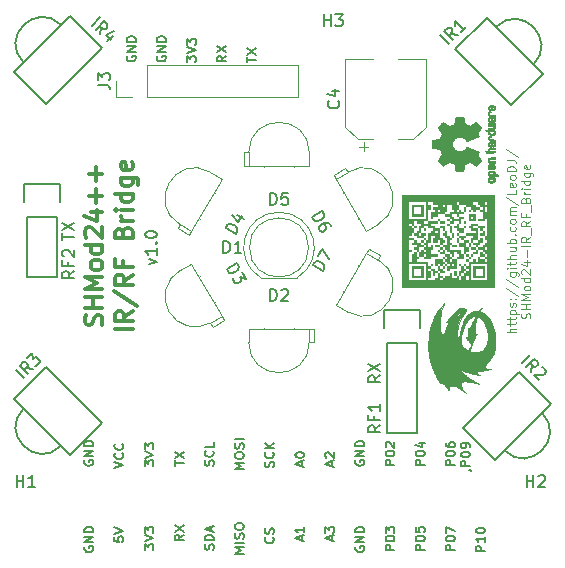
<source format=gto>
G04 #@! TF.GenerationSoftware,KiCad,Pcbnew,(5.0.2)-1*
G04 #@! TF.CreationDate,2019-01-31T16:36:43+01:00*
G04 #@! TF.ProjectId,SHMod24_RF_IR_Bridge,53484d6f-6432-4345-9f52-465f49525f42,rev?*
G04 #@! TF.SameCoordinates,Original*
G04 #@! TF.FileFunction,Legend,Top*
G04 #@! TF.FilePolarity,Positive*
%FSLAX46Y46*%
G04 Gerber Fmt 4.6, Leading zero omitted, Abs format (unit mm)*
G04 Created by KiCad (PCBNEW (5.0.2)-1) date 31/01/2019 16:36:43*
%MOMM*%
%LPD*%
G01*
G04 APERTURE LIST*
%ADD10C,0.150000*%
%ADD11C,0.100000*%
%ADD12C,0.300000*%
%ADD13C,0.010000*%
%ADD14C,0.120000*%
G04 APERTURE END LIST*
D10*
X10019000Y-3864976D02*
X9983285Y-3941166D01*
X9983285Y-4055452D01*
X10019000Y-4169738D01*
X10090428Y-4245928D01*
X10161857Y-4284023D01*
X10304714Y-4322119D01*
X10411857Y-4322119D01*
X10554714Y-4284023D01*
X10626142Y-4245928D01*
X10697571Y-4169738D01*
X10733285Y-4055452D01*
X10733285Y-3979261D01*
X10697571Y-3864976D01*
X10661857Y-3826880D01*
X10411857Y-3826880D01*
X10411857Y-3979261D01*
X10733285Y-3484023D02*
X9983285Y-3484023D01*
X10733285Y-3026880D01*
X9983285Y-3026880D01*
X10733285Y-2645928D02*
X9983285Y-2645928D01*
X9983285Y-2455452D01*
X10019000Y-2341166D01*
X10090428Y-2264976D01*
X10161857Y-2226880D01*
X10304714Y-2188785D01*
X10411857Y-2188785D01*
X10554714Y-2226880D01*
X10626142Y-2264976D01*
X10697571Y-2341166D01*
X10733285Y-2455452D01*
X10733285Y-2645928D01*
X12569000Y-3864976D02*
X12533285Y-3941166D01*
X12533285Y-4055452D01*
X12569000Y-4169738D01*
X12640428Y-4245928D01*
X12711857Y-4284023D01*
X12854714Y-4322119D01*
X12961857Y-4322119D01*
X13104714Y-4284023D01*
X13176142Y-4245928D01*
X13247571Y-4169738D01*
X13283285Y-4055452D01*
X13283285Y-3979261D01*
X13247571Y-3864976D01*
X13211857Y-3826880D01*
X12961857Y-3826880D01*
X12961857Y-3979261D01*
X13283285Y-3484023D02*
X12533285Y-3484023D01*
X13283285Y-3026880D01*
X12533285Y-3026880D01*
X13283285Y-2645928D02*
X12533285Y-2645928D01*
X12533285Y-2455452D01*
X12569000Y-2341166D01*
X12640428Y-2264976D01*
X12711857Y-2226880D01*
X12854714Y-2188785D01*
X12961857Y-2188785D01*
X13104714Y-2226880D01*
X13176142Y-2264976D01*
X13247571Y-2341166D01*
X13283285Y-2455452D01*
X13283285Y-2645928D01*
X15083285Y-4360214D02*
X15083285Y-3864976D01*
X15369000Y-4131642D01*
X15369000Y-4017357D01*
X15404714Y-3941166D01*
X15440428Y-3903071D01*
X15511857Y-3864976D01*
X15690428Y-3864976D01*
X15761857Y-3903071D01*
X15797571Y-3941166D01*
X15833285Y-4017357D01*
X15833285Y-4245928D01*
X15797571Y-4322119D01*
X15761857Y-4360214D01*
X15083285Y-3636404D02*
X15833285Y-3369738D01*
X15083285Y-3103071D01*
X15083285Y-2912595D02*
X15083285Y-2417357D01*
X15369000Y-2684023D01*
X15369000Y-2569738D01*
X15404714Y-2493547D01*
X15440428Y-2455452D01*
X15511857Y-2417357D01*
X15690428Y-2417357D01*
X15761857Y-2455452D01*
X15797571Y-2493547D01*
X15833285Y-2569738D01*
X15833285Y-2798309D01*
X15797571Y-2874500D01*
X15761857Y-2912595D01*
X18383285Y-3826880D02*
X18026142Y-4093547D01*
X18383285Y-4284023D02*
X17633285Y-4284023D01*
X17633285Y-3979261D01*
X17669000Y-3903071D01*
X17704714Y-3864976D01*
X17776142Y-3826880D01*
X17883285Y-3826880D01*
X17954714Y-3864976D01*
X17990428Y-3903071D01*
X18026142Y-3979261D01*
X18026142Y-4284023D01*
X17633285Y-3560214D02*
X18383285Y-3026880D01*
X17633285Y-3026880D02*
X18383285Y-3560214D01*
X20183285Y-4398309D02*
X20183285Y-3941166D01*
X20933285Y-4169738D02*
X20183285Y-4169738D01*
X20183285Y-3750690D02*
X20933285Y-3217357D01*
X20183285Y-3217357D02*
X20933285Y-3750690D01*
X6418000Y-45414666D02*
X6382285Y-45490857D01*
X6382285Y-45605142D01*
X6418000Y-45719428D01*
X6489428Y-45795619D01*
X6560857Y-45833714D01*
X6703714Y-45871809D01*
X6810857Y-45871809D01*
X6953714Y-45833714D01*
X7025142Y-45795619D01*
X7096571Y-45719428D01*
X7132285Y-45605142D01*
X7132285Y-45528952D01*
X7096571Y-45414666D01*
X7060857Y-45376571D01*
X6810857Y-45376571D01*
X6810857Y-45528952D01*
X7132285Y-45033714D02*
X6382285Y-45033714D01*
X7132285Y-44576571D01*
X6382285Y-44576571D01*
X7132285Y-44195619D02*
X6382285Y-44195619D01*
X6382285Y-44005142D01*
X6418000Y-43890857D01*
X6489428Y-43814666D01*
X6560857Y-43776571D01*
X6703714Y-43738476D01*
X6810857Y-43738476D01*
X6953714Y-43776571D01*
X7025142Y-43814666D01*
X7096571Y-43890857D01*
X7132285Y-44005142D01*
X7132285Y-44195619D01*
X6418000Y-38100380D02*
X6382285Y-38176571D01*
X6382285Y-38290857D01*
X6418000Y-38405142D01*
X6489428Y-38481333D01*
X6560857Y-38519428D01*
X6703714Y-38557523D01*
X6810857Y-38557523D01*
X6953714Y-38519428D01*
X7025142Y-38481333D01*
X7096571Y-38405142D01*
X7132285Y-38290857D01*
X7132285Y-38214666D01*
X7096571Y-38100380D01*
X7060857Y-38062285D01*
X6810857Y-38062285D01*
X6810857Y-38214666D01*
X7132285Y-37719428D02*
X6382285Y-37719428D01*
X7132285Y-37262285D01*
X6382285Y-37262285D01*
X7132285Y-36881333D02*
X6382285Y-36881333D01*
X6382285Y-36690857D01*
X6418000Y-36576571D01*
X6489428Y-36500380D01*
X6560857Y-36462285D01*
X6703714Y-36424190D01*
X6810857Y-36424190D01*
X6953714Y-36462285D01*
X7025142Y-36500380D01*
X7096571Y-36576571D01*
X7132285Y-36690857D01*
X7132285Y-36881333D01*
X8932285Y-44576571D02*
X8932285Y-44957523D01*
X9289428Y-44995619D01*
X9253714Y-44957523D01*
X9218000Y-44881333D01*
X9218000Y-44690857D01*
X9253714Y-44614666D01*
X9289428Y-44576571D01*
X9360857Y-44538476D01*
X9539428Y-44538476D01*
X9610857Y-44576571D01*
X9646571Y-44614666D01*
X9682285Y-44690857D01*
X9682285Y-44881333D01*
X9646571Y-44957523D01*
X9610857Y-44995619D01*
X8932285Y-44309904D02*
X9682285Y-44043238D01*
X8932285Y-43776571D01*
X8932285Y-38748000D02*
X9682285Y-38481333D01*
X8932285Y-38214666D01*
X9610857Y-37490857D02*
X9646571Y-37528952D01*
X9682285Y-37643238D01*
X9682285Y-37719428D01*
X9646571Y-37833714D01*
X9575142Y-37909904D01*
X9503714Y-37948000D01*
X9360857Y-37986095D01*
X9253714Y-37986095D01*
X9110857Y-37948000D01*
X9039428Y-37909904D01*
X8968000Y-37833714D01*
X8932285Y-37719428D01*
X8932285Y-37643238D01*
X8968000Y-37528952D01*
X9003714Y-37490857D01*
X9610857Y-36690857D02*
X9646571Y-36728952D01*
X9682285Y-36843238D01*
X9682285Y-36919428D01*
X9646571Y-37033714D01*
X9575142Y-37109904D01*
X9503714Y-37148000D01*
X9360857Y-37186095D01*
X9253714Y-37186095D01*
X9110857Y-37148000D01*
X9039428Y-37109904D01*
X8968000Y-37033714D01*
X8932285Y-36919428D01*
X8932285Y-36843238D01*
X8968000Y-36728952D01*
X9003714Y-36690857D01*
X11482285Y-45681333D02*
X11482285Y-45186095D01*
X11768000Y-45452761D01*
X11768000Y-45338476D01*
X11803714Y-45262285D01*
X11839428Y-45224190D01*
X11910857Y-45186095D01*
X12089428Y-45186095D01*
X12160857Y-45224190D01*
X12196571Y-45262285D01*
X12232285Y-45338476D01*
X12232285Y-45567047D01*
X12196571Y-45643238D01*
X12160857Y-45681333D01*
X11482285Y-44957523D02*
X12232285Y-44690857D01*
X11482285Y-44424190D01*
X11482285Y-44233714D02*
X11482285Y-43738476D01*
X11768000Y-44005142D01*
X11768000Y-43890857D01*
X11803714Y-43814666D01*
X11839428Y-43776571D01*
X11910857Y-43738476D01*
X12089428Y-43738476D01*
X12160857Y-43776571D01*
X12196571Y-43814666D01*
X12232285Y-43890857D01*
X12232285Y-44119428D01*
X12196571Y-44195619D01*
X12160857Y-44233714D01*
X11482285Y-38595619D02*
X11482285Y-38100380D01*
X11768000Y-38367047D01*
X11768000Y-38252761D01*
X11803714Y-38176571D01*
X11839428Y-38138476D01*
X11910857Y-38100380D01*
X12089428Y-38100380D01*
X12160857Y-38138476D01*
X12196571Y-38176571D01*
X12232285Y-38252761D01*
X12232285Y-38481333D01*
X12196571Y-38557523D01*
X12160857Y-38595619D01*
X11482285Y-37871809D02*
X12232285Y-37605142D01*
X11482285Y-37338476D01*
X11482285Y-37148000D02*
X11482285Y-36652761D01*
X11768000Y-36919428D01*
X11768000Y-36805142D01*
X11803714Y-36728952D01*
X11839428Y-36690857D01*
X11910857Y-36652761D01*
X12089428Y-36652761D01*
X12160857Y-36690857D01*
X12196571Y-36728952D01*
X12232285Y-36805142D01*
X12232285Y-37033714D01*
X12196571Y-37109904D01*
X12160857Y-37148000D01*
X14782285Y-44405142D02*
X14425142Y-44671809D01*
X14782285Y-44862285D02*
X14032285Y-44862285D01*
X14032285Y-44557523D01*
X14068000Y-44481333D01*
X14103714Y-44443238D01*
X14175142Y-44405142D01*
X14282285Y-44405142D01*
X14353714Y-44443238D01*
X14389428Y-44481333D01*
X14425142Y-44557523D01*
X14425142Y-44862285D01*
X14032285Y-44138476D02*
X14782285Y-43605142D01*
X14032285Y-43605142D02*
X14782285Y-44138476D01*
X14032285Y-38538476D02*
X14032285Y-38081333D01*
X14782285Y-38309904D02*
X14032285Y-38309904D01*
X14032285Y-37890857D02*
X14782285Y-37357523D01*
X14032285Y-37357523D02*
X14782285Y-37890857D01*
X17296571Y-45662285D02*
X17332285Y-45548000D01*
X17332285Y-45357523D01*
X17296571Y-45281333D01*
X17260857Y-45243238D01*
X17189428Y-45205142D01*
X17118000Y-45205142D01*
X17046571Y-45243238D01*
X17010857Y-45281333D01*
X16975142Y-45357523D01*
X16939428Y-45509904D01*
X16903714Y-45586095D01*
X16868000Y-45624190D01*
X16796571Y-45662285D01*
X16725142Y-45662285D01*
X16653714Y-45624190D01*
X16618000Y-45586095D01*
X16582285Y-45509904D01*
X16582285Y-45319428D01*
X16618000Y-45205142D01*
X17332285Y-44862285D02*
X16582285Y-44862285D01*
X16582285Y-44671809D01*
X16618000Y-44557523D01*
X16689428Y-44481333D01*
X16760857Y-44443238D01*
X16903714Y-44405142D01*
X17010857Y-44405142D01*
X17153714Y-44443238D01*
X17225142Y-44481333D01*
X17296571Y-44557523D01*
X17332285Y-44671809D01*
X17332285Y-44862285D01*
X17118000Y-44100380D02*
X17118000Y-43719428D01*
X17332285Y-44176571D02*
X16582285Y-43909904D01*
X17332285Y-43643238D01*
X17296571Y-38538476D02*
X17332285Y-38424190D01*
X17332285Y-38233714D01*
X17296571Y-38157523D01*
X17260857Y-38119428D01*
X17189428Y-38081333D01*
X17118000Y-38081333D01*
X17046571Y-38119428D01*
X17010857Y-38157523D01*
X16975142Y-38233714D01*
X16939428Y-38386095D01*
X16903714Y-38462285D01*
X16868000Y-38500380D01*
X16796571Y-38538476D01*
X16725142Y-38538476D01*
X16653714Y-38500380D01*
X16618000Y-38462285D01*
X16582285Y-38386095D01*
X16582285Y-38195619D01*
X16618000Y-38081333D01*
X17260857Y-37281333D02*
X17296571Y-37319428D01*
X17332285Y-37433714D01*
X17332285Y-37509904D01*
X17296571Y-37624190D01*
X17225142Y-37700380D01*
X17153714Y-37738476D01*
X17010857Y-37776571D01*
X16903714Y-37776571D01*
X16760857Y-37738476D01*
X16689428Y-37700380D01*
X16618000Y-37624190D01*
X16582285Y-37509904D01*
X16582285Y-37433714D01*
X16618000Y-37319428D01*
X16653714Y-37281333D01*
X17332285Y-36557523D02*
X17332285Y-36938476D01*
X16582285Y-36938476D01*
X19882285Y-45986095D02*
X19132285Y-45986095D01*
X19668000Y-45719428D01*
X19132285Y-45452761D01*
X19882285Y-45452761D01*
X19882285Y-45071809D02*
X19132285Y-45071809D01*
X19846571Y-44728952D02*
X19882285Y-44614666D01*
X19882285Y-44424190D01*
X19846571Y-44348000D01*
X19810857Y-44309904D01*
X19739428Y-44271809D01*
X19668000Y-44271809D01*
X19596571Y-44309904D01*
X19560857Y-44348000D01*
X19525142Y-44424190D01*
X19489428Y-44576571D01*
X19453714Y-44652761D01*
X19418000Y-44690857D01*
X19346571Y-44728952D01*
X19275142Y-44728952D01*
X19203714Y-44690857D01*
X19168000Y-44652761D01*
X19132285Y-44576571D01*
X19132285Y-44386095D01*
X19168000Y-44271809D01*
X19132285Y-43776571D02*
X19132285Y-43624190D01*
X19168000Y-43548000D01*
X19239428Y-43471809D01*
X19382285Y-43433714D01*
X19632285Y-43433714D01*
X19775142Y-43471809D01*
X19846571Y-43548000D01*
X19882285Y-43624190D01*
X19882285Y-43776571D01*
X19846571Y-43852761D01*
X19775142Y-43928952D01*
X19632285Y-43967047D01*
X19382285Y-43967047D01*
X19239428Y-43928952D01*
X19168000Y-43852761D01*
X19132285Y-43776571D01*
X19882285Y-38824190D02*
X19132285Y-38824190D01*
X19668000Y-38557523D01*
X19132285Y-38290857D01*
X19882285Y-38290857D01*
X19132285Y-37757523D02*
X19132285Y-37605142D01*
X19168000Y-37528952D01*
X19239428Y-37452761D01*
X19382285Y-37414666D01*
X19632285Y-37414666D01*
X19775142Y-37452761D01*
X19846571Y-37528952D01*
X19882285Y-37605142D01*
X19882285Y-37757523D01*
X19846571Y-37833714D01*
X19775142Y-37909904D01*
X19632285Y-37948000D01*
X19382285Y-37948000D01*
X19239428Y-37909904D01*
X19168000Y-37833714D01*
X19132285Y-37757523D01*
X19846571Y-37109904D02*
X19882285Y-36995619D01*
X19882285Y-36805142D01*
X19846571Y-36728952D01*
X19810857Y-36690857D01*
X19739428Y-36652761D01*
X19668000Y-36652761D01*
X19596571Y-36690857D01*
X19560857Y-36728952D01*
X19525142Y-36805142D01*
X19489428Y-36957523D01*
X19453714Y-37033714D01*
X19418000Y-37071809D01*
X19346571Y-37109904D01*
X19275142Y-37109904D01*
X19203714Y-37071809D01*
X19168000Y-37033714D01*
X19132285Y-36957523D01*
X19132285Y-36767047D01*
X19168000Y-36652761D01*
X19882285Y-36309904D02*
X19132285Y-36309904D01*
X22360857Y-44595619D02*
X22396571Y-44633714D01*
X22432285Y-44748000D01*
X22432285Y-44824190D01*
X22396571Y-44938476D01*
X22325142Y-45014666D01*
X22253714Y-45052761D01*
X22110857Y-45090857D01*
X22003714Y-45090857D01*
X21860857Y-45052761D01*
X21789428Y-45014666D01*
X21718000Y-44938476D01*
X21682285Y-44824190D01*
X21682285Y-44748000D01*
X21718000Y-44633714D01*
X21753714Y-44595619D01*
X22396571Y-44290857D02*
X22432285Y-44176571D01*
X22432285Y-43986095D01*
X22396571Y-43909904D01*
X22360857Y-43871809D01*
X22289428Y-43833714D01*
X22218000Y-43833714D01*
X22146571Y-43871809D01*
X22110857Y-43909904D01*
X22075142Y-43986095D01*
X22039428Y-44138476D01*
X22003714Y-44214666D01*
X21968000Y-44252761D01*
X21896571Y-44290857D01*
X21825142Y-44290857D01*
X21753714Y-44252761D01*
X21718000Y-44214666D01*
X21682285Y-44138476D01*
X21682285Y-43948000D01*
X21718000Y-43833714D01*
X22396571Y-38652761D02*
X22432285Y-38538476D01*
X22432285Y-38348000D01*
X22396571Y-38271809D01*
X22360857Y-38233714D01*
X22289428Y-38195619D01*
X22218000Y-38195619D01*
X22146571Y-38233714D01*
X22110857Y-38271809D01*
X22075142Y-38348000D01*
X22039428Y-38500380D01*
X22003714Y-38576571D01*
X21968000Y-38614666D01*
X21896571Y-38652761D01*
X21825142Y-38652761D01*
X21753714Y-38614666D01*
X21718000Y-38576571D01*
X21682285Y-38500380D01*
X21682285Y-38309904D01*
X21718000Y-38195619D01*
X22360857Y-37395619D02*
X22396571Y-37433714D01*
X22432285Y-37548000D01*
X22432285Y-37624190D01*
X22396571Y-37738476D01*
X22325142Y-37814666D01*
X22253714Y-37852761D01*
X22110857Y-37890857D01*
X22003714Y-37890857D01*
X21860857Y-37852761D01*
X21789428Y-37814666D01*
X21718000Y-37738476D01*
X21682285Y-37624190D01*
X21682285Y-37548000D01*
X21718000Y-37433714D01*
X21753714Y-37395619D01*
X22432285Y-37052761D02*
X21682285Y-37052761D01*
X22432285Y-36595619D02*
X22003714Y-36938476D01*
X21682285Y-36595619D02*
X22110857Y-37052761D01*
X24768000Y-44881333D02*
X24768000Y-44500380D01*
X24982285Y-44957523D02*
X24232285Y-44690857D01*
X24982285Y-44424190D01*
X24982285Y-43738476D02*
X24982285Y-44195619D01*
X24982285Y-43967047D02*
X24232285Y-43967047D01*
X24339428Y-44043238D01*
X24410857Y-44119428D01*
X24446571Y-44195619D01*
X24768000Y-38557523D02*
X24768000Y-38176571D01*
X24982285Y-38633714D02*
X24232285Y-38367047D01*
X24982285Y-38100380D01*
X24232285Y-37681333D02*
X24232285Y-37605142D01*
X24268000Y-37528952D01*
X24303714Y-37490857D01*
X24375142Y-37452761D01*
X24518000Y-37414666D01*
X24696571Y-37414666D01*
X24839428Y-37452761D01*
X24910857Y-37490857D01*
X24946571Y-37528952D01*
X24982285Y-37605142D01*
X24982285Y-37681333D01*
X24946571Y-37757523D01*
X24910857Y-37795619D01*
X24839428Y-37833714D01*
X24696571Y-37871809D01*
X24518000Y-37871809D01*
X24375142Y-37833714D01*
X24303714Y-37795619D01*
X24268000Y-37757523D01*
X24232285Y-37681333D01*
X27318000Y-44881333D02*
X27318000Y-44500380D01*
X27532285Y-44957523D02*
X26782285Y-44690857D01*
X27532285Y-44424190D01*
X26782285Y-44233714D02*
X26782285Y-43738476D01*
X27068000Y-44005142D01*
X27068000Y-43890857D01*
X27103714Y-43814666D01*
X27139428Y-43776571D01*
X27210857Y-43738476D01*
X27389428Y-43738476D01*
X27460857Y-43776571D01*
X27496571Y-43814666D01*
X27532285Y-43890857D01*
X27532285Y-44119428D01*
X27496571Y-44195619D01*
X27460857Y-44233714D01*
X27318000Y-38557523D02*
X27318000Y-38176571D01*
X27532285Y-38633714D02*
X26782285Y-38367047D01*
X27532285Y-38100380D01*
X26853714Y-37871809D02*
X26818000Y-37833714D01*
X26782285Y-37757523D01*
X26782285Y-37567047D01*
X26818000Y-37490857D01*
X26853714Y-37452761D01*
X26925142Y-37414666D01*
X26996571Y-37414666D01*
X27103714Y-37452761D01*
X27532285Y-37909904D01*
X27532285Y-37414666D01*
X29368000Y-45414666D02*
X29332285Y-45490857D01*
X29332285Y-45605142D01*
X29368000Y-45719428D01*
X29439428Y-45795619D01*
X29510857Y-45833714D01*
X29653714Y-45871809D01*
X29760857Y-45871809D01*
X29903714Y-45833714D01*
X29975142Y-45795619D01*
X30046571Y-45719428D01*
X30082285Y-45605142D01*
X30082285Y-45528952D01*
X30046571Y-45414666D01*
X30010857Y-45376571D01*
X29760857Y-45376571D01*
X29760857Y-45528952D01*
X30082285Y-45033714D02*
X29332285Y-45033714D01*
X30082285Y-44576571D01*
X29332285Y-44576571D01*
X30082285Y-44195619D02*
X29332285Y-44195619D01*
X29332285Y-44005142D01*
X29368000Y-43890857D01*
X29439428Y-43814666D01*
X29510857Y-43776571D01*
X29653714Y-43738476D01*
X29760857Y-43738476D01*
X29903714Y-43776571D01*
X29975142Y-43814666D01*
X30046571Y-43890857D01*
X30082285Y-44005142D01*
X30082285Y-44195619D01*
X29368000Y-38100380D02*
X29332285Y-38176571D01*
X29332285Y-38290857D01*
X29368000Y-38405142D01*
X29439428Y-38481333D01*
X29510857Y-38519428D01*
X29653714Y-38557523D01*
X29760857Y-38557523D01*
X29903714Y-38519428D01*
X29975142Y-38481333D01*
X30046571Y-38405142D01*
X30082285Y-38290857D01*
X30082285Y-38214666D01*
X30046571Y-38100380D01*
X30010857Y-38062285D01*
X29760857Y-38062285D01*
X29760857Y-38214666D01*
X30082285Y-37719428D02*
X29332285Y-37719428D01*
X30082285Y-37262285D01*
X29332285Y-37262285D01*
X30082285Y-36881333D02*
X29332285Y-36881333D01*
X29332285Y-36690857D01*
X29368000Y-36576571D01*
X29439428Y-36500380D01*
X29510857Y-36462285D01*
X29653714Y-36424190D01*
X29760857Y-36424190D01*
X29903714Y-36462285D01*
X29975142Y-36500380D01*
X30046571Y-36576571D01*
X30082285Y-36690857D01*
X30082285Y-36881333D01*
X32632285Y-45719428D02*
X31882285Y-45719428D01*
X31882285Y-45414666D01*
X31918000Y-45338476D01*
X31953714Y-45300380D01*
X32025142Y-45262285D01*
X32132285Y-45262285D01*
X32203714Y-45300380D01*
X32239428Y-45338476D01*
X32275142Y-45414666D01*
X32275142Y-45719428D01*
X31882285Y-44767047D02*
X31882285Y-44690857D01*
X31918000Y-44614666D01*
X31953714Y-44576571D01*
X32025142Y-44538476D01*
X32168000Y-44500380D01*
X32346571Y-44500380D01*
X32489428Y-44538476D01*
X32560857Y-44576571D01*
X32596571Y-44614666D01*
X32632285Y-44690857D01*
X32632285Y-44767047D01*
X32596571Y-44843238D01*
X32560857Y-44881333D01*
X32489428Y-44919428D01*
X32346571Y-44957523D01*
X32168000Y-44957523D01*
X32025142Y-44919428D01*
X31953714Y-44881333D01*
X31918000Y-44843238D01*
X31882285Y-44767047D01*
X31882285Y-44233714D02*
X31882285Y-43738476D01*
X32168000Y-44005142D01*
X32168000Y-43890857D01*
X32203714Y-43814666D01*
X32239428Y-43776571D01*
X32310857Y-43738476D01*
X32489428Y-43738476D01*
X32560857Y-43776571D01*
X32596571Y-43814666D01*
X32632285Y-43890857D01*
X32632285Y-44119428D01*
X32596571Y-44195619D01*
X32560857Y-44233714D01*
X32632285Y-38519428D02*
X31882285Y-38519428D01*
X31882285Y-38214666D01*
X31918000Y-38138476D01*
X31953714Y-38100380D01*
X32025142Y-38062285D01*
X32132285Y-38062285D01*
X32203714Y-38100380D01*
X32239428Y-38138476D01*
X32275142Y-38214666D01*
X32275142Y-38519428D01*
X31882285Y-37567047D02*
X31882285Y-37490857D01*
X31918000Y-37414666D01*
X31953714Y-37376571D01*
X32025142Y-37338476D01*
X32168000Y-37300380D01*
X32346571Y-37300380D01*
X32489428Y-37338476D01*
X32560857Y-37376571D01*
X32596571Y-37414666D01*
X32632285Y-37490857D01*
X32632285Y-37567047D01*
X32596571Y-37643238D01*
X32560857Y-37681333D01*
X32489428Y-37719428D01*
X32346571Y-37757523D01*
X32168000Y-37757523D01*
X32025142Y-37719428D01*
X31953714Y-37681333D01*
X31918000Y-37643238D01*
X31882285Y-37567047D01*
X31953714Y-36995619D02*
X31918000Y-36957523D01*
X31882285Y-36881333D01*
X31882285Y-36690857D01*
X31918000Y-36614666D01*
X31953714Y-36576571D01*
X32025142Y-36538476D01*
X32096571Y-36538476D01*
X32203714Y-36576571D01*
X32632285Y-37033714D01*
X32632285Y-36538476D01*
X35182285Y-45719428D02*
X34432285Y-45719428D01*
X34432285Y-45414666D01*
X34468000Y-45338476D01*
X34503714Y-45300380D01*
X34575142Y-45262285D01*
X34682285Y-45262285D01*
X34753714Y-45300380D01*
X34789428Y-45338476D01*
X34825142Y-45414666D01*
X34825142Y-45719428D01*
X34432285Y-44767047D02*
X34432285Y-44690857D01*
X34468000Y-44614666D01*
X34503714Y-44576571D01*
X34575142Y-44538476D01*
X34718000Y-44500380D01*
X34896571Y-44500380D01*
X35039428Y-44538476D01*
X35110857Y-44576571D01*
X35146571Y-44614666D01*
X35182285Y-44690857D01*
X35182285Y-44767047D01*
X35146571Y-44843238D01*
X35110857Y-44881333D01*
X35039428Y-44919428D01*
X34896571Y-44957523D01*
X34718000Y-44957523D01*
X34575142Y-44919428D01*
X34503714Y-44881333D01*
X34468000Y-44843238D01*
X34432285Y-44767047D01*
X34432285Y-43776571D02*
X34432285Y-44157523D01*
X34789428Y-44195619D01*
X34753714Y-44157523D01*
X34718000Y-44081333D01*
X34718000Y-43890857D01*
X34753714Y-43814666D01*
X34789428Y-43776571D01*
X34860857Y-43738476D01*
X35039428Y-43738476D01*
X35110857Y-43776571D01*
X35146571Y-43814666D01*
X35182285Y-43890857D01*
X35182285Y-44081333D01*
X35146571Y-44157523D01*
X35110857Y-44195619D01*
X35182285Y-38519428D02*
X34432285Y-38519428D01*
X34432285Y-38214666D01*
X34468000Y-38138476D01*
X34503714Y-38100380D01*
X34575142Y-38062285D01*
X34682285Y-38062285D01*
X34753714Y-38100380D01*
X34789428Y-38138476D01*
X34825142Y-38214666D01*
X34825142Y-38519428D01*
X34432285Y-37567047D02*
X34432285Y-37490857D01*
X34468000Y-37414666D01*
X34503714Y-37376571D01*
X34575142Y-37338476D01*
X34718000Y-37300380D01*
X34896571Y-37300380D01*
X35039428Y-37338476D01*
X35110857Y-37376571D01*
X35146571Y-37414666D01*
X35182285Y-37490857D01*
X35182285Y-37567047D01*
X35146571Y-37643238D01*
X35110857Y-37681333D01*
X35039428Y-37719428D01*
X34896571Y-37757523D01*
X34718000Y-37757523D01*
X34575142Y-37719428D01*
X34503714Y-37681333D01*
X34468000Y-37643238D01*
X34432285Y-37567047D01*
X34682285Y-36614666D02*
X35182285Y-36614666D01*
X34396571Y-36805142D02*
X34932285Y-36995619D01*
X34932285Y-36500380D01*
X37732285Y-45719428D02*
X36982285Y-45719428D01*
X36982285Y-45414666D01*
X37018000Y-45338476D01*
X37053714Y-45300380D01*
X37125142Y-45262285D01*
X37232285Y-45262285D01*
X37303714Y-45300380D01*
X37339428Y-45338476D01*
X37375142Y-45414666D01*
X37375142Y-45719428D01*
X36982285Y-44767047D02*
X36982285Y-44690857D01*
X37018000Y-44614666D01*
X37053714Y-44576571D01*
X37125142Y-44538476D01*
X37268000Y-44500380D01*
X37446571Y-44500380D01*
X37589428Y-44538476D01*
X37660857Y-44576571D01*
X37696571Y-44614666D01*
X37732285Y-44690857D01*
X37732285Y-44767047D01*
X37696571Y-44843238D01*
X37660857Y-44881333D01*
X37589428Y-44919428D01*
X37446571Y-44957523D01*
X37268000Y-44957523D01*
X37125142Y-44919428D01*
X37053714Y-44881333D01*
X37018000Y-44843238D01*
X36982285Y-44767047D01*
X36982285Y-44233714D02*
X36982285Y-43700380D01*
X37732285Y-44043238D01*
X37732285Y-38519428D02*
X36982285Y-38519428D01*
X36982285Y-38214666D01*
X37018000Y-38138476D01*
X37053714Y-38100380D01*
X37125142Y-38062285D01*
X37232285Y-38062285D01*
X37303714Y-38100380D01*
X37339428Y-38138476D01*
X37375142Y-38214666D01*
X37375142Y-38519428D01*
X36982285Y-37567047D02*
X36982285Y-37490857D01*
X37018000Y-37414666D01*
X37053714Y-37376571D01*
X37125142Y-37338476D01*
X37268000Y-37300380D01*
X37446571Y-37300380D01*
X37589428Y-37338476D01*
X37660857Y-37376571D01*
X37696571Y-37414666D01*
X37732285Y-37490857D01*
X37732285Y-37567047D01*
X37696571Y-37643238D01*
X37660857Y-37681333D01*
X37589428Y-37719428D01*
X37446571Y-37757523D01*
X37268000Y-37757523D01*
X37125142Y-37719428D01*
X37053714Y-37681333D01*
X37018000Y-37643238D01*
X36982285Y-37567047D01*
X36982285Y-36614666D02*
X36982285Y-36767047D01*
X37018000Y-36843238D01*
X37053714Y-36881333D01*
X37160857Y-36957523D01*
X37303714Y-36995619D01*
X37589428Y-36995619D01*
X37660857Y-36957523D01*
X37696571Y-36919428D01*
X37732285Y-36843238D01*
X37732285Y-36690857D01*
X37696571Y-36614666D01*
X37660857Y-36576571D01*
X37589428Y-36538476D01*
X37410857Y-36538476D01*
X37339428Y-36576571D01*
X37303714Y-36614666D01*
X37268000Y-36690857D01*
X37268000Y-36843238D01*
X37303714Y-36919428D01*
X37339428Y-36957523D01*
X37410857Y-36995619D01*
X38971571Y-38919428D02*
X39007285Y-38919428D01*
X39078714Y-38957523D01*
X39114428Y-38995619D01*
X39007285Y-38576571D02*
X38257285Y-38576571D01*
X38257285Y-38271809D01*
X38293000Y-38195619D01*
X38328714Y-38157523D01*
X38400142Y-38119428D01*
X38507285Y-38119428D01*
X38578714Y-38157523D01*
X38614428Y-38195619D01*
X38650142Y-38271809D01*
X38650142Y-38576571D01*
X38257285Y-37624190D02*
X38257285Y-37548000D01*
X38293000Y-37471809D01*
X38328714Y-37433714D01*
X38400142Y-37395619D01*
X38543000Y-37357523D01*
X38721571Y-37357523D01*
X38864428Y-37395619D01*
X38935857Y-37433714D01*
X38971571Y-37471809D01*
X39007285Y-37548000D01*
X39007285Y-37624190D01*
X38971571Y-37700380D01*
X38935857Y-37738476D01*
X38864428Y-37776571D01*
X38721571Y-37814666D01*
X38543000Y-37814666D01*
X38400142Y-37776571D01*
X38328714Y-37738476D01*
X38293000Y-37700380D01*
X38257285Y-37624190D01*
X39007285Y-36976571D02*
X39007285Y-36824190D01*
X38971571Y-36748000D01*
X38935857Y-36709904D01*
X38828714Y-36633714D01*
X38685857Y-36595619D01*
X38400142Y-36595619D01*
X38328714Y-36633714D01*
X38293000Y-36671809D01*
X38257285Y-36748000D01*
X38257285Y-36900380D01*
X38293000Y-36976571D01*
X38328714Y-37014666D01*
X38400142Y-37052761D01*
X38578714Y-37052761D01*
X38650142Y-37014666D01*
X38685857Y-36976571D01*
X38721571Y-36900380D01*
X38721571Y-36748000D01*
X38685857Y-36671809D01*
X38650142Y-36633714D01*
X38578714Y-36595619D01*
X40282285Y-45776571D02*
X39532285Y-45776571D01*
X39532285Y-45471809D01*
X39568000Y-45395619D01*
X39603714Y-45357523D01*
X39675142Y-45319428D01*
X39782285Y-45319428D01*
X39853714Y-45357523D01*
X39889428Y-45395619D01*
X39925142Y-45471809D01*
X39925142Y-45776571D01*
X40282285Y-44557523D02*
X40282285Y-45014666D01*
X40282285Y-44786095D02*
X39532285Y-44786095D01*
X39639428Y-44862285D01*
X39710857Y-44938476D01*
X39746571Y-45014666D01*
X39532285Y-44062285D02*
X39532285Y-43986095D01*
X39568000Y-43909904D01*
X39603714Y-43871809D01*
X39675142Y-43833714D01*
X39818000Y-43795619D01*
X39996571Y-43795619D01*
X40139428Y-43833714D01*
X40210857Y-43871809D01*
X40246571Y-43909904D01*
X40282285Y-43986095D01*
X40282285Y-44062285D01*
X40246571Y-44138476D01*
X40210857Y-44176571D01*
X40139428Y-44214666D01*
X39996571Y-44252761D01*
X39818000Y-44252761D01*
X39675142Y-44214666D01*
X39603714Y-44176571D01*
X39568000Y-44138476D01*
X39532285Y-44062285D01*
D11*
X42906785Y-27254428D02*
X42156785Y-27254428D01*
X42906785Y-26933000D02*
X42513928Y-26933000D01*
X42442500Y-26968714D01*
X42406785Y-27040142D01*
X42406785Y-27147285D01*
X42442500Y-27218714D01*
X42478214Y-27254428D01*
X42406785Y-26683000D02*
X42406785Y-26397285D01*
X42156785Y-26575857D02*
X42799642Y-26575857D01*
X42871071Y-26540142D01*
X42906785Y-26468714D01*
X42906785Y-26397285D01*
X42406785Y-26254428D02*
X42406785Y-25968714D01*
X42156785Y-26147285D02*
X42799642Y-26147285D01*
X42871071Y-26111571D01*
X42906785Y-26040142D01*
X42906785Y-25968714D01*
X42406785Y-25718714D02*
X43156785Y-25718714D01*
X42442500Y-25718714D02*
X42406785Y-25647285D01*
X42406785Y-25504428D01*
X42442500Y-25433000D01*
X42478214Y-25397285D01*
X42549642Y-25361571D01*
X42763928Y-25361571D01*
X42835357Y-25397285D01*
X42871071Y-25433000D01*
X42906785Y-25504428D01*
X42906785Y-25647285D01*
X42871071Y-25718714D01*
X42871071Y-25075857D02*
X42906785Y-25004428D01*
X42906785Y-24861571D01*
X42871071Y-24790142D01*
X42799642Y-24754428D01*
X42763928Y-24754428D01*
X42692500Y-24790142D01*
X42656785Y-24861571D01*
X42656785Y-24968714D01*
X42621071Y-25040142D01*
X42549642Y-25075857D01*
X42513928Y-25075857D01*
X42442500Y-25040142D01*
X42406785Y-24968714D01*
X42406785Y-24861571D01*
X42442500Y-24790142D01*
X42835357Y-24433000D02*
X42871071Y-24397285D01*
X42906785Y-24433000D01*
X42871071Y-24468714D01*
X42835357Y-24433000D01*
X42906785Y-24433000D01*
X42442500Y-24433000D02*
X42478214Y-24397285D01*
X42513928Y-24433000D01*
X42478214Y-24468714D01*
X42442500Y-24433000D01*
X42513928Y-24433000D01*
X42121071Y-23540142D02*
X43085357Y-24183000D01*
X42121071Y-22754428D02*
X43085357Y-23397285D01*
X42406785Y-22183000D02*
X43013928Y-22183000D01*
X43085357Y-22218714D01*
X43121071Y-22254428D01*
X43156785Y-22325857D01*
X43156785Y-22433000D01*
X43121071Y-22504428D01*
X42871071Y-22183000D02*
X42906785Y-22254428D01*
X42906785Y-22397285D01*
X42871071Y-22468714D01*
X42835357Y-22504428D01*
X42763928Y-22540142D01*
X42549642Y-22540142D01*
X42478214Y-22504428D01*
X42442500Y-22468714D01*
X42406785Y-22397285D01*
X42406785Y-22254428D01*
X42442500Y-22183000D01*
X42906785Y-21825857D02*
X42406785Y-21825857D01*
X42156785Y-21825857D02*
X42192500Y-21861571D01*
X42228214Y-21825857D01*
X42192500Y-21790142D01*
X42156785Y-21825857D01*
X42228214Y-21825857D01*
X42406785Y-21575857D02*
X42406785Y-21290142D01*
X42156785Y-21468714D02*
X42799642Y-21468714D01*
X42871071Y-21433000D01*
X42906785Y-21361571D01*
X42906785Y-21290142D01*
X42906785Y-21040142D02*
X42156785Y-21040142D01*
X42906785Y-20718714D02*
X42513928Y-20718714D01*
X42442500Y-20754428D01*
X42406785Y-20825857D01*
X42406785Y-20933000D01*
X42442500Y-21004428D01*
X42478214Y-21040142D01*
X42406785Y-20040142D02*
X42906785Y-20040142D01*
X42406785Y-20361571D02*
X42799642Y-20361571D01*
X42871071Y-20325857D01*
X42906785Y-20254428D01*
X42906785Y-20147285D01*
X42871071Y-20075857D01*
X42835357Y-20040142D01*
X42906785Y-19683000D02*
X42156785Y-19683000D01*
X42442500Y-19683000D02*
X42406785Y-19611571D01*
X42406785Y-19468714D01*
X42442500Y-19397285D01*
X42478214Y-19361571D01*
X42549642Y-19325857D01*
X42763928Y-19325857D01*
X42835357Y-19361571D01*
X42871071Y-19397285D01*
X42906785Y-19468714D01*
X42906785Y-19611571D01*
X42871071Y-19683000D01*
X42835357Y-19004428D02*
X42871071Y-18968714D01*
X42906785Y-19004428D01*
X42871071Y-19040142D01*
X42835357Y-19004428D01*
X42906785Y-19004428D01*
X42871071Y-18325857D02*
X42906785Y-18397285D01*
X42906785Y-18540142D01*
X42871071Y-18611571D01*
X42835357Y-18647285D01*
X42763928Y-18683000D01*
X42549642Y-18683000D01*
X42478214Y-18647285D01*
X42442500Y-18611571D01*
X42406785Y-18540142D01*
X42406785Y-18397285D01*
X42442500Y-18325857D01*
X42906785Y-17897285D02*
X42871071Y-17968714D01*
X42835357Y-18004428D01*
X42763928Y-18040142D01*
X42549642Y-18040142D01*
X42478214Y-18004428D01*
X42442500Y-17968714D01*
X42406785Y-17897285D01*
X42406785Y-17790142D01*
X42442500Y-17718714D01*
X42478214Y-17683000D01*
X42549642Y-17647285D01*
X42763928Y-17647285D01*
X42835357Y-17683000D01*
X42871071Y-17718714D01*
X42906785Y-17790142D01*
X42906785Y-17897285D01*
X42906785Y-17325857D02*
X42406785Y-17325857D01*
X42478214Y-17325857D02*
X42442500Y-17290142D01*
X42406785Y-17218714D01*
X42406785Y-17111571D01*
X42442500Y-17040142D01*
X42513928Y-17004428D01*
X42906785Y-17004428D01*
X42513928Y-17004428D02*
X42442500Y-16968714D01*
X42406785Y-16897285D01*
X42406785Y-16790142D01*
X42442500Y-16718714D01*
X42513928Y-16683000D01*
X42906785Y-16683000D01*
X42121071Y-15790142D02*
X43085357Y-16433000D01*
X42906785Y-15183000D02*
X42906785Y-15540142D01*
X42156785Y-15540142D01*
X42871071Y-14647285D02*
X42906785Y-14718714D01*
X42906785Y-14861571D01*
X42871071Y-14933000D01*
X42799642Y-14968714D01*
X42513928Y-14968714D01*
X42442500Y-14933000D01*
X42406785Y-14861571D01*
X42406785Y-14718714D01*
X42442500Y-14647285D01*
X42513928Y-14611571D01*
X42585357Y-14611571D01*
X42656785Y-14968714D01*
X42906785Y-14183000D02*
X42871071Y-14254428D01*
X42835357Y-14290142D01*
X42763928Y-14325857D01*
X42549642Y-14325857D01*
X42478214Y-14290142D01*
X42442500Y-14254428D01*
X42406785Y-14183000D01*
X42406785Y-14075857D01*
X42442500Y-14004428D01*
X42478214Y-13968714D01*
X42549642Y-13933000D01*
X42763928Y-13933000D01*
X42835357Y-13968714D01*
X42871071Y-14004428D01*
X42906785Y-14075857D01*
X42906785Y-14183000D01*
X42906785Y-13611571D02*
X42156785Y-13611571D01*
X42156785Y-13433000D01*
X42192500Y-13325857D01*
X42263928Y-13254428D01*
X42335357Y-13218714D01*
X42478214Y-13183000D01*
X42585357Y-13183000D01*
X42728214Y-13218714D01*
X42799642Y-13254428D01*
X42871071Y-13325857D01*
X42906785Y-13433000D01*
X42906785Y-13611571D01*
X42156785Y-12647285D02*
X42692500Y-12647285D01*
X42799642Y-12683000D01*
X42871071Y-12754428D01*
X42906785Y-12861571D01*
X42906785Y-12933000D01*
X42121071Y-11754428D02*
X43085357Y-12397285D01*
X44096071Y-26058000D02*
X44131785Y-25950857D01*
X44131785Y-25772285D01*
X44096071Y-25700857D01*
X44060357Y-25665142D01*
X43988928Y-25629428D01*
X43917500Y-25629428D01*
X43846071Y-25665142D01*
X43810357Y-25700857D01*
X43774642Y-25772285D01*
X43738928Y-25915142D01*
X43703214Y-25986571D01*
X43667500Y-26022285D01*
X43596071Y-26058000D01*
X43524642Y-26058000D01*
X43453214Y-26022285D01*
X43417500Y-25986571D01*
X43381785Y-25915142D01*
X43381785Y-25736571D01*
X43417500Y-25629428D01*
X44131785Y-25308000D02*
X43381785Y-25308000D01*
X43738928Y-25308000D02*
X43738928Y-24879428D01*
X44131785Y-24879428D02*
X43381785Y-24879428D01*
X44131785Y-24522285D02*
X43381785Y-24522285D01*
X43917500Y-24272285D01*
X43381785Y-24022285D01*
X44131785Y-24022285D01*
X44131785Y-23558000D02*
X44096071Y-23629428D01*
X44060357Y-23665142D01*
X43988928Y-23700857D01*
X43774642Y-23700857D01*
X43703214Y-23665142D01*
X43667500Y-23629428D01*
X43631785Y-23558000D01*
X43631785Y-23450857D01*
X43667500Y-23379428D01*
X43703214Y-23343714D01*
X43774642Y-23308000D01*
X43988928Y-23308000D01*
X44060357Y-23343714D01*
X44096071Y-23379428D01*
X44131785Y-23450857D01*
X44131785Y-23558000D01*
X44131785Y-22665142D02*
X43381785Y-22665142D01*
X44096071Y-22665142D02*
X44131785Y-22736571D01*
X44131785Y-22879428D01*
X44096071Y-22950857D01*
X44060357Y-22986571D01*
X43988928Y-23022285D01*
X43774642Y-23022285D01*
X43703214Y-22986571D01*
X43667500Y-22950857D01*
X43631785Y-22879428D01*
X43631785Y-22736571D01*
X43667500Y-22665142D01*
X43453214Y-22343714D02*
X43417500Y-22308000D01*
X43381785Y-22236571D01*
X43381785Y-22058000D01*
X43417500Y-21986571D01*
X43453214Y-21950857D01*
X43524642Y-21915142D01*
X43596071Y-21915142D01*
X43703214Y-21950857D01*
X44131785Y-22379428D01*
X44131785Y-21915142D01*
X43631785Y-21272285D02*
X44131785Y-21272285D01*
X43346071Y-21450857D02*
X43881785Y-21629428D01*
X43881785Y-21165142D01*
X43846071Y-20879428D02*
X43846071Y-20308000D01*
X44131785Y-19950857D02*
X43381785Y-19950857D01*
X44131785Y-19165142D02*
X43774642Y-19415142D01*
X44131785Y-19593714D02*
X43381785Y-19593714D01*
X43381785Y-19308000D01*
X43417500Y-19236571D01*
X43453214Y-19200857D01*
X43524642Y-19165142D01*
X43631785Y-19165142D01*
X43703214Y-19200857D01*
X43738928Y-19236571D01*
X43774642Y-19308000D01*
X43774642Y-19593714D01*
X44203214Y-19022285D02*
X44203214Y-18450857D01*
X44131785Y-17843714D02*
X43774642Y-18093714D01*
X44131785Y-18272285D02*
X43381785Y-18272285D01*
X43381785Y-17986571D01*
X43417500Y-17915142D01*
X43453214Y-17879428D01*
X43524642Y-17843714D01*
X43631785Y-17843714D01*
X43703214Y-17879428D01*
X43738928Y-17915142D01*
X43774642Y-17986571D01*
X43774642Y-18272285D01*
X43738928Y-17272285D02*
X43738928Y-17522285D01*
X44131785Y-17522285D02*
X43381785Y-17522285D01*
X43381785Y-17165142D01*
X44203214Y-17058000D02*
X44203214Y-16486571D01*
X43738928Y-16058000D02*
X43774642Y-15950857D01*
X43810357Y-15915142D01*
X43881785Y-15879428D01*
X43988928Y-15879428D01*
X44060357Y-15915142D01*
X44096071Y-15950857D01*
X44131785Y-16022285D01*
X44131785Y-16308000D01*
X43381785Y-16308000D01*
X43381785Y-16058000D01*
X43417500Y-15986571D01*
X43453214Y-15950857D01*
X43524642Y-15915142D01*
X43596071Y-15915142D01*
X43667500Y-15950857D01*
X43703214Y-15986571D01*
X43738928Y-16058000D01*
X43738928Y-16308000D01*
X44131785Y-15558000D02*
X43631785Y-15558000D01*
X43774642Y-15558000D02*
X43703214Y-15522285D01*
X43667500Y-15486571D01*
X43631785Y-15415142D01*
X43631785Y-15343714D01*
X44131785Y-15093714D02*
X43631785Y-15093714D01*
X43381785Y-15093714D02*
X43417500Y-15129428D01*
X43453214Y-15093714D01*
X43417500Y-15058000D01*
X43381785Y-15093714D01*
X43453214Y-15093714D01*
X44131785Y-14415142D02*
X43381785Y-14415142D01*
X44096071Y-14415142D02*
X44131785Y-14486571D01*
X44131785Y-14629428D01*
X44096071Y-14700857D01*
X44060357Y-14736571D01*
X43988928Y-14772285D01*
X43774642Y-14772285D01*
X43703214Y-14736571D01*
X43667500Y-14700857D01*
X43631785Y-14629428D01*
X43631785Y-14486571D01*
X43667500Y-14415142D01*
X43631785Y-13736571D02*
X44238928Y-13736571D01*
X44310357Y-13772285D01*
X44346071Y-13808000D01*
X44381785Y-13879428D01*
X44381785Y-13986571D01*
X44346071Y-14058000D01*
X44096071Y-13736571D02*
X44131785Y-13808000D01*
X44131785Y-13950857D01*
X44096071Y-14022285D01*
X44060357Y-14058000D01*
X43988928Y-14093714D01*
X43774642Y-14093714D01*
X43703214Y-14058000D01*
X43667500Y-14022285D01*
X43631785Y-13950857D01*
X43631785Y-13808000D01*
X43667500Y-13736571D01*
X44096071Y-13093714D02*
X44131785Y-13165142D01*
X44131785Y-13308000D01*
X44096071Y-13379428D01*
X44024642Y-13415142D01*
X43738928Y-13415142D01*
X43667500Y-13379428D01*
X43631785Y-13308000D01*
X43631785Y-13165142D01*
X43667500Y-13093714D01*
X43738928Y-13058000D01*
X43810357Y-13058000D01*
X43881785Y-13415142D01*
D10*
X11850714Y-21494571D02*
X12517380Y-21256476D01*
X11850714Y-21018380D01*
X12517380Y-20113619D02*
X12517380Y-20685047D01*
X12517380Y-20399333D02*
X11517380Y-20399333D01*
X11660238Y-20494571D01*
X11755476Y-20589809D01*
X11803095Y-20685047D01*
X12422142Y-19685047D02*
X12469761Y-19637428D01*
X12517380Y-19685047D01*
X12469761Y-19732666D01*
X12422142Y-19685047D01*
X12517380Y-19685047D01*
X11517380Y-19018380D02*
X11517380Y-18923142D01*
X11565000Y-18827904D01*
X11612619Y-18780285D01*
X11707857Y-18732666D01*
X11898333Y-18685047D01*
X12136428Y-18685047D01*
X12326904Y-18732666D01*
X12422142Y-18780285D01*
X12469761Y-18827904D01*
X12517380Y-18923142D01*
X12517380Y-19018380D01*
X12469761Y-19113619D01*
X12422142Y-19161238D01*
X12326904Y-19208857D01*
X12136428Y-19256476D01*
X11898333Y-19256476D01*
X11707857Y-19208857D01*
X11612619Y-19161238D01*
X11565000Y-19113619D01*
X11517380Y-19018380D01*
D12*
X7841142Y-26653285D02*
X7912571Y-26439000D01*
X7912571Y-26081857D01*
X7841142Y-25939000D01*
X7769714Y-25867571D01*
X7626857Y-25796142D01*
X7484000Y-25796142D01*
X7341142Y-25867571D01*
X7269714Y-25939000D01*
X7198285Y-26081857D01*
X7126857Y-26367571D01*
X7055428Y-26510428D01*
X6984000Y-26581857D01*
X6841142Y-26653285D01*
X6698285Y-26653285D01*
X6555428Y-26581857D01*
X6484000Y-26510428D01*
X6412571Y-26367571D01*
X6412571Y-26010428D01*
X6484000Y-25796142D01*
X7912571Y-25153285D02*
X6412571Y-25153285D01*
X7126857Y-25153285D02*
X7126857Y-24296142D01*
X7912571Y-24296142D02*
X6412571Y-24296142D01*
X7912571Y-23581857D02*
X6412571Y-23581857D01*
X7484000Y-23081857D01*
X6412571Y-22581857D01*
X7912571Y-22581857D01*
X7912571Y-21653285D02*
X7841142Y-21796142D01*
X7769714Y-21867571D01*
X7626857Y-21939000D01*
X7198285Y-21939000D01*
X7055428Y-21867571D01*
X6984000Y-21796142D01*
X6912571Y-21653285D01*
X6912571Y-21439000D01*
X6984000Y-21296142D01*
X7055428Y-21224714D01*
X7198285Y-21153285D01*
X7626857Y-21153285D01*
X7769714Y-21224714D01*
X7841142Y-21296142D01*
X7912571Y-21439000D01*
X7912571Y-21653285D01*
X7912571Y-19867571D02*
X6412571Y-19867571D01*
X7841142Y-19867571D02*
X7912571Y-20010428D01*
X7912571Y-20296142D01*
X7841142Y-20439000D01*
X7769714Y-20510428D01*
X7626857Y-20581857D01*
X7198285Y-20581857D01*
X7055428Y-20510428D01*
X6984000Y-20439000D01*
X6912571Y-20296142D01*
X6912571Y-20010428D01*
X6984000Y-19867571D01*
X6555428Y-19224714D02*
X6484000Y-19153285D01*
X6412571Y-19010428D01*
X6412571Y-18653285D01*
X6484000Y-18510428D01*
X6555428Y-18439000D01*
X6698285Y-18367571D01*
X6841142Y-18367571D01*
X7055428Y-18439000D01*
X7912571Y-19296142D01*
X7912571Y-18367571D01*
X6912571Y-17081857D02*
X7912571Y-17081857D01*
X6341142Y-17439000D02*
X7412571Y-17796142D01*
X7412571Y-16867571D01*
X7341142Y-16296142D02*
X7341142Y-15153285D01*
X7912571Y-15724714D02*
X6769714Y-15724714D01*
X7341142Y-14439000D02*
X7341142Y-13296142D01*
X7912571Y-13867571D02*
X6769714Y-13867571D01*
X10462571Y-27010428D02*
X8962571Y-27010428D01*
X10462571Y-25439000D02*
X9748285Y-25939000D01*
X10462571Y-26296142D02*
X8962571Y-26296142D01*
X8962571Y-25724714D01*
X9034000Y-25581857D01*
X9105428Y-25510428D01*
X9248285Y-25439000D01*
X9462571Y-25439000D01*
X9605428Y-25510428D01*
X9676857Y-25581857D01*
X9748285Y-25724714D01*
X9748285Y-26296142D01*
X8891142Y-23724714D02*
X10819714Y-25010428D01*
X10462571Y-22367571D02*
X9748285Y-22867571D01*
X10462571Y-23224714D02*
X8962571Y-23224714D01*
X8962571Y-22653285D01*
X9034000Y-22510428D01*
X9105428Y-22439000D01*
X9248285Y-22367571D01*
X9462571Y-22367571D01*
X9605428Y-22439000D01*
X9676857Y-22510428D01*
X9748285Y-22653285D01*
X9748285Y-23224714D01*
X9676857Y-21224714D02*
X9676857Y-21724714D01*
X10462571Y-21724714D02*
X8962571Y-21724714D01*
X8962571Y-21010428D01*
X9676857Y-18796142D02*
X9748285Y-18581857D01*
X9819714Y-18510428D01*
X9962571Y-18439000D01*
X10176857Y-18439000D01*
X10319714Y-18510428D01*
X10391142Y-18581857D01*
X10462571Y-18724714D01*
X10462571Y-19296142D01*
X8962571Y-19296142D01*
X8962571Y-18796142D01*
X9034000Y-18653285D01*
X9105428Y-18581857D01*
X9248285Y-18510428D01*
X9391142Y-18510428D01*
X9534000Y-18581857D01*
X9605428Y-18653285D01*
X9676857Y-18796142D01*
X9676857Y-19296142D01*
X10462571Y-17796142D02*
X9462571Y-17796142D01*
X9748285Y-17796142D02*
X9605428Y-17724714D01*
X9534000Y-17653285D01*
X9462571Y-17510428D01*
X9462571Y-17367571D01*
X10462571Y-16867571D02*
X9462571Y-16867571D01*
X8962571Y-16867571D02*
X9034000Y-16939000D01*
X9105428Y-16867571D01*
X9034000Y-16796142D01*
X8962571Y-16867571D01*
X9105428Y-16867571D01*
X10462571Y-15510428D02*
X8962571Y-15510428D01*
X10391142Y-15510428D02*
X10462571Y-15653285D01*
X10462571Y-15939000D01*
X10391142Y-16081857D01*
X10319714Y-16153285D01*
X10176857Y-16224714D01*
X9748285Y-16224714D01*
X9605428Y-16153285D01*
X9534000Y-16081857D01*
X9462571Y-15939000D01*
X9462571Y-15653285D01*
X9534000Y-15510428D01*
X9462571Y-14153285D02*
X10676857Y-14153285D01*
X10819714Y-14224714D01*
X10891142Y-14296142D01*
X10962571Y-14439000D01*
X10962571Y-14653285D01*
X10891142Y-14796142D01*
X10391142Y-14153285D02*
X10462571Y-14296142D01*
X10462571Y-14581857D01*
X10391142Y-14724714D01*
X10319714Y-14796142D01*
X10176857Y-14867571D01*
X9748285Y-14867571D01*
X9605428Y-14796142D01*
X9534000Y-14724714D01*
X9462571Y-14581857D01*
X9462571Y-14296142D01*
X9534000Y-14153285D01*
X10391142Y-12867571D02*
X10462571Y-13010428D01*
X10462571Y-13296142D01*
X10391142Y-13439000D01*
X10248285Y-13510428D01*
X9676857Y-13510428D01*
X9534000Y-13439000D01*
X9462571Y-13296142D01*
X9462571Y-13010428D01*
X9534000Y-12867571D01*
X9676857Y-12796142D01*
X9819714Y-12796142D01*
X9962571Y-13510428D01*
D10*
X31440380Y-30900666D02*
X30964190Y-31234000D01*
X31440380Y-31472095D02*
X30440380Y-31472095D01*
X30440380Y-31091142D01*
X30488000Y-30995904D01*
X30535619Y-30948285D01*
X30630857Y-30900666D01*
X30773714Y-30900666D01*
X30868952Y-30948285D01*
X30916571Y-30995904D01*
X30964190Y-31091142D01*
X30964190Y-31472095D01*
X30440380Y-30567333D02*
X31440380Y-29900666D01*
X30440380Y-29900666D02*
X31440380Y-30567333D01*
X4532380Y-19430904D02*
X4532380Y-18859476D01*
X5532380Y-19145190D02*
X4532380Y-19145190D01*
X4532380Y-18621380D02*
X5532380Y-17954714D01*
X4532380Y-17954714D02*
X5532380Y-18621380D01*
D13*
G04 #@! TO.C,GR2*
G36*
X35512400Y-28317974D02*
X35514051Y-28184854D01*
X35516893Y-28056719D01*
X35520898Y-27938309D01*
X35526040Y-27834363D01*
X35532292Y-27749621D01*
X35536033Y-27714222D01*
X35594158Y-27324021D01*
X35670698Y-26953096D01*
X35765486Y-26601909D01*
X35878356Y-26270921D01*
X36009144Y-25960592D01*
X36157682Y-25671383D01*
X36323805Y-25403755D01*
X36412008Y-25280055D01*
X36488985Y-25181831D01*
X36573643Y-25082197D01*
X36659733Y-24988075D01*
X36741008Y-24906385D01*
X36788150Y-24863359D01*
X36872750Y-24790069D01*
X36796836Y-24951631D01*
X36696282Y-25192852D01*
X36611711Y-25452442D01*
X36544353Y-25724713D01*
X36495435Y-26003975D01*
X36466187Y-26284540D01*
X36457704Y-26521833D01*
X36459631Y-26674423D01*
X36466949Y-26809540D01*
X36480820Y-26937614D01*
X36502405Y-27069075D01*
X36532866Y-27214354D01*
X36536701Y-27231159D01*
X36567581Y-27365591D01*
X36652929Y-27404936D01*
X36692980Y-27423969D01*
X36724631Y-27438035D01*
X36749925Y-27444720D01*
X36770905Y-27441614D01*
X36789616Y-27426302D01*
X36808099Y-27396374D01*
X36828399Y-27349416D01*
X36852559Y-27283016D01*
X36882622Y-27194763D01*
X36916863Y-27093333D01*
X36965381Y-26953556D01*
X37012905Y-26822648D01*
X37058298Y-26703399D01*
X37100420Y-26598600D01*
X37138133Y-26511042D01*
X37170299Y-26443515D01*
X37195779Y-26398811D01*
X37205301Y-26386278D01*
X37218947Y-26359344D01*
X37218279Y-26332755D01*
X37204254Y-26317821D01*
X37199458Y-26317222D01*
X37181792Y-26323437D01*
X37146429Y-26339869D01*
X37100438Y-26363201D01*
X37091916Y-26367697D01*
X37046057Y-26391041D01*
X37010775Y-26407135D01*
X36992497Y-26413095D01*
X36991440Y-26412811D01*
X36997639Y-26400109D01*
X37019418Y-26369134D01*
X37054135Y-26323161D01*
X37099146Y-26265466D01*
X37151808Y-26199325D01*
X37209476Y-26128013D01*
X37269508Y-26054806D01*
X37329260Y-25982979D01*
X37386089Y-25915809D01*
X37437350Y-25856571D01*
X37469138Y-25820879D01*
X37611111Y-25668046D01*
X37739522Y-25538233D01*
X37855555Y-25430397D01*
X37960394Y-25343492D01*
X38055223Y-25276476D01*
X38140354Y-25228719D01*
X38192693Y-25205475D01*
X38236955Y-25191808D01*
X38284930Y-25185201D01*
X38348412Y-25183135D01*
X38354000Y-25183094D01*
X38429023Y-25185079D01*
X38487998Y-25193371D01*
X38542740Y-25209812D01*
X38554401Y-25214312D01*
X38622142Y-25250770D01*
X38667109Y-25296025D01*
X38687307Y-25347465D01*
X38685587Y-25385996D01*
X38669908Y-25430064D01*
X38637812Y-25495427D01*
X38589949Y-25580902D01*
X38526969Y-25685307D01*
X38480100Y-25759833D01*
X38341030Y-25994792D01*
X38222096Y-26230846D01*
X38123841Y-26465937D01*
X38046806Y-26698005D01*
X37991536Y-26924990D01*
X37967554Y-27084930D01*
X37967554Y-25893796D01*
X37994161Y-25883970D01*
X38033417Y-25858121D01*
X38079180Y-25821284D01*
X38125310Y-25778495D01*
X38165666Y-25734789D01*
X38173941Y-25724555D01*
X38200304Y-25680927D01*
X38212898Y-25638969D01*
X38211308Y-25605096D01*
X38195120Y-25585723D01*
X38183060Y-25583444D01*
X38137083Y-25594486D01*
X38085785Y-25623396D01*
X38038378Y-25663847D01*
X38006951Y-25704380D01*
X37988875Y-25742918D01*
X37973886Y-25788363D01*
X37963540Y-25833230D01*
X37959393Y-25870035D01*
X37963002Y-25891295D01*
X37967554Y-25893796D01*
X37967554Y-27084930D01*
X37958572Y-27144833D01*
X37948458Y-27355474D01*
X37961737Y-27554854D01*
X37979346Y-27659632D01*
X37986746Y-27689649D01*
X37999935Y-27738151D01*
X38016566Y-27796601D01*
X38023968Y-27821910D01*
X38041097Y-27880053D01*
X38055736Y-27929861D01*
X38065641Y-27963704D01*
X38067974Y-27971750D01*
X38078936Y-27989717D01*
X38093089Y-27998357D01*
X38100000Y-27991438D01*
X38102703Y-27925141D01*
X38110306Y-27836451D01*
X38122050Y-27730624D01*
X38137176Y-27612915D01*
X38154926Y-27488582D01*
X38174539Y-27362879D01*
X38195257Y-27241063D01*
X38216322Y-27128389D01*
X38236973Y-27030114D01*
X38241922Y-27008666D01*
X38284729Y-26848876D01*
X38338393Y-26683546D01*
X38400569Y-26518121D01*
X38468908Y-26358042D01*
X38541065Y-26208752D01*
X38614693Y-26075693D01*
X38687446Y-25964307D01*
X38698910Y-25948779D01*
X38812816Y-25812754D01*
X38935609Y-25694268D01*
X39063854Y-25595995D01*
X39194118Y-25520609D01*
X39305947Y-25475870D01*
X39351023Y-25465920D01*
X39416330Y-25456897D01*
X39493873Y-25449749D01*
X39557343Y-25446098D01*
X39737630Y-25438561D01*
X39839565Y-25333174D01*
X39894281Y-25278150D01*
X39953439Y-25221114D01*
X40007237Y-25171440D01*
X40025740Y-25155144D01*
X40109981Y-25082500D01*
X40045567Y-25167166D01*
X39991003Y-25240993D01*
X39942626Y-25310462D01*
X39902755Y-25371868D01*
X39873710Y-25421506D01*
X39857811Y-25455673D01*
X39856237Y-25469591D01*
X39876785Y-25483992D01*
X39882360Y-25484735D01*
X39909243Y-25491396D01*
X39954442Y-25509245D01*
X40011880Y-25535275D01*
X40075483Y-25566477D01*
X40139175Y-25599841D01*
X40196880Y-25632361D01*
X40242523Y-25661026D01*
X40252208Y-25667875D01*
X40417762Y-25806412D01*
X40569728Y-25968435D01*
X40707214Y-26152222D01*
X40829327Y-26356050D01*
X40935172Y-26578199D01*
X41023857Y-26816947D01*
X41094488Y-27070572D01*
X41146172Y-27337354D01*
X41156685Y-27410833D01*
X41165476Y-27495875D01*
X41172666Y-27602687D01*
X41178184Y-27725324D01*
X41181960Y-27857841D01*
X41183925Y-27994293D01*
X41184010Y-28128733D01*
X41182144Y-28255217D01*
X41178258Y-28367798D01*
X41172282Y-28460532D01*
X41169336Y-28490333D01*
X41160608Y-28565949D01*
X41152767Y-28624455D01*
X41144039Y-28673546D01*
X41132653Y-28720918D01*
X41116834Y-28774265D01*
X41094810Y-28841285D01*
X41075059Y-28899555D01*
X41032092Y-29015285D01*
X40981870Y-29133106D01*
X40927168Y-29247642D01*
X40870761Y-29353516D01*
X40815426Y-29445352D01*
X40763937Y-29517773D01*
X40743562Y-29541724D01*
X40695183Y-29595234D01*
X40639922Y-29657441D01*
X40582917Y-29722447D01*
X40529310Y-29784353D01*
X40484240Y-29837262D01*
X40452847Y-29875275D01*
X40452333Y-29875920D01*
X40390490Y-29966198D01*
X40350243Y-30053399D01*
X40332437Y-30134483D01*
X40337917Y-30206409D01*
X40350961Y-30240573D01*
X40374234Y-30274700D01*
X40406533Y-30299830D01*
X40452300Y-30317500D01*
X40515973Y-30329247D01*
X40601993Y-30336609D01*
X40632903Y-30338196D01*
X40802195Y-30345944D01*
X40724625Y-30370091D01*
X40648817Y-30390929D01*
X40551096Y-30413541D01*
X40437614Y-30436720D01*
X40314525Y-30459262D01*
X40187979Y-30479961D01*
X40095329Y-30493436D01*
X39955255Y-30514984D01*
X39829383Y-30539089D01*
X39721919Y-30564818D01*
X39637069Y-30591240D01*
X39614627Y-30600003D01*
X39585913Y-30615962D01*
X39575969Y-30635622D01*
X39584988Y-30664329D01*
X39613168Y-30707429D01*
X39618834Y-30715161D01*
X39647046Y-30742543D01*
X39691060Y-30774075D01*
X39742439Y-30804892D01*
X39792745Y-30830130D01*
X39833542Y-30844925D01*
X39847328Y-30846889D01*
X39862012Y-30850681D01*
X39861105Y-30854376D01*
X39843532Y-30855968D01*
X39802737Y-30852228D01*
X39743050Y-30843942D01*
X39668801Y-30831893D01*
X39584321Y-30816866D01*
X39493938Y-30799647D01*
X39453255Y-30791406D01*
X39453255Y-28942939D01*
X39630602Y-28931920D01*
X39801581Y-28894028D01*
X39880002Y-28866654D01*
X40014135Y-28803068D01*
X40129722Y-28723891D01*
X40228800Y-28626805D01*
X40313402Y-28509491D01*
X40385564Y-28369631D01*
X40439316Y-28229278D01*
X40471178Y-28129563D01*
X40494112Y-28044765D01*
X40510608Y-27963994D01*
X40523155Y-27876357D01*
X40526391Y-27848278D01*
X40532249Y-27763065D01*
X40533943Y-27658548D01*
X40531761Y-27543292D01*
X40525995Y-27425862D01*
X40516935Y-27314823D01*
X40505119Y-27220333D01*
X40464139Y-27021606D01*
X40403344Y-26817412D01*
X40326066Y-26618435D01*
X40298857Y-26558579D01*
X40202512Y-26379174D01*
X40093569Y-26223289D01*
X39989874Y-26107497D01*
X39941119Y-26063297D01*
X39884261Y-26018489D01*
X39824445Y-25976351D01*
X39766814Y-25940163D01*
X39716513Y-25913205D01*
X39678686Y-25898757D01*
X39661496Y-25898140D01*
X39646331Y-25916205D01*
X39626998Y-25957936D01*
X39604603Y-26019277D01*
X39580251Y-26096167D01*
X39555048Y-26184550D01*
X39530100Y-26280367D01*
X39506511Y-26379560D01*
X39485387Y-26478070D01*
X39467835Y-26571840D01*
X39455077Y-26655889D01*
X39446412Y-26746820D01*
X39442150Y-26846137D01*
X39441996Y-26948660D01*
X39445655Y-27049212D01*
X39452834Y-27142611D01*
X39463236Y-27223679D01*
X39476569Y-27287236D01*
X39492537Y-27328104D01*
X39493392Y-27329448D01*
X39521562Y-27354339D01*
X39547179Y-27361444D01*
X39576491Y-27367007D01*
X39588895Y-27375835D01*
X39586551Y-27393821D01*
X39572880Y-27430115D01*
X39550422Y-27478442D01*
X39536052Y-27506363D01*
X39490047Y-27596703D01*
X39437511Y-27706137D01*
X39381725Y-27827297D01*
X39325974Y-27952818D01*
X39273542Y-28075332D01*
X39227712Y-28187474D01*
X39198087Y-28264555D01*
X39145726Y-28407477D01*
X39100700Y-28532773D01*
X39063541Y-28638879D01*
X39034780Y-28724233D01*
X39014951Y-28787271D01*
X39004586Y-28826431D01*
X39003111Y-28837074D01*
X39016048Y-28850888D01*
X39051105Y-28867948D01*
X39102648Y-28886373D01*
X39165046Y-28904278D01*
X39232666Y-28919781D01*
X39271697Y-28926871D01*
X39453255Y-28942939D01*
X39453255Y-30791406D01*
X39401983Y-30781018D01*
X39312786Y-30761765D01*
X39230676Y-30742673D01*
X39193611Y-30733427D01*
X39018087Y-30686094D01*
X38861394Y-30640070D01*
X38861394Y-28786666D01*
X38873382Y-28774834D01*
X38892076Y-28743988D01*
X38911013Y-28705910D01*
X38933733Y-28659529D01*
X38954962Y-28621574D01*
X38967438Y-28603605D01*
X38982462Y-28581667D01*
X39005831Y-28541649D01*
X39033398Y-28490777D01*
X39044390Y-28469556D01*
X39086342Y-28369053D01*
X39103476Y-28280510D01*
X39095745Y-28204389D01*
X39075503Y-28158722D01*
X39057397Y-28135235D01*
X39023105Y-28095772D01*
X38976318Y-28044392D01*
X38920728Y-27985153D01*
X38863889Y-27926078D01*
X38805775Y-27865945D01*
X38755122Y-27812658D01*
X38714994Y-27769511D01*
X38688454Y-27739800D01*
X38678563Y-27726817D01*
X38678555Y-27726728D01*
X38691041Y-27722710D01*
X38722581Y-27723040D01*
X38740529Y-27724674D01*
X38802503Y-27731660D01*
X38818791Y-27655913D01*
X38834190Y-27564691D01*
X38846465Y-27451423D01*
X38855167Y-27322158D01*
X38859847Y-27182945D01*
X38860529Y-27093333D01*
X38860407Y-27018550D01*
X38860430Y-26952630D01*
X38860588Y-26901321D01*
X38860869Y-26870372D01*
X38861000Y-26865253D01*
X38865810Y-26850210D01*
X38883498Y-26850556D01*
X38901844Y-26856824D01*
X38940171Y-26866850D01*
X38973270Y-26863079D01*
X39005343Y-26842687D01*
X39040591Y-26802850D01*
X39083214Y-26740744D01*
X39089771Y-26730487D01*
X39210930Y-26520492D01*
X39305764Y-26315614D01*
X39329496Y-26259042D01*
X39353972Y-26203816D01*
X39370403Y-26169055D01*
X39392585Y-26122391D01*
X39417810Y-26066046D01*
X39443342Y-26006573D01*
X39466444Y-25950522D01*
X39484383Y-25904444D01*
X39494421Y-25874890D01*
X39495610Y-25869194D01*
X39485925Y-25853021D01*
X39478798Y-25851555D01*
X39437439Y-25857395D01*
X39379008Y-25873107D01*
X39311691Y-25895976D01*
X39243677Y-25923289D01*
X39198027Y-25944607D01*
X39071098Y-26017505D01*
X38963212Y-26100313D01*
X38871303Y-26193093D01*
X38830847Y-26240666D01*
X38788592Y-26293142D01*
X38748398Y-26345370D01*
X38714123Y-26392195D01*
X38689627Y-26428465D01*
X38678769Y-26449026D01*
X38678555Y-26450473D01*
X38671633Y-26466337D01*
X38654015Y-26497282D01*
X38641714Y-26517254D01*
X38617374Y-26560607D01*
X38589170Y-26617846D01*
X38563575Y-26675723D01*
X38540820Y-26729510D01*
X38519611Y-26777306D01*
X38504257Y-26809424D01*
X38503365Y-26811111D01*
X38495370Y-26828323D01*
X38485651Y-26854245D01*
X38473253Y-26892011D01*
X38457223Y-26944754D01*
X38436606Y-27015606D01*
X38410447Y-27107700D01*
X38380834Y-27213278D01*
X38365033Y-27269232D01*
X38350366Y-27320175D01*
X38340215Y-27354389D01*
X38325786Y-27415152D01*
X38311429Y-27502914D01*
X38297316Y-27616451D01*
X38283618Y-27754541D01*
X38282811Y-27763611D01*
X38275491Y-27844887D01*
X38267837Y-27927509D01*
X38260796Y-28001383D01*
X38255678Y-28052889D01*
X38251145Y-28126111D01*
X38255370Y-28177908D01*
X38262239Y-28201055D01*
X38289992Y-28252592D01*
X38334708Y-28317458D01*
X38391978Y-28390553D01*
X38457393Y-28466776D01*
X38526544Y-28541024D01*
X38595022Y-28608196D01*
X38658417Y-28663191D01*
X38668304Y-28670910D01*
X38722290Y-28710033D01*
X38775249Y-28744594D01*
X38820972Y-28770872D01*
X38853254Y-28785146D01*
X38861394Y-28786666D01*
X38861394Y-30640070D01*
X38840054Y-30633801D01*
X38666248Y-30578722D01*
X38503406Y-30523033D01*
X38358266Y-30468908D01*
X38294453Y-30443118D01*
X38245433Y-30422962D01*
X38216887Y-30412915D01*
X38203283Y-30412127D01*
X38199084Y-30419753D01*
X38198777Y-30428472D01*
X38208845Y-30445908D01*
X38236926Y-30478917D01*
X38279834Y-30524440D01*
X38334383Y-30579418D01*
X38397389Y-30640792D01*
X38465665Y-30705503D01*
X38536027Y-30770493D01*
X38605288Y-30832702D01*
X38670264Y-30889071D01*
X38727769Y-30936543D01*
X38728365Y-30937017D01*
X38940208Y-31096321D01*
X39170741Y-31252743D01*
X39410603Y-31400267D01*
X39650437Y-31532875D01*
X39673389Y-31544739D01*
X39720858Y-31569605D01*
X39755008Y-31588965D01*
X39774427Y-31602640D01*
X39777700Y-31610450D01*
X39763416Y-31612217D01*
X39730163Y-31607761D01*
X39676527Y-31596903D01*
X39601096Y-31579464D01*
X39502458Y-31555265D01*
X39379199Y-31524127D01*
X39250055Y-31491051D01*
X39053424Y-31447138D01*
X38870465Y-31419712D01*
X38702966Y-31408791D01*
X38552711Y-31414392D01*
X38421488Y-31436534D01*
X38311083Y-31475234D01*
X38298133Y-31481594D01*
X38266267Y-31499169D01*
X38250510Y-31516053D01*
X38246069Y-31542027D01*
X38247959Y-31583967D01*
X38262056Y-31699928D01*
X38290027Y-31807951D01*
X38334087Y-31912517D01*
X38396448Y-32018106D01*
X38479323Y-32129199D01*
X38567849Y-32231633D01*
X38611337Y-32280227D01*
X38646795Y-32321273D01*
X38670451Y-32350304D01*
X38678555Y-32362686D01*
X38667702Y-32360275D01*
X38636512Y-32342082D01*
X38587040Y-32309501D01*
X38521343Y-32263928D01*
X38441474Y-32206760D01*
X38349491Y-32139392D01*
X38346944Y-32137508D01*
X38199199Y-32031739D01*
X38067654Y-31945617D01*
X37949526Y-31877905D01*
X37842033Y-31827367D01*
X37742392Y-31792766D01*
X37647818Y-31772865D01*
X37555530Y-31766427D01*
X37514389Y-31767572D01*
X37423267Y-31777978D01*
X37354170Y-31798896D01*
X37302194Y-31832395D01*
X37268454Y-31871362D01*
X37252277Y-31897673D01*
X37243094Y-31923401D01*
X37239676Y-31956662D01*
X37240796Y-32005575D01*
X37242825Y-32040850D01*
X37245070Y-32093471D01*
X37244678Y-32131661D01*
X37241805Y-32149817D01*
X37239766Y-32149983D01*
X37227672Y-32134576D01*
X37202446Y-32101276D01*
X37167712Y-32054901D01*
X37127095Y-32000268D01*
X37124827Y-31997206D01*
X37016077Y-31859499D01*
X36911462Y-31746612D01*
X36808013Y-31656050D01*
X36702762Y-31585319D01*
X36592738Y-31531925D01*
X36553375Y-31517158D01*
X36508821Y-31500943D01*
X36477499Y-31485725D01*
X36453006Y-31465761D01*
X36428937Y-31435312D01*
X36398885Y-31388635D01*
X36385113Y-31366338D01*
X36349003Y-31306893D01*
X36314309Y-31248320D01*
X36286657Y-31200166D01*
X36278609Y-31185555D01*
X36257555Y-31147895D01*
X36241472Y-31121648D01*
X36236407Y-31115000D01*
X36227566Y-31100338D01*
X36208726Y-31064863D01*
X36182177Y-31013168D01*
X36150203Y-30949849D01*
X36115094Y-30879498D01*
X36079136Y-30806712D01*
X36044616Y-30736083D01*
X36013822Y-30672207D01*
X35989040Y-30619678D01*
X35979998Y-30599944D01*
X35951030Y-30532798D01*
X35916959Y-30449130D01*
X35880381Y-30355795D01*
X35843887Y-30259648D01*
X35810071Y-30167541D01*
X35781527Y-30086331D01*
X35760847Y-30022870D01*
X35757839Y-30012761D01*
X35738465Y-29947875D01*
X35717573Y-29880643D01*
X35700868Y-29829193D01*
X35690731Y-29793464D01*
X35676427Y-29735499D01*
X35659126Y-29660777D01*
X35639997Y-29574777D01*
X35620210Y-29482976D01*
X35600934Y-29390852D01*
X35583339Y-29303884D01*
X35568594Y-29227549D01*
X35557868Y-29167326D01*
X35553611Y-29139444D01*
X35548777Y-29103384D01*
X35541449Y-29048760D01*
X35532889Y-28984979D01*
X35528999Y-28956000D01*
X35522943Y-28892488D01*
X35518239Y-28805528D01*
X35514859Y-28699857D01*
X35512777Y-28580215D01*
X35511967Y-28451341D01*
X35512400Y-28317974D01*
X35512400Y-28317974D01*
G37*
X35512400Y-28317974D02*
X35514051Y-28184854D01*
X35516893Y-28056719D01*
X35520898Y-27938309D01*
X35526040Y-27834363D01*
X35532292Y-27749621D01*
X35536033Y-27714222D01*
X35594158Y-27324021D01*
X35670698Y-26953096D01*
X35765486Y-26601909D01*
X35878356Y-26270921D01*
X36009144Y-25960592D01*
X36157682Y-25671383D01*
X36323805Y-25403755D01*
X36412008Y-25280055D01*
X36488985Y-25181831D01*
X36573643Y-25082197D01*
X36659733Y-24988075D01*
X36741008Y-24906385D01*
X36788150Y-24863359D01*
X36872750Y-24790069D01*
X36796836Y-24951631D01*
X36696282Y-25192852D01*
X36611711Y-25452442D01*
X36544353Y-25724713D01*
X36495435Y-26003975D01*
X36466187Y-26284540D01*
X36457704Y-26521833D01*
X36459631Y-26674423D01*
X36466949Y-26809540D01*
X36480820Y-26937614D01*
X36502405Y-27069075D01*
X36532866Y-27214354D01*
X36536701Y-27231159D01*
X36567581Y-27365591D01*
X36652929Y-27404936D01*
X36692980Y-27423969D01*
X36724631Y-27438035D01*
X36749925Y-27444720D01*
X36770905Y-27441614D01*
X36789616Y-27426302D01*
X36808099Y-27396374D01*
X36828399Y-27349416D01*
X36852559Y-27283016D01*
X36882622Y-27194763D01*
X36916863Y-27093333D01*
X36965381Y-26953556D01*
X37012905Y-26822648D01*
X37058298Y-26703399D01*
X37100420Y-26598600D01*
X37138133Y-26511042D01*
X37170299Y-26443515D01*
X37195779Y-26398811D01*
X37205301Y-26386278D01*
X37218947Y-26359344D01*
X37218279Y-26332755D01*
X37204254Y-26317821D01*
X37199458Y-26317222D01*
X37181792Y-26323437D01*
X37146429Y-26339869D01*
X37100438Y-26363201D01*
X37091916Y-26367697D01*
X37046057Y-26391041D01*
X37010775Y-26407135D01*
X36992497Y-26413095D01*
X36991440Y-26412811D01*
X36997639Y-26400109D01*
X37019418Y-26369134D01*
X37054135Y-26323161D01*
X37099146Y-26265466D01*
X37151808Y-26199325D01*
X37209476Y-26128013D01*
X37269508Y-26054806D01*
X37329260Y-25982979D01*
X37386089Y-25915809D01*
X37437350Y-25856571D01*
X37469138Y-25820879D01*
X37611111Y-25668046D01*
X37739522Y-25538233D01*
X37855555Y-25430397D01*
X37960394Y-25343492D01*
X38055223Y-25276476D01*
X38140354Y-25228719D01*
X38192693Y-25205475D01*
X38236955Y-25191808D01*
X38284930Y-25185201D01*
X38348412Y-25183135D01*
X38354000Y-25183094D01*
X38429023Y-25185079D01*
X38487998Y-25193371D01*
X38542740Y-25209812D01*
X38554401Y-25214312D01*
X38622142Y-25250770D01*
X38667109Y-25296025D01*
X38687307Y-25347465D01*
X38685587Y-25385996D01*
X38669908Y-25430064D01*
X38637812Y-25495427D01*
X38589949Y-25580902D01*
X38526969Y-25685307D01*
X38480100Y-25759833D01*
X38341030Y-25994792D01*
X38222096Y-26230846D01*
X38123841Y-26465937D01*
X38046806Y-26698005D01*
X37991536Y-26924990D01*
X37967554Y-27084930D01*
X37967554Y-25893796D01*
X37994161Y-25883970D01*
X38033417Y-25858121D01*
X38079180Y-25821284D01*
X38125310Y-25778495D01*
X38165666Y-25734789D01*
X38173941Y-25724555D01*
X38200304Y-25680927D01*
X38212898Y-25638969D01*
X38211308Y-25605096D01*
X38195120Y-25585723D01*
X38183060Y-25583444D01*
X38137083Y-25594486D01*
X38085785Y-25623396D01*
X38038378Y-25663847D01*
X38006951Y-25704380D01*
X37988875Y-25742918D01*
X37973886Y-25788363D01*
X37963540Y-25833230D01*
X37959393Y-25870035D01*
X37963002Y-25891295D01*
X37967554Y-25893796D01*
X37967554Y-27084930D01*
X37958572Y-27144833D01*
X37948458Y-27355474D01*
X37961737Y-27554854D01*
X37979346Y-27659632D01*
X37986746Y-27689649D01*
X37999935Y-27738151D01*
X38016566Y-27796601D01*
X38023968Y-27821910D01*
X38041097Y-27880053D01*
X38055736Y-27929861D01*
X38065641Y-27963704D01*
X38067974Y-27971750D01*
X38078936Y-27989717D01*
X38093089Y-27998357D01*
X38100000Y-27991438D01*
X38102703Y-27925141D01*
X38110306Y-27836451D01*
X38122050Y-27730624D01*
X38137176Y-27612915D01*
X38154926Y-27488582D01*
X38174539Y-27362879D01*
X38195257Y-27241063D01*
X38216322Y-27128389D01*
X38236973Y-27030114D01*
X38241922Y-27008666D01*
X38284729Y-26848876D01*
X38338393Y-26683546D01*
X38400569Y-26518121D01*
X38468908Y-26358042D01*
X38541065Y-26208752D01*
X38614693Y-26075693D01*
X38687446Y-25964307D01*
X38698910Y-25948779D01*
X38812816Y-25812754D01*
X38935609Y-25694268D01*
X39063854Y-25595995D01*
X39194118Y-25520609D01*
X39305947Y-25475870D01*
X39351023Y-25465920D01*
X39416330Y-25456897D01*
X39493873Y-25449749D01*
X39557343Y-25446098D01*
X39737630Y-25438561D01*
X39839565Y-25333174D01*
X39894281Y-25278150D01*
X39953439Y-25221114D01*
X40007237Y-25171440D01*
X40025740Y-25155144D01*
X40109981Y-25082500D01*
X40045567Y-25167166D01*
X39991003Y-25240993D01*
X39942626Y-25310462D01*
X39902755Y-25371868D01*
X39873710Y-25421506D01*
X39857811Y-25455673D01*
X39856237Y-25469591D01*
X39876785Y-25483992D01*
X39882360Y-25484735D01*
X39909243Y-25491396D01*
X39954442Y-25509245D01*
X40011880Y-25535275D01*
X40075483Y-25566477D01*
X40139175Y-25599841D01*
X40196880Y-25632361D01*
X40242523Y-25661026D01*
X40252208Y-25667875D01*
X40417762Y-25806412D01*
X40569728Y-25968435D01*
X40707214Y-26152222D01*
X40829327Y-26356050D01*
X40935172Y-26578199D01*
X41023857Y-26816947D01*
X41094488Y-27070572D01*
X41146172Y-27337354D01*
X41156685Y-27410833D01*
X41165476Y-27495875D01*
X41172666Y-27602687D01*
X41178184Y-27725324D01*
X41181960Y-27857841D01*
X41183925Y-27994293D01*
X41184010Y-28128733D01*
X41182144Y-28255217D01*
X41178258Y-28367798D01*
X41172282Y-28460532D01*
X41169336Y-28490333D01*
X41160608Y-28565949D01*
X41152767Y-28624455D01*
X41144039Y-28673546D01*
X41132653Y-28720918D01*
X41116834Y-28774265D01*
X41094810Y-28841285D01*
X41075059Y-28899555D01*
X41032092Y-29015285D01*
X40981870Y-29133106D01*
X40927168Y-29247642D01*
X40870761Y-29353516D01*
X40815426Y-29445352D01*
X40763937Y-29517773D01*
X40743562Y-29541724D01*
X40695183Y-29595234D01*
X40639922Y-29657441D01*
X40582917Y-29722447D01*
X40529310Y-29784353D01*
X40484240Y-29837262D01*
X40452847Y-29875275D01*
X40452333Y-29875920D01*
X40390490Y-29966198D01*
X40350243Y-30053399D01*
X40332437Y-30134483D01*
X40337917Y-30206409D01*
X40350961Y-30240573D01*
X40374234Y-30274700D01*
X40406533Y-30299830D01*
X40452300Y-30317500D01*
X40515973Y-30329247D01*
X40601993Y-30336609D01*
X40632903Y-30338196D01*
X40802195Y-30345944D01*
X40724625Y-30370091D01*
X40648817Y-30390929D01*
X40551096Y-30413541D01*
X40437614Y-30436720D01*
X40314525Y-30459262D01*
X40187979Y-30479961D01*
X40095329Y-30493436D01*
X39955255Y-30514984D01*
X39829383Y-30539089D01*
X39721919Y-30564818D01*
X39637069Y-30591240D01*
X39614627Y-30600003D01*
X39585913Y-30615962D01*
X39575969Y-30635622D01*
X39584988Y-30664329D01*
X39613168Y-30707429D01*
X39618834Y-30715161D01*
X39647046Y-30742543D01*
X39691060Y-30774075D01*
X39742439Y-30804892D01*
X39792745Y-30830130D01*
X39833542Y-30844925D01*
X39847328Y-30846889D01*
X39862012Y-30850681D01*
X39861105Y-30854376D01*
X39843532Y-30855968D01*
X39802737Y-30852228D01*
X39743050Y-30843942D01*
X39668801Y-30831893D01*
X39584321Y-30816866D01*
X39493938Y-30799647D01*
X39453255Y-30791406D01*
X39453255Y-28942939D01*
X39630602Y-28931920D01*
X39801581Y-28894028D01*
X39880002Y-28866654D01*
X40014135Y-28803068D01*
X40129722Y-28723891D01*
X40228800Y-28626805D01*
X40313402Y-28509491D01*
X40385564Y-28369631D01*
X40439316Y-28229278D01*
X40471178Y-28129563D01*
X40494112Y-28044765D01*
X40510608Y-27963994D01*
X40523155Y-27876357D01*
X40526391Y-27848278D01*
X40532249Y-27763065D01*
X40533943Y-27658548D01*
X40531761Y-27543292D01*
X40525995Y-27425862D01*
X40516935Y-27314823D01*
X40505119Y-27220333D01*
X40464139Y-27021606D01*
X40403344Y-26817412D01*
X40326066Y-26618435D01*
X40298857Y-26558579D01*
X40202512Y-26379174D01*
X40093569Y-26223289D01*
X39989874Y-26107497D01*
X39941119Y-26063297D01*
X39884261Y-26018489D01*
X39824445Y-25976351D01*
X39766814Y-25940163D01*
X39716513Y-25913205D01*
X39678686Y-25898757D01*
X39661496Y-25898140D01*
X39646331Y-25916205D01*
X39626998Y-25957936D01*
X39604603Y-26019277D01*
X39580251Y-26096167D01*
X39555048Y-26184550D01*
X39530100Y-26280367D01*
X39506511Y-26379560D01*
X39485387Y-26478070D01*
X39467835Y-26571840D01*
X39455077Y-26655889D01*
X39446412Y-26746820D01*
X39442150Y-26846137D01*
X39441996Y-26948660D01*
X39445655Y-27049212D01*
X39452834Y-27142611D01*
X39463236Y-27223679D01*
X39476569Y-27287236D01*
X39492537Y-27328104D01*
X39493392Y-27329448D01*
X39521562Y-27354339D01*
X39547179Y-27361444D01*
X39576491Y-27367007D01*
X39588895Y-27375835D01*
X39586551Y-27393821D01*
X39572880Y-27430115D01*
X39550422Y-27478442D01*
X39536052Y-27506363D01*
X39490047Y-27596703D01*
X39437511Y-27706137D01*
X39381725Y-27827297D01*
X39325974Y-27952818D01*
X39273542Y-28075332D01*
X39227712Y-28187474D01*
X39198087Y-28264555D01*
X39145726Y-28407477D01*
X39100700Y-28532773D01*
X39063541Y-28638879D01*
X39034780Y-28724233D01*
X39014951Y-28787271D01*
X39004586Y-28826431D01*
X39003111Y-28837074D01*
X39016048Y-28850888D01*
X39051105Y-28867948D01*
X39102648Y-28886373D01*
X39165046Y-28904278D01*
X39232666Y-28919781D01*
X39271697Y-28926871D01*
X39453255Y-28942939D01*
X39453255Y-30791406D01*
X39401983Y-30781018D01*
X39312786Y-30761765D01*
X39230676Y-30742673D01*
X39193611Y-30733427D01*
X39018087Y-30686094D01*
X38861394Y-30640070D01*
X38861394Y-28786666D01*
X38873382Y-28774834D01*
X38892076Y-28743988D01*
X38911013Y-28705910D01*
X38933733Y-28659529D01*
X38954962Y-28621574D01*
X38967438Y-28603605D01*
X38982462Y-28581667D01*
X39005831Y-28541649D01*
X39033398Y-28490777D01*
X39044390Y-28469556D01*
X39086342Y-28369053D01*
X39103476Y-28280510D01*
X39095745Y-28204389D01*
X39075503Y-28158722D01*
X39057397Y-28135235D01*
X39023105Y-28095772D01*
X38976318Y-28044392D01*
X38920728Y-27985153D01*
X38863889Y-27926078D01*
X38805775Y-27865945D01*
X38755122Y-27812658D01*
X38714994Y-27769511D01*
X38688454Y-27739800D01*
X38678563Y-27726817D01*
X38678555Y-27726728D01*
X38691041Y-27722710D01*
X38722581Y-27723040D01*
X38740529Y-27724674D01*
X38802503Y-27731660D01*
X38818791Y-27655913D01*
X38834190Y-27564691D01*
X38846465Y-27451423D01*
X38855167Y-27322158D01*
X38859847Y-27182945D01*
X38860529Y-27093333D01*
X38860407Y-27018550D01*
X38860430Y-26952630D01*
X38860588Y-26901321D01*
X38860869Y-26870372D01*
X38861000Y-26865253D01*
X38865810Y-26850210D01*
X38883498Y-26850556D01*
X38901844Y-26856824D01*
X38940171Y-26866850D01*
X38973270Y-26863079D01*
X39005343Y-26842687D01*
X39040591Y-26802850D01*
X39083214Y-26740744D01*
X39089771Y-26730487D01*
X39210930Y-26520492D01*
X39305764Y-26315614D01*
X39329496Y-26259042D01*
X39353972Y-26203816D01*
X39370403Y-26169055D01*
X39392585Y-26122391D01*
X39417810Y-26066046D01*
X39443342Y-26006573D01*
X39466444Y-25950522D01*
X39484383Y-25904444D01*
X39494421Y-25874890D01*
X39495610Y-25869194D01*
X39485925Y-25853021D01*
X39478798Y-25851555D01*
X39437439Y-25857395D01*
X39379008Y-25873107D01*
X39311691Y-25895976D01*
X39243677Y-25923289D01*
X39198027Y-25944607D01*
X39071098Y-26017505D01*
X38963212Y-26100313D01*
X38871303Y-26193093D01*
X38830847Y-26240666D01*
X38788592Y-26293142D01*
X38748398Y-26345370D01*
X38714123Y-26392195D01*
X38689627Y-26428465D01*
X38678769Y-26449026D01*
X38678555Y-26450473D01*
X38671633Y-26466337D01*
X38654015Y-26497282D01*
X38641714Y-26517254D01*
X38617374Y-26560607D01*
X38589170Y-26617846D01*
X38563575Y-26675723D01*
X38540820Y-26729510D01*
X38519611Y-26777306D01*
X38504257Y-26809424D01*
X38503365Y-26811111D01*
X38495370Y-26828323D01*
X38485651Y-26854245D01*
X38473253Y-26892011D01*
X38457223Y-26944754D01*
X38436606Y-27015606D01*
X38410447Y-27107700D01*
X38380834Y-27213278D01*
X38365033Y-27269232D01*
X38350366Y-27320175D01*
X38340215Y-27354389D01*
X38325786Y-27415152D01*
X38311429Y-27502914D01*
X38297316Y-27616451D01*
X38283618Y-27754541D01*
X38282811Y-27763611D01*
X38275491Y-27844887D01*
X38267837Y-27927509D01*
X38260796Y-28001383D01*
X38255678Y-28052889D01*
X38251145Y-28126111D01*
X38255370Y-28177908D01*
X38262239Y-28201055D01*
X38289992Y-28252592D01*
X38334708Y-28317458D01*
X38391978Y-28390553D01*
X38457393Y-28466776D01*
X38526544Y-28541024D01*
X38595022Y-28608196D01*
X38658417Y-28663191D01*
X38668304Y-28670910D01*
X38722290Y-28710033D01*
X38775249Y-28744594D01*
X38820972Y-28770872D01*
X38853254Y-28785146D01*
X38861394Y-28786666D01*
X38861394Y-30640070D01*
X38840054Y-30633801D01*
X38666248Y-30578722D01*
X38503406Y-30523033D01*
X38358266Y-30468908D01*
X38294453Y-30443118D01*
X38245433Y-30422962D01*
X38216887Y-30412915D01*
X38203283Y-30412127D01*
X38199084Y-30419753D01*
X38198777Y-30428472D01*
X38208845Y-30445908D01*
X38236926Y-30478917D01*
X38279834Y-30524440D01*
X38334383Y-30579418D01*
X38397389Y-30640792D01*
X38465665Y-30705503D01*
X38536027Y-30770493D01*
X38605288Y-30832702D01*
X38670264Y-30889071D01*
X38727769Y-30936543D01*
X38728365Y-30937017D01*
X38940208Y-31096321D01*
X39170741Y-31252743D01*
X39410603Y-31400267D01*
X39650437Y-31532875D01*
X39673389Y-31544739D01*
X39720858Y-31569605D01*
X39755008Y-31588965D01*
X39774427Y-31602640D01*
X39777700Y-31610450D01*
X39763416Y-31612217D01*
X39730163Y-31607761D01*
X39676527Y-31596903D01*
X39601096Y-31579464D01*
X39502458Y-31555265D01*
X39379199Y-31524127D01*
X39250055Y-31491051D01*
X39053424Y-31447138D01*
X38870465Y-31419712D01*
X38702966Y-31408791D01*
X38552711Y-31414392D01*
X38421488Y-31436534D01*
X38311083Y-31475234D01*
X38298133Y-31481594D01*
X38266267Y-31499169D01*
X38250510Y-31516053D01*
X38246069Y-31542027D01*
X38247959Y-31583967D01*
X38262056Y-31699928D01*
X38290027Y-31807951D01*
X38334087Y-31912517D01*
X38396448Y-32018106D01*
X38479323Y-32129199D01*
X38567849Y-32231633D01*
X38611337Y-32280227D01*
X38646795Y-32321273D01*
X38670451Y-32350304D01*
X38678555Y-32362686D01*
X38667702Y-32360275D01*
X38636512Y-32342082D01*
X38587040Y-32309501D01*
X38521343Y-32263928D01*
X38441474Y-32206760D01*
X38349491Y-32139392D01*
X38346944Y-32137508D01*
X38199199Y-32031739D01*
X38067654Y-31945617D01*
X37949526Y-31877905D01*
X37842033Y-31827367D01*
X37742392Y-31792766D01*
X37647818Y-31772865D01*
X37555530Y-31766427D01*
X37514389Y-31767572D01*
X37423267Y-31777978D01*
X37354170Y-31798896D01*
X37302194Y-31832395D01*
X37268454Y-31871362D01*
X37252277Y-31897673D01*
X37243094Y-31923401D01*
X37239676Y-31956662D01*
X37240796Y-32005575D01*
X37242825Y-32040850D01*
X37245070Y-32093471D01*
X37244678Y-32131661D01*
X37241805Y-32149817D01*
X37239766Y-32149983D01*
X37227672Y-32134576D01*
X37202446Y-32101276D01*
X37167712Y-32054901D01*
X37127095Y-32000268D01*
X37124827Y-31997206D01*
X37016077Y-31859499D01*
X36911462Y-31746612D01*
X36808013Y-31656050D01*
X36702762Y-31585319D01*
X36592738Y-31531925D01*
X36553375Y-31517158D01*
X36508821Y-31500943D01*
X36477499Y-31485725D01*
X36453006Y-31465761D01*
X36428937Y-31435312D01*
X36398885Y-31388635D01*
X36385113Y-31366338D01*
X36349003Y-31306893D01*
X36314309Y-31248320D01*
X36286657Y-31200166D01*
X36278609Y-31185555D01*
X36257555Y-31147895D01*
X36241472Y-31121648D01*
X36236407Y-31115000D01*
X36227566Y-31100338D01*
X36208726Y-31064863D01*
X36182177Y-31013168D01*
X36150203Y-30949849D01*
X36115094Y-30879498D01*
X36079136Y-30806712D01*
X36044616Y-30736083D01*
X36013822Y-30672207D01*
X35989040Y-30619678D01*
X35979998Y-30599944D01*
X35951030Y-30532798D01*
X35916959Y-30449130D01*
X35880381Y-30355795D01*
X35843887Y-30259648D01*
X35810071Y-30167541D01*
X35781527Y-30086331D01*
X35760847Y-30022870D01*
X35757839Y-30012761D01*
X35738465Y-29947875D01*
X35717573Y-29880643D01*
X35700868Y-29829193D01*
X35690731Y-29793464D01*
X35676427Y-29735499D01*
X35659126Y-29660777D01*
X35639997Y-29574777D01*
X35620210Y-29482976D01*
X35600934Y-29390852D01*
X35583339Y-29303884D01*
X35568594Y-29227549D01*
X35557868Y-29167326D01*
X35553611Y-29139444D01*
X35548777Y-29103384D01*
X35541449Y-29048760D01*
X35532889Y-28984979D01*
X35528999Y-28956000D01*
X35522943Y-28892488D01*
X35518239Y-28805528D01*
X35514859Y-28699857D01*
X35512777Y-28580215D01*
X35511967Y-28451341D01*
X35512400Y-28317974D01*
G36*
X39882703Y-30865704D02*
X39899450Y-30864015D01*
X39901518Y-30865704D01*
X39899581Y-30874093D01*
X39892111Y-30875111D01*
X39880496Y-30869948D01*
X39882703Y-30865704D01*
X39882703Y-30865704D01*
G37*
X39882703Y-30865704D02*
X39899450Y-30864015D01*
X39901518Y-30865704D01*
X39899581Y-30874093D01*
X39892111Y-30875111D01*
X39880496Y-30869948D01*
X39882703Y-30865704D01*
G36*
X38655037Y-27690704D02*
X38663426Y-27692641D01*
X38664444Y-27700111D01*
X38659281Y-27711726D01*
X38655037Y-27709518D01*
X38653348Y-27692772D01*
X38655037Y-27690704D01*
X38655037Y-27690704D01*
G37*
X38655037Y-27690704D02*
X38663426Y-27692641D01*
X38664444Y-27700111D01*
X38659281Y-27711726D01*
X38655037Y-27709518D01*
X38653348Y-27692772D01*
X38655037Y-27690704D01*
D14*
G04 #@! TO.C,J3*
X24444000Y-7299000D02*
X24444000Y-4639000D01*
X11684000Y-7299000D02*
X24444000Y-7299000D01*
X11684000Y-4639000D02*
X24444000Y-4639000D01*
X11684000Y-7299000D02*
X11684000Y-4639000D01*
X10414000Y-7299000D02*
X9084000Y-7299000D01*
X9084000Y-7299000D02*
X9084000Y-5969000D01*
D13*
G04 #@! TO.C,LOGO1*
G36*
X40527918Y-13703256D02*
X40555568Y-13647799D01*
X40606480Y-13598852D01*
X40625338Y-13585371D01*
X40650015Y-13570686D01*
X40676816Y-13561158D01*
X40712587Y-13555707D01*
X40764169Y-13553253D01*
X40832267Y-13552714D01*
X40925588Y-13555148D01*
X40995657Y-13563606D01*
X41047931Y-13579826D01*
X41087869Y-13605546D01*
X41120929Y-13642503D01*
X41122886Y-13645218D01*
X41142908Y-13681640D01*
X41152815Y-13725498D01*
X41155257Y-13781276D01*
X41155257Y-13871952D01*
X41243283Y-13871990D01*
X41292308Y-13872834D01*
X41321065Y-13877976D01*
X41338311Y-13891413D01*
X41352808Y-13917142D01*
X41355769Y-13923321D01*
X41369648Y-13952236D01*
X41378414Y-13974624D01*
X41379171Y-13991271D01*
X41369023Y-14002964D01*
X41345073Y-14010490D01*
X41304426Y-14014634D01*
X41244186Y-14016185D01*
X41161455Y-14015929D01*
X41053339Y-14014651D01*
X41021000Y-14014252D01*
X40909524Y-14012815D01*
X40836603Y-14011528D01*
X40836603Y-13872029D01*
X40898499Y-13871245D01*
X40938997Y-13867760D01*
X40965708Y-13859876D01*
X40986244Y-13845895D01*
X40996260Y-13836403D01*
X41025567Y-13797596D01*
X41027952Y-13763237D01*
X41003750Y-13727784D01*
X41002857Y-13726886D01*
X40984153Y-13712461D01*
X40958732Y-13703687D01*
X40919584Y-13699261D01*
X40859697Y-13697882D01*
X40846430Y-13697857D01*
X40763901Y-13701188D01*
X40706691Y-13712031D01*
X40671766Y-13731660D01*
X40656094Y-13761350D01*
X40654514Y-13778509D01*
X40661926Y-13819234D01*
X40686330Y-13847168D01*
X40730980Y-13863983D01*
X40799130Y-13871350D01*
X40836603Y-13872029D01*
X40836603Y-14011528D01*
X40823245Y-14011292D01*
X40758333Y-14009323D01*
X40710958Y-14006550D01*
X40677290Y-14002612D01*
X40653498Y-13997151D01*
X40635753Y-13989808D01*
X40620224Y-13980223D01*
X40614381Y-13976113D01*
X40559185Y-13921595D01*
X40527890Y-13852664D01*
X40519165Y-13772928D01*
X40527918Y-13703256D01*
X40527918Y-13703256D01*
G37*
X40527918Y-13703256D02*
X40555568Y-13647799D01*
X40606480Y-13598852D01*
X40625338Y-13585371D01*
X40650015Y-13570686D01*
X40676816Y-13561158D01*
X40712587Y-13555707D01*
X40764169Y-13553253D01*
X40832267Y-13552714D01*
X40925588Y-13555148D01*
X40995657Y-13563606D01*
X41047931Y-13579826D01*
X41087869Y-13605546D01*
X41120929Y-13642503D01*
X41122886Y-13645218D01*
X41142908Y-13681640D01*
X41152815Y-13725498D01*
X41155257Y-13781276D01*
X41155257Y-13871952D01*
X41243283Y-13871990D01*
X41292308Y-13872834D01*
X41321065Y-13877976D01*
X41338311Y-13891413D01*
X41352808Y-13917142D01*
X41355769Y-13923321D01*
X41369648Y-13952236D01*
X41378414Y-13974624D01*
X41379171Y-13991271D01*
X41369023Y-14002964D01*
X41345073Y-14010490D01*
X41304426Y-14014634D01*
X41244186Y-14016185D01*
X41161455Y-14015929D01*
X41053339Y-14014651D01*
X41021000Y-14014252D01*
X40909524Y-14012815D01*
X40836603Y-14011528D01*
X40836603Y-13872029D01*
X40898499Y-13871245D01*
X40938997Y-13867760D01*
X40965708Y-13859876D01*
X40986244Y-13845895D01*
X40996260Y-13836403D01*
X41025567Y-13797596D01*
X41027952Y-13763237D01*
X41003750Y-13727784D01*
X41002857Y-13726886D01*
X40984153Y-13712461D01*
X40958732Y-13703687D01*
X40919584Y-13699261D01*
X40859697Y-13697882D01*
X40846430Y-13697857D01*
X40763901Y-13701188D01*
X40706691Y-13712031D01*
X40671766Y-13731660D01*
X40656094Y-13761350D01*
X40654514Y-13778509D01*
X40661926Y-13819234D01*
X40686330Y-13847168D01*
X40730980Y-13863983D01*
X40799130Y-13871350D01*
X40836603Y-13872029D01*
X40836603Y-14011528D01*
X40823245Y-14011292D01*
X40758333Y-14009323D01*
X40710958Y-14006550D01*
X40677290Y-14002612D01*
X40653498Y-13997151D01*
X40635753Y-13989808D01*
X40620224Y-13980223D01*
X40614381Y-13976113D01*
X40559185Y-13921595D01*
X40527890Y-13852664D01*
X40519165Y-13772928D01*
X40527918Y-13703256D01*
G36*
X40535780Y-12586907D02*
X40562723Y-12540328D01*
X40589466Y-12507943D01*
X40617484Y-12484258D01*
X40651748Y-12467941D01*
X40697227Y-12457661D01*
X40758892Y-12452086D01*
X40841711Y-12449884D01*
X40901246Y-12449629D01*
X41120391Y-12449629D01*
X41148044Y-12511314D01*
X41175697Y-12573000D01*
X40935670Y-12580257D01*
X40846028Y-12583256D01*
X40780962Y-12586402D01*
X40736026Y-12590299D01*
X40706770Y-12595553D01*
X40688748Y-12602769D01*
X40677511Y-12612550D01*
X40675079Y-12615688D01*
X40656083Y-12663239D01*
X40663600Y-12711303D01*
X40683543Y-12739914D01*
X40697675Y-12751553D01*
X40716220Y-12759609D01*
X40744334Y-12764729D01*
X40787173Y-12767559D01*
X40849895Y-12768744D01*
X40915261Y-12768943D01*
X40997268Y-12768982D01*
X41055316Y-12770386D01*
X41094465Y-12775086D01*
X41119780Y-12785013D01*
X41136323Y-12802097D01*
X41149156Y-12828268D01*
X41162491Y-12863225D01*
X41177007Y-12901404D01*
X40919389Y-12896859D01*
X40826519Y-12895029D01*
X40757889Y-12892888D01*
X40708711Y-12889819D01*
X40674198Y-12885206D01*
X40649562Y-12878432D01*
X40630016Y-12868881D01*
X40612770Y-12857366D01*
X40557680Y-12801810D01*
X40525822Y-12734020D01*
X40518191Y-12660287D01*
X40535780Y-12586907D01*
X40535780Y-12586907D01*
G37*
X40535780Y-12586907D02*
X40562723Y-12540328D01*
X40589466Y-12507943D01*
X40617484Y-12484258D01*
X40651748Y-12467941D01*
X40697227Y-12457661D01*
X40758892Y-12452086D01*
X40841711Y-12449884D01*
X40901246Y-12449629D01*
X41120391Y-12449629D01*
X41148044Y-12511314D01*
X41175697Y-12573000D01*
X40935670Y-12580257D01*
X40846028Y-12583256D01*
X40780962Y-12586402D01*
X40736026Y-12590299D01*
X40706770Y-12595553D01*
X40688748Y-12602769D01*
X40677511Y-12612550D01*
X40675079Y-12615688D01*
X40656083Y-12663239D01*
X40663600Y-12711303D01*
X40683543Y-12739914D01*
X40697675Y-12751553D01*
X40716220Y-12759609D01*
X40744334Y-12764729D01*
X40787173Y-12767559D01*
X40849895Y-12768744D01*
X40915261Y-12768943D01*
X40997268Y-12768982D01*
X41055316Y-12770386D01*
X41094465Y-12775086D01*
X41119780Y-12785013D01*
X41136323Y-12802097D01*
X41149156Y-12828268D01*
X41162491Y-12863225D01*
X41177007Y-12901404D01*
X40919389Y-12896859D01*
X40826519Y-12895029D01*
X40757889Y-12892888D01*
X40708711Y-12889819D01*
X40674198Y-12885206D01*
X40649562Y-12878432D01*
X40630016Y-12868881D01*
X40612770Y-12857366D01*
X40557680Y-12801810D01*
X40525822Y-12734020D01*
X40518191Y-12660287D01*
X40535780Y-12586907D01*
G36*
X40529962Y-14261885D02*
X40565733Y-14193855D01*
X40623301Y-14143649D01*
X40660312Y-14125815D01*
X40715882Y-14111937D01*
X40786096Y-14104833D01*
X40862727Y-14104160D01*
X40937552Y-14109573D01*
X41002342Y-14120730D01*
X41048873Y-14137286D01*
X41056887Y-14142374D01*
X41116707Y-14202645D01*
X41152535Y-14274231D01*
X41163020Y-14351908D01*
X41146810Y-14430452D01*
X41137092Y-14452311D01*
X41107143Y-14494878D01*
X41067433Y-14532237D01*
X41062397Y-14535768D01*
X41038124Y-14550119D01*
X41012178Y-14559606D01*
X40978022Y-14565210D01*
X40929119Y-14567914D01*
X40858935Y-14568701D01*
X40843200Y-14568714D01*
X40838192Y-14568678D01*
X40838192Y-14423571D01*
X40904430Y-14422727D01*
X40948386Y-14419404D01*
X40976779Y-14412417D01*
X40996325Y-14400584D01*
X41002857Y-14394543D01*
X41027680Y-14359814D01*
X41026548Y-14326097D01*
X41005016Y-14292005D01*
X40982029Y-14271671D01*
X40948478Y-14259629D01*
X40895569Y-14252866D01*
X40889399Y-14252402D01*
X40793513Y-14251248D01*
X40722299Y-14263312D01*
X40676194Y-14288430D01*
X40655635Y-14326440D01*
X40654514Y-14340008D01*
X40660152Y-14375636D01*
X40679686Y-14400006D01*
X40717042Y-14414907D01*
X40776150Y-14422125D01*
X40838192Y-14423571D01*
X40838192Y-14568678D01*
X40768413Y-14568174D01*
X40716159Y-14565904D01*
X40679949Y-14560932D01*
X40653299Y-14552287D01*
X40629722Y-14538995D01*
X40625338Y-14536057D01*
X40566249Y-14486687D01*
X40531947Y-14432891D01*
X40518331Y-14367398D01*
X40517665Y-14345158D01*
X40529962Y-14261885D01*
X40529962Y-14261885D01*
G37*
X40529962Y-14261885D02*
X40565733Y-14193855D01*
X40623301Y-14143649D01*
X40660312Y-14125815D01*
X40715882Y-14111937D01*
X40786096Y-14104833D01*
X40862727Y-14104160D01*
X40937552Y-14109573D01*
X41002342Y-14120730D01*
X41048873Y-14137286D01*
X41056887Y-14142374D01*
X41116707Y-14202645D01*
X41152535Y-14274231D01*
X41163020Y-14351908D01*
X41146810Y-14430452D01*
X41137092Y-14452311D01*
X41107143Y-14494878D01*
X41067433Y-14532237D01*
X41062397Y-14535768D01*
X41038124Y-14550119D01*
X41012178Y-14559606D01*
X40978022Y-14565210D01*
X40929119Y-14567914D01*
X40858935Y-14568701D01*
X40843200Y-14568714D01*
X40838192Y-14568678D01*
X40838192Y-14423571D01*
X40904430Y-14422727D01*
X40948386Y-14419404D01*
X40976779Y-14412417D01*
X40996325Y-14400584D01*
X41002857Y-14394543D01*
X41027680Y-14359814D01*
X41026548Y-14326097D01*
X41005016Y-14292005D01*
X40982029Y-14271671D01*
X40948478Y-14259629D01*
X40895569Y-14252866D01*
X40889399Y-14252402D01*
X40793513Y-14251248D01*
X40722299Y-14263312D01*
X40676194Y-14288430D01*
X40655635Y-14326440D01*
X40654514Y-14340008D01*
X40660152Y-14375636D01*
X40679686Y-14400006D01*
X40717042Y-14414907D01*
X40776150Y-14422125D01*
X40838192Y-14423571D01*
X40838192Y-14568678D01*
X40768413Y-14568174D01*
X40716159Y-14565904D01*
X40679949Y-14560932D01*
X40653299Y-14552287D01*
X40629722Y-14538995D01*
X40625338Y-14536057D01*
X40566249Y-14486687D01*
X40531947Y-14432891D01*
X40518331Y-14367398D01*
X40517665Y-14345158D01*
X40529962Y-14261885D01*
G36*
X40539239Y-13134697D02*
X40577735Y-13077473D01*
X40633335Y-13033251D01*
X40704086Y-13006833D01*
X40756162Y-13001490D01*
X40777893Y-13002097D01*
X40794531Y-13007178D01*
X40809437Y-13021145D01*
X40825973Y-13048411D01*
X40847498Y-13093388D01*
X40877374Y-13160489D01*
X40877524Y-13160829D01*
X40905813Y-13222593D01*
X40930933Y-13273241D01*
X40950179Y-13307596D01*
X40960848Y-13320482D01*
X40960934Y-13320486D01*
X40984166Y-13309128D01*
X41009774Y-13282569D01*
X41028221Y-13252077D01*
X41031886Y-13236630D01*
X41019212Y-13194485D01*
X40987471Y-13158192D01*
X40952572Y-13140483D01*
X40926845Y-13123448D01*
X40897546Y-13090078D01*
X40872235Y-13050851D01*
X40858471Y-13016244D01*
X40857714Y-13009007D01*
X40870160Y-13000861D01*
X40901972Y-13000370D01*
X40944866Y-13006357D01*
X40990558Y-13017643D01*
X41030761Y-13033050D01*
X41032322Y-13033829D01*
X41097062Y-13080196D01*
X41141097Y-13140289D01*
X41162711Y-13208535D01*
X41160185Y-13279362D01*
X41131804Y-13347196D01*
X41129808Y-13350212D01*
X41081448Y-13403573D01*
X41018352Y-13438660D01*
X40935387Y-13458078D01*
X40912078Y-13460684D01*
X40802055Y-13465299D01*
X40750748Y-13459767D01*
X40750748Y-13320486D01*
X40782753Y-13318676D01*
X40792093Y-13308778D01*
X40785105Y-13284102D01*
X40768587Y-13245205D01*
X40747881Y-13201725D01*
X40747333Y-13200644D01*
X40727949Y-13163791D01*
X40715013Y-13149000D01*
X40701451Y-13152647D01*
X40683632Y-13168005D01*
X40657845Y-13207077D01*
X40655950Y-13249154D01*
X40674717Y-13286897D01*
X40710915Y-13312966D01*
X40750748Y-13320486D01*
X40750748Y-13459767D01*
X40714027Y-13455806D01*
X40644212Y-13431450D01*
X40595302Y-13397544D01*
X40545878Y-13336347D01*
X40521359Y-13268937D01*
X40519797Y-13200120D01*
X40539239Y-13134697D01*
X40539239Y-13134697D01*
G37*
X40539239Y-13134697D02*
X40577735Y-13077473D01*
X40633335Y-13033251D01*
X40704086Y-13006833D01*
X40756162Y-13001490D01*
X40777893Y-13002097D01*
X40794531Y-13007178D01*
X40809437Y-13021145D01*
X40825973Y-13048411D01*
X40847498Y-13093388D01*
X40877374Y-13160489D01*
X40877524Y-13160829D01*
X40905813Y-13222593D01*
X40930933Y-13273241D01*
X40950179Y-13307596D01*
X40960848Y-13320482D01*
X40960934Y-13320486D01*
X40984166Y-13309128D01*
X41009774Y-13282569D01*
X41028221Y-13252077D01*
X41031886Y-13236630D01*
X41019212Y-13194485D01*
X40987471Y-13158192D01*
X40952572Y-13140483D01*
X40926845Y-13123448D01*
X40897546Y-13090078D01*
X40872235Y-13050851D01*
X40858471Y-13016244D01*
X40857714Y-13009007D01*
X40870160Y-13000861D01*
X40901972Y-13000370D01*
X40944866Y-13006357D01*
X40990558Y-13017643D01*
X41030761Y-13033050D01*
X41032322Y-13033829D01*
X41097062Y-13080196D01*
X41141097Y-13140289D01*
X41162711Y-13208535D01*
X41160185Y-13279362D01*
X41131804Y-13347196D01*
X41129808Y-13350212D01*
X41081448Y-13403573D01*
X41018352Y-13438660D01*
X40935387Y-13458078D01*
X40912078Y-13460684D01*
X40802055Y-13465299D01*
X40750748Y-13459767D01*
X40750748Y-13320486D01*
X40782753Y-13318676D01*
X40792093Y-13308778D01*
X40785105Y-13284102D01*
X40768587Y-13245205D01*
X40747881Y-13201725D01*
X40747333Y-13200644D01*
X40727949Y-13163791D01*
X40715013Y-13149000D01*
X40701451Y-13152647D01*
X40683632Y-13168005D01*
X40657845Y-13207077D01*
X40655950Y-13249154D01*
X40674717Y-13286897D01*
X40710915Y-13312966D01*
X40750748Y-13320486D01*
X40750748Y-13459767D01*
X40714027Y-13455806D01*
X40644212Y-13431450D01*
X40595302Y-13397544D01*
X40545878Y-13336347D01*
X40521359Y-13268937D01*
X40519797Y-13200120D01*
X40539239Y-13134697D01*
G36*
X40459289Y-11927114D02*
X40518613Y-11922861D01*
X40553572Y-11917975D01*
X40568820Y-11911205D01*
X40569015Y-11901298D01*
X40567195Y-11898086D01*
X40554015Y-11855356D01*
X40554785Y-11799773D01*
X40568333Y-11743263D01*
X40585861Y-11707918D01*
X40613861Y-11671679D01*
X40645549Y-11645187D01*
X40685813Y-11627001D01*
X40739543Y-11615678D01*
X40811626Y-11609778D01*
X40906951Y-11607857D01*
X40925237Y-11607823D01*
X41130646Y-11607800D01*
X41146580Y-11653509D01*
X41157420Y-11685973D01*
X41162468Y-11703785D01*
X41162514Y-11704309D01*
X41148828Y-11706063D01*
X41111076Y-11707556D01*
X41054224Y-11708674D01*
X40983234Y-11709303D01*
X40940073Y-11709400D01*
X40854973Y-11709602D01*
X40793981Y-11710642D01*
X40752177Y-11713169D01*
X40724642Y-11717836D01*
X40706456Y-11725293D01*
X40692698Y-11736189D01*
X40686073Y-11742993D01*
X40659375Y-11789728D01*
X40657375Y-11840728D01*
X40679955Y-11886999D01*
X40688107Y-11895556D01*
X40703436Y-11908107D01*
X40721618Y-11916812D01*
X40747909Y-11922369D01*
X40787562Y-11925474D01*
X40845832Y-11926824D01*
X40926173Y-11927114D01*
X41130646Y-11927114D01*
X41146580Y-11972823D01*
X41157420Y-12005287D01*
X41162468Y-12023099D01*
X41162514Y-12023623D01*
X41148623Y-12024963D01*
X41109439Y-12026172D01*
X41048700Y-12027199D01*
X40970141Y-12027998D01*
X40877498Y-12028519D01*
X40774509Y-12028714D01*
X40377342Y-12028714D01*
X40357444Y-11981543D01*
X40337547Y-11934371D01*
X40459289Y-11927114D01*
X40459289Y-11927114D01*
G37*
X40459289Y-11927114D02*
X40518613Y-11922861D01*
X40553572Y-11917975D01*
X40568820Y-11911205D01*
X40569015Y-11901298D01*
X40567195Y-11898086D01*
X40554015Y-11855356D01*
X40554785Y-11799773D01*
X40568333Y-11743263D01*
X40585861Y-11707918D01*
X40613861Y-11671679D01*
X40645549Y-11645187D01*
X40685813Y-11627001D01*
X40739543Y-11615678D01*
X40811626Y-11609778D01*
X40906951Y-11607857D01*
X40925237Y-11607823D01*
X41130646Y-11607800D01*
X41146580Y-11653509D01*
X41157420Y-11685973D01*
X41162468Y-11703785D01*
X41162514Y-11704309D01*
X41148828Y-11706063D01*
X41111076Y-11707556D01*
X41054224Y-11708674D01*
X40983234Y-11709303D01*
X40940073Y-11709400D01*
X40854973Y-11709602D01*
X40793981Y-11710642D01*
X40752177Y-11713169D01*
X40724642Y-11717836D01*
X40706456Y-11725293D01*
X40692698Y-11736189D01*
X40686073Y-11742993D01*
X40659375Y-11789728D01*
X40657375Y-11840728D01*
X40679955Y-11886999D01*
X40688107Y-11895556D01*
X40703436Y-11908107D01*
X40721618Y-11916812D01*
X40747909Y-11922369D01*
X40787562Y-11925474D01*
X40845832Y-11926824D01*
X40926173Y-11927114D01*
X41130646Y-11927114D01*
X41146580Y-11972823D01*
X41157420Y-12005287D01*
X41162468Y-12023099D01*
X41162514Y-12023623D01*
X41148623Y-12024963D01*
X41109439Y-12026172D01*
X41048700Y-12027199D01*
X40970141Y-12027998D01*
X40877498Y-12028519D01*
X40774509Y-12028714D01*
X40377342Y-12028714D01*
X40357444Y-11981543D01*
X40337547Y-11934371D01*
X40459289Y-11927114D01*
G36*
X40558968Y-11263256D02*
X40580087Y-11206384D01*
X40580493Y-11205733D01*
X40606380Y-11170560D01*
X40636633Y-11144593D01*
X40676058Y-11126330D01*
X40729462Y-11114268D01*
X40801651Y-11106904D01*
X40897432Y-11102736D01*
X40911078Y-11102371D01*
X41116842Y-11097124D01*
X41139678Y-11141284D01*
X41155110Y-11173237D01*
X41162423Y-11192530D01*
X41162514Y-11193422D01*
X41149022Y-11196761D01*
X41112626Y-11199413D01*
X41059452Y-11201044D01*
X41016393Y-11201400D01*
X40946641Y-11201408D01*
X40902837Y-11204597D01*
X40881944Y-11215712D01*
X40880925Y-11239499D01*
X40896741Y-11280704D01*
X40925815Y-11342914D01*
X40949963Y-11388659D01*
X40970913Y-11412187D01*
X40993747Y-11419104D01*
X40994877Y-11419114D01*
X41034212Y-11407701D01*
X41055462Y-11373908D01*
X41058539Y-11322191D01*
X41058006Y-11284939D01*
X41068735Y-11265297D01*
X41094505Y-11253048D01*
X41127337Y-11245998D01*
X41145966Y-11256158D01*
X41148632Y-11259983D01*
X41159340Y-11295999D01*
X41160856Y-11346434D01*
X41153759Y-11398374D01*
X41140788Y-11435178D01*
X41097585Y-11486062D01*
X41037446Y-11514986D01*
X40990462Y-11520714D01*
X40948082Y-11516343D01*
X40913488Y-11500525D01*
X40882763Y-11469203D01*
X40851990Y-11418322D01*
X40817252Y-11343824D01*
X40815288Y-11339286D01*
X40784287Y-11272179D01*
X40758862Y-11230768D01*
X40736014Y-11213019D01*
X40712745Y-11216893D01*
X40686056Y-11240357D01*
X40679914Y-11247373D01*
X40656100Y-11294370D01*
X40657103Y-11343067D01*
X40680451Y-11385478D01*
X40723675Y-11413616D01*
X40732160Y-11416231D01*
X40773308Y-11441692D01*
X40793128Y-11473999D01*
X40812770Y-11520714D01*
X40761950Y-11520714D01*
X40688082Y-11506504D01*
X40620327Y-11464325D01*
X40597661Y-11442376D01*
X40568569Y-11392483D01*
X40555400Y-11329033D01*
X40558968Y-11263256D01*
X40558968Y-11263256D01*
G37*
X40558968Y-11263256D02*
X40580087Y-11206384D01*
X40580493Y-11205733D01*
X40606380Y-11170560D01*
X40636633Y-11144593D01*
X40676058Y-11126330D01*
X40729462Y-11114268D01*
X40801651Y-11106904D01*
X40897432Y-11102736D01*
X40911078Y-11102371D01*
X41116842Y-11097124D01*
X41139678Y-11141284D01*
X41155110Y-11173237D01*
X41162423Y-11192530D01*
X41162514Y-11193422D01*
X41149022Y-11196761D01*
X41112626Y-11199413D01*
X41059452Y-11201044D01*
X41016393Y-11201400D01*
X40946641Y-11201408D01*
X40902837Y-11204597D01*
X40881944Y-11215712D01*
X40880925Y-11239499D01*
X40896741Y-11280704D01*
X40925815Y-11342914D01*
X40949963Y-11388659D01*
X40970913Y-11412187D01*
X40993747Y-11419104D01*
X40994877Y-11419114D01*
X41034212Y-11407701D01*
X41055462Y-11373908D01*
X41058539Y-11322191D01*
X41058006Y-11284939D01*
X41068735Y-11265297D01*
X41094505Y-11253048D01*
X41127337Y-11245998D01*
X41145966Y-11256158D01*
X41148632Y-11259983D01*
X41159340Y-11295999D01*
X41160856Y-11346434D01*
X41153759Y-11398374D01*
X41140788Y-11435178D01*
X41097585Y-11486062D01*
X41037446Y-11514986D01*
X40990462Y-11520714D01*
X40948082Y-11516343D01*
X40913488Y-11500525D01*
X40882763Y-11469203D01*
X40851990Y-11418322D01*
X40817252Y-11343824D01*
X40815288Y-11339286D01*
X40784287Y-11272179D01*
X40758862Y-11230768D01*
X40736014Y-11213019D01*
X40712745Y-11216893D01*
X40686056Y-11240357D01*
X40679914Y-11247373D01*
X40656100Y-11294370D01*
X40657103Y-11343067D01*
X40680451Y-11385478D01*
X40723675Y-11413616D01*
X40732160Y-11416231D01*
X40773308Y-11441692D01*
X40793128Y-11473999D01*
X40812770Y-11520714D01*
X40761950Y-11520714D01*
X40688082Y-11506504D01*
X40620327Y-11464325D01*
X40597661Y-11442376D01*
X40568569Y-11392483D01*
X40555400Y-11329033D01*
X40558968Y-11263256D01*
G36*
X40557755Y-10773074D02*
X40582084Y-10707142D01*
X40625117Y-10653727D01*
X40655409Y-10632836D01*
X40710994Y-10610061D01*
X40751186Y-10610534D01*
X40778217Y-10634438D01*
X40782813Y-10643283D01*
X40797144Y-10681470D01*
X40793472Y-10700972D01*
X40769407Y-10707578D01*
X40756114Y-10707914D01*
X40707210Y-10720008D01*
X40672999Y-10751529D01*
X40656476Y-10795341D01*
X40660634Y-10844305D01*
X40682227Y-10884106D01*
X40694544Y-10897550D01*
X40709487Y-10907079D01*
X40732075Y-10913515D01*
X40767328Y-10917683D01*
X40820266Y-10920403D01*
X40895907Y-10922498D01*
X40919857Y-10923040D01*
X41001790Y-10925019D01*
X41059455Y-10927269D01*
X41097608Y-10930643D01*
X41121004Y-10935994D01*
X41134398Y-10944176D01*
X41142545Y-10956041D01*
X41146144Y-10963638D01*
X41158452Y-10995898D01*
X41162514Y-11014889D01*
X41148948Y-11021164D01*
X41107934Y-11024994D01*
X41038999Y-11026400D01*
X40941669Y-11025402D01*
X40926657Y-11025092D01*
X40837859Y-11022899D01*
X40773019Y-11020307D01*
X40727067Y-11016618D01*
X40694935Y-11011136D01*
X40671553Y-11003165D01*
X40651852Y-10992007D01*
X40643410Y-10986170D01*
X40606057Y-10952704D01*
X40577003Y-10915273D01*
X40574467Y-10910691D01*
X40554443Y-10843574D01*
X40557755Y-10773074D01*
X40557755Y-10773074D01*
G37*
X40557755Y-10773074D02*
X40582084Y-10707142D01*
X40625117Y-10653727D01*
X40655409Y-10632836D01*
X40710994Y-10610061D01*
X40751186Y-10610534D01*
X40778217Y-10634438D01*
X40782813Y-10643283D01*
X40797144Y-10681470D01*
X40793472Y-10700972D01*
X40769407Y-10707578D01*
X40756114Y-10707914D01*
X40707210Y-10720008D01*
X40672999Y-10751529D01*
X40656476Y-10795341D01*
X40660634Y-10844305D01*
X40682227Y-10884106D01*
X40694544Y-10897550D01*
X40709487Y-10907079D01*
X40732075Y-10913515D01*
X40767328Y-10917683D01*
X40820266Y-10920403D01*
X40895907Y-10922498D01*
X40919857Y-10923040D01*
X41001790Y-10925019D01*
X41059455Y-10927269D01*
X41097608Y-10930643D01*
X41121004Y-10935994D01*
X41134398Y-10944176D01*
X41142545Y-10956041D01*
X41146144Y-10963638D01*
X41158452Y-10995898D01*
X41162514Y-11014889D01*
X41148948Y-11021164D01*
X41107934Y-11024994D01*
X41038999Y-11026400D01*
X40941669Y-11025402D01*
X40926657Y-11025092D01*
X40837859Y-11022899D01*
X40773019Y-11020307D01*
X40727067Y-11016618D01*
X40694935Y-11011136D01*
X40671553Y-11003165D01*
X40651852Y-10992007D01*
X40643410Y-10986170D01*
X40606057Y-10952704D01*
X40577003Y-10915273D01*
X40574467Y-10910691D01*
X40554443Y-10843574D01*
X40557755Y-10773074D01*
G36*
X40673358Y-10112883D02*
X40781837Y-10113067D01*
X40865287Y-10113781D01*
X40927704Y-10115325D01*
X40973085Y-10117999D01*
X41005429Y-10122106D01*
X41028733Y-10127945D01*
X41046995Y-10135818D01*
X41057418Y-10141779D01*
X41113945Y-10191145D01*
X41149377Y-10253736D01*
X41162090Y-10322987D01*
X41150463Y-10392332D01*
X41129568Y-10433625D01*
X41093422Y-10476975D01*
X41049276Y-10506519D01*
X40991462Y-10524345D01*
X40914313Y-10532537D01*
X40857714Y-10533698D01*
X40853647Y-10533542D01*
X40853647Y-10432143D01*
X40918550Y-10431524D01*
X40961514Y-10428686D01*
X40989622Y-10422160D01*
X41009953Y-10410477D01*
X41025288Y-10396517D01*
X41054890Y-10349635D01*
X41057419Y-10299299D01*
X41032705Y-10251724D01*
X41029356Y-10248021D01*
X41011935Y-10232217D01*
X40991209Y-10222307D01*
X40960362Y-10216942D01*
X40912577Y-10214772D01*
X40859748Y-10214429D01*
X40793381Y-10215173D01*
X40749106Y-10218252D01*
X40720009Y-10224939D01*
X40699173Y-10236504D01*
X40688107Y-10245987D01*
X40660198Y-10290040D01*
X40656843Y-10340776D01*
X40678159Y-10389204D01*
X40686073Y-10398550D01*
X40703647Y-10414460D01*
X40724587Y-10424390D01*
X40755782Y-10429722D01*
X40804122Y-10431837D01*
X40853647Y-10432143D01*
X40853647Y-10533542D01*
X40766568Y-10530190D01*
X40698086Y-10518274D01*
X40646600Y-10495865D01*
X40606443Y-10460876D01*
X40585861Y-10433625D01*
X40563625Y-10384093D01*
X40553304Y-10326684D01*
X40556067Y-10273318D01*
X40567212Y-10243457D01*
X40570383Y-10231739D01*
X40558557Y-10223963D01*
X40526866Y-10218535D01*
X40478593Y-10214429D01*
X40424829Y-10209933D01*
X40392482Y-10203687D01*
X40373985Y-10192324D01*
X40361770Y-10172472D01*
X40356362Y-10160000D01*
X40336601Y-10112829D01*
X40673358Y-10112883D01*
X40673358Y-10112883D01*
G37*
X40673358Y-10112883D02*
X40781837Y-10113067D01*
X40865287Y-10113781D01*
X40927704Y-10115325D01*
X40973085Y-10117999D01*
X41005429Y-10122106D01*
X41028733Y-10127945D01*
X41046995Y-10135818D01*
X41057418Y-10141779D01*
X41113945Y-10191145D01*
X41149377Y-10253736D01*
X41162090Y-10322987D01*
X41150463Y-10392332D01*
X41129568Y-10433625D01*
X41093422Y-10476975D01*
X41049276Y-10506519D01*
X40991462Y-10524345D01*
X40914313Y-10532537D01*
X40857714Y-10533698D01*
X40853647Y-10533542D01*
X40853647Y-10432143D01*
X40918550Y-10431524D01*
X40961514Y-10428686D01*
X40989622Y-10422160D01*
X41009953Y-10410477D01*
X41025288Y-10396517D01*
X41054890Y-10349635D01*
X41057419Y-10299299D01*
X41032705Y-10251724D01*
X41029356Y-10248021D01*
X41011935Y-10232217D01*
X40991209Y-10222307D01*
X40960362Y-10216942D01*
X40912577Y-10214772D01*
X40859748Y-10214429D01*
X40793381Y-10215173D01*
X40749106Y-10218252D01*
X40720009Y-10224939D01*
X40699173Y-10236504D01*
X40688107Y-10245987D01*
X40660198Y-10290040D01*
X40656843Y-10340776D01*
X40678159Y-10389204D01*
X40686073Y-10398550D01*
X40703647Y-10414460D01*
X40724587Y-10424390D01*
X40755782Y-10429722D01*
X40804122Y-10431837D01*
X40853647Y-10432143D01*
X40853647Y-10533542D01*
X40766568Y-10530190D01*
X40698086Y-10518274D01*
X40646600Y-10495865D01*
X40606443Y-10460876D01*
X40585861Y-10433625D01*
X40563625Y-10384093D01*
X40553304Y-10326684D01*
X40556067Y-10273318D01*
X40567212Y-10243457D01*
X40570383Y-10231739D01*
X40558557Y-10223963D01*
X40526866Y-10218535D01*
X40478593Y-10214429D01*
X40424829Y-10209933D01*
X40392482Y-10203687D01*
X40373985Y-10192324D01*
X40361770Y-10172472D01*
X40356362Y-10160000D01*
X40336601Y-10112829D01*
X40673358Y-10112883D01*
G36*
X40566663Y-9523167D02*
X40604850Y-9520952D01*
X40662886Y-9519216D01*
X40736180Y-9518101D01*
X40813055Y-9517743D01*
X41073196Y-9517743D01*
X41119127Y-9563674D01*
X41147429Y-9595325D01*
X41158893Y-9623110D01*
X41158168Y-9661085D01*
X41156321Y-9676160D01*
X41150948Y-9723274D01*
X41147869Y-9762244D01*
X41147585Y-9771743D01*
X41149445Y-9803767D01*
X41154114Y-9849568D01*
X41156321Y-9867326D01*
X41159735Y-9910943D01*
X41152320Y-9940255D01*
X41129427Y-9969320D01*
X41119127Y-9979812D01*
X41073196Y-10025743D01*
X40586602Y-10025743D01*
X40569758Y-9988774D01*
X40557282Y-9956941D01*
X40552914Y-9938317D01*
X40566718Y-9933542D01*
X40605286Y-9929079D01*
X40664356Y-9925225D01*
X40739663Y-9922278D01*
X40803286Y-9920857D01*
X41053657Y-9916886D01*
X41058556Y-9882241D01*
X41055131Y-9850732D01*
X41044041Y-9835292D01*
X41023308Y-9830977D01*
X40979145Y-9827292D01*
X40917146Y-9824531D01*
X40842909Y-9822988D01*
X40804706Y-9822765D01*
X40584783Y-9822543D01*
X40568849Y-9776834D01*
X40558015Y-9744482D01*
X40552962Y-9726885D01*
X40552914Y-9726377D01*
X40566648Y-9724612D01*
X40604730Y-9722671D01*
X40662482Y-9720718D01*
X40735227Y-9718916D01*
X40803286Y-9717657D01*
X41053657Y-9713686D01*
X41053657Y-9626600D01*
X40825240Y-9622604D01*
X40596822Y-9618608D01*
X40574868Y-9576153D01*
X40559793Y-9544808D01*
X40552951Y-9526256D01*
X40552914Y-9525721D01*
X40566663Y-9523167D01*
X40566663Y-9523167D01*
G37*
X40566663Y-9523167D02*
X40604850Y-9520952D01*
X40662886Y-9519216D01*
X40736180Y-9518101D01*
X40813055Y-9517743D01*
X41073196Y-9517743D01*
X41119127Y-9563674D01*
X41147429Y-9595325D01*
X41158893Y-9623110D01*
X41158168Y-9661085D01*
X41156321Y-9676160D01*
X41150948Y-9723274D01*
X41147869Y-9762244D01*
X41147585Y-9771743D01*
X41149445Y-9803767D01*
X41154114Y-9849568D01*
X41156321Y-9867326D01*
X41159735Y-9910943D01*
X41152320Y-9940255D01*
X41129427Y-9969320D01*
X41119127Y-9979812D01*
X41073196Y-10025743D01*
X40586602Y-10025743D01*
X40569758Y-9988774D01*
X40557282Y-9956941D01*
X40552914Y-9938317D01*
X40566718Y-9933542D01*
X40605286Y-9929079D01*
X40664356Y-9925225D01*
X40739663Y-9922278D01*
X40803286Y-9920857D01*
X41053657Y-9916886D01*
X41058556Y-9882241D01*
X41055131Y-9850732D01*
X41044041Y-9835292D01*
X41023308Y-9830977D01*
X40979145Y-9827292D01*
X40917146Y-9824531D01*
X40842909Y-9822988D01*
X40804706Y-9822765D01*
X40584783Y-9822543D01*
X40568849Y-9776834D01*
X40558015Y-9744482D01*
X40552962Y-9726885D01*
X40552914Y-9726377D01*
X40566648Y-9724612D01*
X40604730Y-9722671D01*
X40662482Y-9720718D01*
X40735227Y-9718916D01*
X40803286Y-9717657D01*
X41053657Y-9713686D01*
X41053657Y-9626600D01*
X40825240Y-9622604D01*
X40596822Y-9618608D01*
X40574868Y-9576153D01*
X40559793Y-9544808D01*
X40552951Y-9526256D01*
X40552914Y-9525721D01*
X40566663Y-9523167D01*
G36*
X40564335Y-9158124D02*
X40583344Y-9116333D01*
X40606378Y-9083531D01*
X40632133Y-9059497D01*
X40665358Y-9042903D01*
X40710800Y-9032423D01*
X40773207Y-9026729D01*
X40857327Y-9024493D01*
X40912721Y-9024257D01*
X41128826Y-9024257D01*
X41145670Y-9061226D01*
X41157981Y-9090344D01*
X41162514Y-9104769D01*
X41149025Y-9107528D01*
X41112653Y-9109718D01*
X41059542Y-9111058D01*
X41017372Y-9111343D01*
X40956447Y-9112566D01*
X40908115Y-9115864D01*
X40878518Y-9120679D01*
X40872229Y-9124504D01*
X40878652Y-9150217D01*
X40895125Y-9190582D01*
X40917458Y-9237321D01*
X40941457Y-9282155D01*
X40962930Y-9316807D01*
X40977685Y-9332998D01*
X40977845Y-9333062D01*
X41005152Y-9331670D01*
X41031219Y-9319182D01*
X41052392Y-9297257D01*
X41059474Y-9265257D01*
X41058649Y-9237908D01*
X41058042Y-9199174D01*
X41067116Y-9178842D01*
X41091092Y-9166631D01*
X41095613Y-9165091D01*
X41129806Y-9159797D01*
X41150568Y-9173953D01*
X41160462Y-9210852D01*
X41162292Y-9250711D01*
X41148727Y-9322438D01*
X41129355Y-9359568D01*
X41083845Y-9405424D01*
X41027983Y-9429744D01*
X40968957Y-9431927D01*
X40913953Y-9411371D01*
X40879486Y-9380451D01*
X40860189Y-9349580D01*
X40835759Y-9301058D01*
X40810985Y-9244515D01*
X40807199Y-9235090D01*
X40779791Y-9172981D01*
X40755634Y-9137178D01*
X40731619Y-9125663D01*
X40704635Y-9136420D01*
X40683543Y-9154886D01*
X40657572Y-9198531D01*
X40655624Y-9246554D01*
X40675637Y-9290594D01*
X40715551Y-9322291D01*
X40725848Y-9326451D01*
X40763724Y-9350673D01*
X40791842Y-9386035D01*
X40814917Y-9430657D01*
X40749485Y-9430657D01*
X40709506Y-9428031D01*
X40677997Y-9416770D01*
X40644378Y-9391801D01*
X40618484Y-9367831D01*
X40581817Y-9330559D01*
X40562121Y-9301599D01*
X40554220Y-9270495D01*
X40552914Y-9235287D01*
X40564335Y-9158124D01*
X40564335Y-9158124D01*
G37*
X40564335Y-9158124D02*
X40583344Y-9116333D01*
X40606378Y-9083531D01*
X40632133Y-9059497D01*
X40665358Y-9042903D01*
X40710800Y-9032423D01*
X40773207Y-9026729D01*
X40857327Y-9024493D01*
X40912721Y-9024257D01*
X41128826Y-9024257D01*
X41145670Y-9061226D01*
X41157981Y-9090344D01*
X41162514Y-9104769D01*
X41149025Y-9107528D01*
X41112653Y-9109718D01*
X41059542Y-9111058D01*
X41017372Y-9111343D01*
X40956447Y-9112566D01*
X40908115Y-9115864D01*
X40878518Y-9120679D01*
X40872229Y-9124504D01*
X40878652Y-9150217D01*
X40895125Y-9190582D01*
X40917458Y-9237321D01*
X40941457Y-9282155D01*
X40962930Y-9316807D01*
X40977685Y-9332998D01*
X40977845Y-9333062D01*
X41005152Y-9331670D01*
X41031219Y-9319182D01*
X41052392Y-9297257D01*
X41059474Y-9265257D01*
X41058649Y-9237908D01*
X41058042Y-9199174D01*
X41067116Y-9178842D01*
X41091092Y-9166631D01*
X41095613Y-9165091D01*
X41129806Y-9159797D01*
X41150568Y-9173953D01*
X41160462Y-9210852D01*
X41162292Y-9250711D01*
X41148727Y-9322438D01*
X41129355Y-9359568D01*
X41083845Y-9405424D01*
X41027983Y-9429744D01*
X40968957Y-9431927D01*
X40913953Y-9411371D01*
X40879486Y-9380451D01*
X40860189Y-9349580D01*
X40835759Y-9301058D01*
X40810985Y-9244515D01*
X40807199Y-9235090D01*
X40779791Y-9172981D01*
X40755634Y-9137178D01*
X40731619Y-9125663D01*
X40704635Y-9136420D01*
X40683543Y-9154886D01*
X40657572Y-9198531D01*
X40655624Y-9246554D01*
X40675637Y-9290594D01*
X40715551Y-9322291D01*
X40725848Y-9326451D01*
X40763724Y-9350673D01*
X40791842Y-9386035D01*
X40814917Y-9430657D01*
X40749485Y-9430657D01*
X40709506Y-9428031D01*
X40677997Y-9416770D01*
X40644378Y-9391801D01*
X40618484Y-9367831D01*
X40581817Y-9330559D01*
X40562121Y-9301599D01*
X40554220Y-9270495D01*
X40552914Y-9235287D01*
X40564335Y-9158124D01*
G36*
X40566752Y-8650400D02*
X40574334Y-8633052D01*
X40607128Y-8591644D01*
X40654547Y-8556235D01*
X40705151Y-8534336D01*
X40730098Y-8530771D01*
X40764927Y-8542721D01*
X40783357Y-8568933D01*
X40794516Y-8597036D01*
X40796572Y-8609905D01*
X40781649Y-8616171D01*
X40749175Y-8628544D01*
X40734502Y-8633972D01*
X40683744Y-8664410D01*
X40658427Y-8708480D01*
X40659206Y-8764990D01*
X40660203Y-8769175D01*
X40674507Y-8799345D01*
X40702393Y-8821524D01*
X40747287Y-8836673D01*
X40812615Y-8845750D01*
X40901804Y-8849714D01*
X40949261Y-8850086D01*
X41024071Y-8850270D01*
X41075069Y-8851478D01*
X41107471Y-8854691D01*
X41126495Y-8860891D01*
X41137356Y-8871060D01*
X41145272Y-8886181D01*
X41145670Y-8887054D01*
X41157981Y-8916172D01*
X41162514Y-8930597D01*
X41148809Y-8932814D01*
X41110925Y-8934711D01*
X41053715Y-8936153D01*
X40982027Y-8937002D01*
X40929565Y-8937171D01*
X40828047Y-8936308D01*
X40751032Y-8932930D01*
X40694023Y-8925858D01*
X40652526Y-8913912D01*
X40622043Y-8895910D01*
X40598080Y-8870673D01*
X40581355Y-8845753D01*
X40559097Y-8785829D01*
X40554076Y-8716089D01*
X40566752Y-8650400D01*
X40566752Y-8650400D01*
G37*
X40566752Y-8650400D02*
X40574334Y-8633052D01*
X40607128Y-8591644D01*
X40654547Y-8556235D01*
X40705151Y-8534336D01*
X40730098Y-8530771D01*
X40764927Y-8542721D01*
X40783357Y-8568933D01*
X40794516Y-8597036D01*
X40796572Y-8609905D01*
X40781649Y-8616171D01*
X40749175Y-8628544D01*
X40734502Y-8633972D01*
X40683744Y-8664410D01*
X40658427Y-8708480D01*
X40659206Y-8764990D01*
X40660203Y-8769175D01*
X40674507Y-8799345D01*
X40702393Y-8821524D01*
X40747287Y-8836673D01*
X40812615Y-8845750D01*
X40901804Y-8849714D01*
X40949261Y-8850086D01*
X41024071Y-8850270D01*
X41075069Y-8851478D01*
X41107471Y-8854691D01*
X41126495Y-8860891D01*
X41137356Y-8871060D01*
X41145272Y-8886181D01*
X41145670Y-8887054D01*
X41157981Y-8916172D01*
X41162514Y-8930597D01*
X41148809Y-8932814D01*
X41110925Y-8934711D01*
X41053715Y-8936153D01*
X40982027Y-8937002D01*
X40929565Y-8937171D01*
X40828047Y-8936308D01*
X40751032Y-8932930D01*
X40694023Y-8925858D01*
X40652526Y-8913912D01*
X40622043Y-8895910D01*
X40598080Y-8870673D01*
X40581355Y-8845753D01*
X40559097Y-8785829D01*
X40554076Y-8716089D01*
X40566752Y-8650400D01*
G36*
X40574966Y-8149405D02*
X40612497Y-8091979D01*
X40646096Y-8064281D01*
X40707064Y-8042338D01*
X40755308Y-8040595D01*
X40819816Y-8044543D01*
X40884934Y-8193314D01*
X40918202Y-8265651D01*
X40944964Y-8312916D01*
X40968144Y-8337493D01*
X40990667Y-8341763D01*
X41015455Y-8328111D01*
X41031886Y-8313057D01*
X41058235Y-8269254D01*
X41060081Y-8221611D01*
X41039546Y-8177855D01*
X40998752Y-8145711D01*
X40984347Y-8139962D01*
X40939356Y-8112424D01*
X40920182Y-8080742D01*
X40903779Y-8037286D01*
X40965966Y-8037286D01*
X41008283Y-8041128D01*
X41043969Y-8056177D01*
X41084943Y-8087720D01*
X41090267Y-8092408D01*
X41126720Y-8127494D01*
X41146283Y-8157653D01*
X41155283Y-8195385D01*
X41158230Y-8226665D01*
X41158965Y-8282615D01*
X41149660Y-8322445D01*
X41135846Y-8347292D01*
X41105467Y-8386344D01*
X41072613Y-8413375D01*
X41031294Y-8430483D01*
X40975521Y-8439762D01*
X40899305Y-8443307D01*
X40860622Y-8443590D01*
X40814247Y-8442628D01*
X40814247Y-8354993D01*
X40839126Y-8353977D01*
X40843200Y-8351444D01*
X40837665Y-8334726D01*
X40823017Y-8298751D01*
X40802190Y-8250669D01*
X40797714Y-8240614D01*
X40766814Y-8179848D01*
X40739657Y-8146368D01*
X40714220Y-8139010D01*
X40688481Y-8156609D01*
X40677109Y-8171144D01*
X40654364Y-8223590D01*
X40658122Y-8272678D01*
X40685884Y-8313773D01*
X40735152Y-8342242D01*
X40774257Y-8351369D01*
X40814247Y-8354993D01*
X40814247Y-8442628D01*
X40770249Y-8441715D01*
X40703384Y-8434804D01*
X40654695Y-8421116D01*
X40618849Y-8398904D01*
X40590513Y-8366426D01*
X40581355Y-8352267D01*
X40557507Y-8287947D01*
X40556006Y-8217527D01*
X40574966Y-8149405D01*
X40574966Y-8149405D01*
G37*
X40574966Y-8149405D02*
X40612497Y-8091979D01*
X40646096Y-8064281D01*
X40707064Y-8042338D01*
X40755308Y-8040595D01*
X40819816Y-8044543D01*
X40884934Y-8193314D01*
X40918202Y-8265651D01*
X40944964Y-8312916D01*
X40968144Y-8337493D01*
X40990667Y-8341763D01*
X41015455Y-8328111D01*
X41031886Y-8313057D01*
X41058235Y-8269254D01*
X41060081Y-8221611D01*
X41039546Y-8177855D01*
X40998752Y-8145711D01*
X40984347Y-8139962D01*
X40939356Y-8112424D01*
X40920182Y-8080742D01*
X40903779Y-8037286D01*
X40965966Y-8037286D01*
X41008283Y-8041128D01*
X41043969Y-8056177D01*
X41084943Y-8087720D01*
X41090267Y-8092408D01*
X41126720Y-8127494D01*
X41146283Y-8157653D01*
X41155283Y-8195385D01*
X41158230Y-8226665D01*
X41158965Y-8282615D01*
X41149660Y-8322445D01*
X41135846Y-8347292D01*
X41105467Y-8386344D01*
X41072613Y-8413375D01*
X41031294Y-8430483D01*
X40975521Y-8439762D01*
X40899305Y-8443307D01*
X40860622Y-8443590D01*
X40814247Y-8442628D01*
X40814247Y-8354993D01*
X40839126Y-8353977D01*
X40843200Y-8351444D01*
X40837665Y-8334726D01*
X40823017Y-8298751D01*
X40802190Y-8250669D01*
X40797714Y-8240614D01*
X40766814Y-8179848D01*
X40739657Y-8146368D01*
X40714220Y-8139010D01*
X40688481Y-8156609D01*
X40677109Y-8171144D01*
X40654364Y-8223590D01*
X40658122Y-8272678D01*
X40685884Y-8313773D01*
X40735152Y-8342242D01*
X40774257Y-8351369D01*
X40814247Y-8354993D01*
X40814247Y-8442628D01*
X40770249Y-8441715D01*
X40703384Y-8434804D01*
X40654695Y-8421116D01*
X40618849Y-8398904D01*
X40590513Y-8366426D01*
X40581355Y-8352267D01*
X40557507Y-8287947D01*
X40556006Y-8217527D01*
X40574966Y-8149405D01*
G36*
X35850348Y-11199090D02*
X35850778Y-11120546D01*
X35851942Y-11063702D01*
X35854207Y-11024895D01*
X35857940Y-11000462D01*
X35863506Y-10986738D01*
X35871273Y-10980060D01*
X35881605Y-10976764D01*
X35882943Y-10976444D01*
X35907079Y-10971438D01*
X35954701Y-10962171D01*
X36020741Y-10949608D01*
X36100128Y-10934713D01*
X36187796Y-10918449D01*
X36190875Y-10917881D01*
X36276789Y-10901590D01*
X36352696Y-10886348D01*
X36414045Y-10873139D01*
X36456282Y-10862946D01*
X36474855Y-10856752D01*
X36475184Y-10856457D01*
X36484253Y-10838212D01*
X36499367Y-10800595D01*
X36517262Y-10751729D01*
X36517358Y-10751457D01*
X36540493Y-10689907D01*
X36569965Y-10617343D01*
X36599597Y-10548943D01*
X36601062Y-10545706D01*
X36651626Y-10434298D01*
X36483160Y-10187601D01*
X36431803Y-10111923D01*
X36385889Y-10043369D01*
X36348030Y-9985912D01*
X36320837Y-9943524D01*
X36306921Y-9920175D01*
X36305889Y-9917958D01*
X36310484Y-9900990D01*
X36332655Y-9869299D01*
X36373447Y-9821648D01*
X36433905Y-9756802D01*
X36498227Y-9690603D01*
X36561612Y-9626786D01*
X36619451Y-9569671D01*
X36668175Y-9522695D01*
X36704210Y-9489297D01*
X36723984Y-9472915D01*
X36725002Y-9472306D01*
X36738572Y-9470495D01*
X36760733Y-9477317D01*
X36794478Y-9494460D01*
X36842800Y-9523607D01*
X36908692Y-9566445D01*
X36993517Y-9623552D01*
X37068177Y-9674234D01*
X37135140Y-9719539D01*
X37190516Y-9756850D01*
X37230420Y-9783548D01*
X37250962Y-9797015D01*
X37252356Y-9797863D01*
X37272038Y-9796219D01*
X37310293Y-9783755D01*
X37359889Y-9762952D01*
X37375728Y-9755538D01*
X37446290Y-9723186D01*
X37526353Y-9688672D01*
X37595629Y-9660635D01*
X37647045Y-9640432D01*
X37686119Y-9624385D01*
X37706541Y-9615112D01*
X37708114Y-9613959D01*
X37710721Y-9596904D01*
X37717863Y-9556702D01*
X37728523Y-9498698D01*
X37741685Y-9428237D01*
X37756333Y-9350665D01*
X37771449Y-9271328D01*
X37786018Y-9195569D01*
X37799022Y-9128736D01*
X37809445Y-9076172D01*
X37816270Y-9043224D01*
X37818199Y-9035143D01*
X37822962Y-9026795D01*
X37833718Y-9020494D01*
X37854098Y-9015955D01*
X37887734Y-9012896D01*
X37938255Y-9011033D01*
X38009292Y-9010082D01*
X38104476Y-9009760D01*
X38143492Y-9009743D01*
X38460799Y-9009743D01*
X38475839Y-9085943D01*
X38483995Y-9128337D01*
X38495899Y-9191600D01*
X38510116Y-9268038D01*
X38525210Y-9349957D01*
X38529355Y-9372600D01*
X38544053Y-9448194D01*
X38558505Y-9514047D01*
X38571375Y-9564634D01*
X38581322Y-9594426D01*
X38584287Y-9599388D01*
X38605283Y-9611574D01*
X38645967Y-9629047D01*
X38698322Y-9648423D01*
X38709600Y-9652266D01*
X38779523Y-9677661D01*
X38858418Y-9709183D01*
X38929266Y-9740031D01*
X38929595Y-9740183D01*
X39040733Y-9791553D01*
X39289253Y-9622601D01*
X39537772Y-9453648D01*
X39755058Y-9670571D01*
X39819726Y-9736181D01*
X39876733Y-9796021D01*
X39923033Y-9846733D01*
X39955584Y-9884954D01*
X39971343Y-9907325D01*
X39972343Y-9910534D01*
X39964469Y-9929374D01*
X39942578Y-9967820D01*
X39909267Y-10021670D01*
X39867131Y-10086724D01*
X39819943Y-10157060D01*
X39771810Y-10228445D01*
X39729928Y-10292092D01*
X39696871Y-10343959D01*
X39675218Y-10380005D01*
X39667543Y-10396133D01*
X39674037Y-10415811D01*
X39691150Y-10453125D01*
X39715326Y-10500379D01*
X39718013Y-10505388D01*
X39749927Y-10569023D01*
X39765579Y-10612659D01*
X39765745Y-10639798D01*
X39751204Y-10653943D01*
X39751000Y-10654025D01*
X39733779Y-10661095D01*
X39692899Y-10677958D01*
X39631525Y-10703305D01*
X39552819Y-10735829D01*
X39459947Y-10774222D01*
X39356072Y-10817178D01*
X39255502Y-10858778D01*
X39144516Y-10904496D01*
X39041703Y-10946474D01*
X38950215Y-10983452D01*
X38873201Y-11014173D01*
X38813815Y-11037378D01*
X38775209Y-11051810D01*
X38760800Y-11056257D01*
X38744272Y-11045104D01*
X38717930Y-11015931D01*
X38688887Y-10977029D01*
X38597039Y-10866243D01*
X38491759Y-10779649D01*
X38375266Y-10718284D01*
X38249776Y-10683185D01*
X38117507Y-10675392D01*
X38056457Y-10681057D01*
X37929795Y-10711922D01*
X37817941Y-10765080D01*
X37722001Y-10837233D01*
X37643076Y-10925083D01*
X37582270Y-11025335D01*
X37540687Y-11134690D01*
X37519428Y-11249853D01*
X37519599Y-11367525D01*
X37542301Y-11484410D01*
X37588638Y-11597211D01*
X37659713Y-11702631D01*
X37699911Y-11746632D01*
X37803129Y-11831021D01*
X37915925Y-11889778D01*
X38035010Y-11923296D01*
X38157095Y-11931965D01*
X38278893Y-11916177D01*
X38397116Y-11876322D01*
X38508475Y-11812793D01*
X38609684Y-11725979D01*
X38688887Y-11628971D01*
X38719162Y-11588563D01*
X38745219Y-11560018D01*
X38760825Y-11549743D01*
X38777843Y-11555123D01*
X38818500Y-11570425D01*
X38879642Y-11594388D01*
X38958119Y-11625756D01*
X39050780Y-11663268D01*
X39154472Y-11705667D01*
X39255526Y-11747337D01*
X39366607Y-11793310D01*
X39469541Y-11835893D01*
X39561165Y-11873779D01*
X39638316Y-11905660D01*
X39697831Y-11930229D01*
X39736544Y-11946180D01*
X39751000Y-11952090D01*
X39765685Y-11966052D01*
X39765642Y-11993060D01*
X39750099Y-12036587D01*
X39718284Y-12100110D01*
X39718013Y-12100612D01*
X39693323Y-12148440D01*
X39675338Y-12187103D01*
X39667614Y-12208905D01*
X39667543Y-12209867D01*
X39675378Y-12226279D01*
X39697165Y-12262513D01*
X39730328Y-12314526D01*
X39772291Y-12378275D01*
X39819943Y-12448940D01*
X39868191Y-12520884D01*
X39910151Y-12585726D01*
X39943227Y-12639265D01*
X39964821Y-12677303D01*
X39972343Y-12695467D01*
X39962457Y-12712192D01*
X39934826Y-12745820D01*
X39892495Y-12792990D01*
X39838505Y-12850342D01*
X39775899Y-12914516D01*
X39754983Y-12935503D01*
X39537623Y-13152501D01*
X39295220Y-12987332D01*
X39220781Y-12937136D01*
X39153972Y-12893081D01*
X39098665Y-12857638D01*
X39058729Y-12833281D01*
X39038036Y-12822478D01*
X39036563Y-12822162D01*
X39017058Y-12827857D01*
X38977822Y-12843174D01*
X38925430Y-12865463D01*
X38890355Y-12881107D01*
X38823201Y-12910359D01*
X38755358Y-12937906D01*
X38698034Y-12959263D01*
X38680572Y-12965065D01*
X38633938Y-12981548D01*
X38597905Y-12997660D01*
X38584287Y-13006510D01*
X38575952Y-13026040D01*
X38564137Y-13068666D01*
X38550181Y-13128855D01*
X38535422Y-13201078D01*
X38529355Y-13233400D01*
X38514273Y-13315478D01*
X38499669Y-13394205D01*
X38486980Y-13461891D01*
X38477642Y-13510840D01*
X38475839Y-13520057D01*
X38460799Y-13596257D01*
X38143492Y-13596257D01*
X38039154Y-13596086D01*
X37960213Y-13595384D01*
X37903038Y-13593866D01*
X37863999Y-13591251D01*
X37839465Y-13587254D01*
X37825805Y-13581591D01*
X37819389Y-13573980D01*
X37818199Y-13570857D01*
X37813980Y-13552022D01*
X37805562Y-13510412D01*
X37793961Y-13451370D01*
X37780195Y-13380243D01*
X37765280Y-13302375D01*
X37750232Y-13223113D01*
X37736069Y-13147802D01*
X37723806Y-13081787D01*
X37714461Y-13030413D01*
X37709050Y-12999025D01*
X37708114Y-12992041D01*
X37695596Y-12985715D01*
X37662246Y-12971710D01*
X37614377Y-12952645D01*
X37595629Y-12945366D01*
X37523195Y-12916004D01*
X37443170Y-12881429D01*
X37375728Y-12850463D01*
X37324159Y-12827677D01*
X37281785Y-12812518D01*
X37255834Y-12807458D01*
X37252356Y-12808264D01*
X37235936Y-12818959D01*
X37199417Y-12843380D01*
X37146687Y-12878905D01*
X37081635Y-12922913D01*
X37008151Y-12972783D01*
X36993645Y-12982644D01*
X36907704Y-13040508D01*
X36842261Y-13083044D01*
X36794304Y-13111946D01*
X36760820Y-13128910D01*
X36738795Y-13135633D01*
X36725217Y-13133810D01*
X36725131Y-13133764D01*
X36707297Y-13119414D01*
X36672817Y-13087677D01*
X36625268Y-13041990D01*
X36568222Y-12985796D01*
X36505255Y-12922532D01*
X36498227Y-12915398D01*
X36421020Y-12835670D01*
X36364330Y-12774143D01*
X36327110Y-12729579D01*
X36308315Y-12700743D01*
X36305889Y-12688042D01*
X36316471Y-12669506D01*
X36340916Y-12631039D01*
X36376612Y-12576614D01*
X36420947Y-12510202D01*
X36471311Y-12435775D01*
X36483160Y-12418399D01*
X36651626Y-12171703D01*
X36601062Y-12060294D01*
X36571595Y-11992543D01*
X36541959Y-11919817D01*
X36518330Y-11857297D01*
X36517358Y-11854543D01*
X36499457Y-11805640D01*
X36484320Y-11767943D01*
X36475210Y-11749575D01*
X36475184Y-11749544D01*
X36458717Y-11743715D01*
X36418219Y-11733808D01*
X36358242Y-11720805D01*
X36283340Y-11705691D01*
X36198064Y-11689448D01*
X36190875Y-11688119D01*
X36103014Y-11671825D01*
X36023260Y-11656867D01*
X35956681Y-11644209D01*
X35908347Y-11634814D01*
X35883325Y-11629646D01*
X35882943Y-11629556D01*
X35872299Y-11626411D01*
X35864262Y-11620296D01*
X35858467Y-11607547D01*
X35854547Y-11584500D01*
X35852135Y-11547491D01*
X35850865Y-11492856D01*
X35850371Y-11416933D01*
X35850286Y-11316056D01*
X35850286Y-11303000D01*
X35850348Y-11199090D01*
X35850348Y-11199090D01*
G37*
X35850348Y-11199090D02*
X35850778Y-11120546D01*
X35851942Y-11063702D01*
X35854207Y-11024895D01*
X35857940Y-11000462D01*
X35863506Y-10986738D01*
X35871273Y-10980060D01*
X35881605Y-10976764D01*
X35882943Y-10976444D01*
X35907079Y-10971438D01*
X35954701Y-10962171D01*
X36020741Y-10949608D01*
X36100128Y-10934713D01*
X36187796Y-10918449D01*
X36190875Y-10917881D01*
X36276789Y-10901590D01*
X36352696Y-10886348D01*
X36414045Y-10873139D01*
X36456282Y-10862946D01*
X36474855Y-10856752D01*
X36475184Y-10856457D01*
X36484253Y-10838212D01*
X36499367Y-10800595D01*
X36517262Y-10751729D01*
X36517358Y-10751457D01*
X36540493Y-10689907D01*
X36569965Y-10617343D01*
X36599597Y-10548943D01*
X36601062Y-10545706D01*
X36651626Y-10434298D01*
X36483160Y-10187601D01*
X36431803Y-10111923D01*
X36385889Y-10043369D01*
X36348030Y-9985912D01*
X36320837Y-9943524D01*
X36306921Y-9920175D01*
X36305889Y-9917958D01*
X36310484Y-9900990D01*
X36332655Y-9869299D01*
X36373447Y-9821648D01*
X36433905Y-9756802D01*
X36498227Y-9690603D01*
X36561612Y-9626786D01*
X36619451Y-9569671D01*
X36668175Y-9522695D01*
X36704210Y-9489297D01*
X36723984Y-9472915D01*
X36725002Y-9472306D01*
X36738572Y-9470495D01*
X36760733Y-9477317D01*
X36794478Y-9494460D01*
X36842800Y-9523607D01*
X36908692Y-9566445D01*
X36993517Y-9623552D01*
X37068177Y-9674234D01*
X37135140Y-9719539D01*
X37190516Y-9756850D01*
X37230420Y-9783548D01*
X37250962Y-9797015D01*
X37252356Y-9797863D01*
X37272038Y-9796219D01*
X37310293Y-9783755D01*
X37359889Y-9762952D01*
X37375728Y-9755538D01*
X37446290Y-9723186D01*
X37526353Y-9688672D01*
X37595629Y-9660635D01*
X37647045Y-9640432D01*
X37686119Y-9624385D01*
X37706541Y-9615112D01*
X37708114Y-9613959D01*
X37710721Y-9596904D01*
X37717863Y-9556702D01*
X37728523Y-9498698D01*
X37741685Y-9428237D01*
X37756333Y-9350665D01*
X37771449Y-9271328D01*
X37786018Y-9195569D01*
X37799022Y-9128736D01*
X37809445Y-9076172D01*
X37816270Y-9043224D01*
X37818199Y-9035143D01*
X37822962Y-9026795D01*
X37833718Y-9020494D01*
X37854098Y-9015955D01*
X37887734Y-9012896D01*
X37938255Y-9011033D01*
X38009292Y-9010082D01*
X38104476Y-9009760D01*
X38143492Y-9009743D01*
X38460799Y-9009743D01*
X38475839Y-9085943D01*
X38483995Y-9128337D01*
X38495899Y-9191600D01*
X38510116Y-9268038D01*
X38525210Y-9349957D01*
X38529355Y-9372600D01*
X38544053Y-9448194D01*
X38558505Y-9514047D01*
X38571375Y-9564634D01*
X38581322Y-9594426D01*
X38584287Y-9599388D01*
X38605283Y-9611574D01*
X38645967Y-9629047D01*
X38698322Y-9648423D01*
X38709600Y-9652266D01*
X38779523Y-9677661D01*
X38858418Y-9709183D01*
X38929266Y-9740031D01*
X38929595Y-9740183D01*
X39040733Y-9791553D01*
X39289253Y-9622601D01*
X39537772Y-9453648D01*
X39755058Y-9670571D01*
X39819726Y-9736181D01*
X39876733Y-9796021D01*
X39923033Y-9846733D01*
X39955584Y-9884954D01*
X39971343Y-9907325D01*
X39972343Y-9910534D01*
X39964469Y-9929374D01*
X39942578Y-9967820D01*
X39909267Y-10021670D01*
X39867131Y-10086724D01*
X39819943Y-10157060D01*
X39771810Y-10228445D01*
X39729928Y-10292092D01*
X39696871Y-10343959D01*
X39675218Y-10380005D01*
X39667543Y-10396133D01*
X39674037Y-10415811D01*
X39691150Y-10453125D01*
X39715326Y-10500379D01*
X39718013Y-10505388D01*
X39749927Y-10569023D01*
X39765579Y-10612659D01*
X39765745Y-10639798D01*
X39751204Y-10653943D01*
X39751000Y-10654025D01*
X39733779Y-10661095D01*
X39692899Y-10677958D01*
X39631525Y-10703305D01*
X39552819Y-10735829D01*
X39459947Y-10774222D01*
X39356072Y-10817178D01*
X39255502Y-10858778D01*
X39144516Y-10904496D01*
X39041703Y-10946474D01*
X38950215Y-10983452D01*
X38873201Y-11014173D01*
X38813815Y-11037378D01*
X38775209Y-11051810D01*
X38760800Y-11056257D01*
X38744272Y-11045104D01*
X38717930Y-11015931D01*
X38688887Y-10977029D01*
X38597039Y-10866243D01*
X38491759Y-10779649D01*
X38375266Y-10718284D01*
X38249776Y-10683185D01*
X38117507Y-10675392D01*
X38056457Y-10681057D01*
X37929795Y-10711922D01*
X37817941Y-10765080D01*
X37722001Y-10837233D01*
X37643076Y-10925083D01*
X37582270Y-11025335D01*
X37540687Y-11134690D01*
X37519428Y-11249853D01*
X37519599Y-11367525D01*
X37542301Y-11484410D01*
X37588638Y-11597211D01*
X37659713Y-11702631D01*
X37699911Y-11746632D01*
X37803129Y-11831021D01*
X37915925Y-11889778D01*
X38035010Y-11923296D01*
X38157095Y-11931965D01*
X38278893Y-11916177D01*
X38397116Y-11876322D01*
X38508475Y-11812793D01*
X38609684Y-11725979D01*
X38688887Y-11628971D01*
X38719162Y-11588563D01*
X38745219Y-11560018D01*
X38760825Y-11549743D01*
X38777843Y-11555123D01*
X38818500Y-11570425D01*
X38879642Y-11594388D01*
X38958119Y-11625756D01*
X39050780Y-11663268D01*
X39154472Y-11705667D01*
X39255526Y-11747337D01*
X39366607Y-11793310D01*
X39469541Y-11835893D01*
X39561165Y-11873779D01*
X39638316Y-11905660D01*
X39697831Y-11930229D01*
X39736544Y-11946180D01*
X39751000Y-11952090D01*
X39765685Y-11966052D01*
X39765642Y-11993060D01*
X39750099Y-12036587D01*
X39718284Y-12100110D01*
X39718013Y-12100612D01*
X39693323Y-12148440D01*
X39675338Y-12187103D01*
X39667614Y-12208905D01*
X39667543Y-12209867D01*
X39675378Y-12226279D01*
X39697165Y-12262513D01*
X39730328Y-12314526D01*
X39772291Y-12378275D01*
X39819943Y-12448940D01*
X39868191Y-12520884D01*
X39910151Y-12585726D01*
X39943227Y-12639265D01*
X39964821Y-12677303D01*
X39972343Y-12695467D01*
X39962457Y-12712192D01*
X39934826Y-12745820D01*
X39892495Y-12792990D01*
X39838505Y-12850342D01*
X39775899Y-12914516D01*
X39754983Y-12935503D01*
X39537623Y-13152501D01*
X39295220Y-12987332D01*
X39220781Y-12937136D01*
X39153972Y-12893081D01*
X39098665Y-12857638D01*
X39058729Y-12833281D01*
X39038036Y-12822478D01*
X39036563Y-12822162D01*
X39017058Y-12827857D01*
X38977822Y-12843174D01*
X38925430Y-12865463D01*
X38890355Y-12881107D01*
X38823201Y-12910359D01*
X38755358Y-12937906D01*
X38698034Y-12959263D01*
X38680572Y-12965065D01*
X38633938Y-12981548D01*
X38597905Y-12997660D01*
X38584287Y-13006510D01*
X38575952Y-13026040D01*
X38564137Y-13068666D01*
X38550181Y-13128855D01*
X38535422Y-13201078D01*
X38529355Y-13233400D01*
X38514273Y-13315478D01*
X38499669Y-13394205D01*
X38486980Y-13461891D01*
X38477642Y-13510840D01*
X38475839Y-13520057D01*
X38460799Y-13596257D01*
X38143492Y-13596257D01*
X38039154Y-13596086D01*
X37960213Y-13595384D01*
X37903038Y-13593866D01*
X37863999Y-13591251D01*
X37839465Y-13587254D01*
X37825805Y-13581591D01*
X37819389Y-13573980D01*
X37818199Y-13570857D01*
X37813980Y-13552022D01*
X37805562Y-13510412D01*
X37793961Y-13451370D01*
X37780195Y-13380243D01*
X37765280Y-13302375D01*
X37750232Y-13223113D01*
X37736069Y-13147802D01*
X37723806Y-13081787D01*
X37714461Y-13030413D01*
X37709050Y-12999025D01*
X37708114Y-12992041D01*
X37695596Y-12985715D01*
X37662246Y-12971710D01*
X37614377Y-12952645D01*
X37595629Y-12945366D01*
X37523195Y-12916004D01*
X37443170Y-12881429D01*
X37375728Y-12850463D01*
X37324159Y-12827677D01*
X37281785Y-12812518D01*
X37255834Y-12807458D01*
X37252356Y-12808264D01*
X37235936Y-12818959D01*
X37199417Y-12843380D01*
X37146687Y-12878905D01*
X37081635Y-12922913D01*
X37008151Y-12972783D01*
X36993645Y-12982644D01*
X36907704Y-13040508D01*
X36842261Y-13083044D01*
X36794304Y-13111946D01*
X36760820Y-13128910D01*
X36738795Y-13135633D01*
X36725217Y-13133810D01*
X36725131Y-13133764D01*
X36707297Y-13119414D01*
X36672817Y-13087677D01*
X36625268Y-13041990D01*
X36568222Y-12985796D01*
X36505255Y-12922532D01*
X36498227Y-12915398D01*
X36421020Y-12835670D01*
X36364330Y-12774143D01*
X36327110Y-12729579D01*
X36308315Y-12700743D01*
X36305889Y-12688042D01*
X36316471Y-12669506D01*
X36340916Y-12631039D01*
X36376612Y-12576614D01*
X36420947Y-12510202D01*
X36471311Y-12435775D01*
X36483160Y-12418399D01*
X36651626Y-12171703D01*
X36601062Y-12060294D01*
X36571595Y-11992543D01*
X36541959Y-11919817D01*
X36518330Y-11857297D01*
X36517358Y-11854543D01*
X36499457Y-11805640D01*
X36484320Y-11767943D01*
X36475210Y-11749575D01*
X36475184Y-11749544D01*
X36458717Y-11743715D01*
X36418219Y-11733808D01*
X36358242Y-11720805D01*
X36283340Y-11705691D01*
X36198064Y-11689448D01*
X36190875Y-11688119D01*
X36103014Y-11671825D01*
X36023260Y-11656867D01*
X35956681Y-11644209D01*
X35908347Y-11634814D01*
X35883325Y-11629646D01*
X35882943Y-11629556D01*
X35872299Y-11626411D01*
X35864262Y-11620296D01*
X35858467Y-11607547D01*
X35854547Y-11584500D01*
X35852135Y-11547491D01*
X35850865Y-11492856D01*
X35850371Y-11416933D01*
X35850286Y-11316056D01*
X35850286Y-11303000D01*
X35850348Y-11199090D01*
D14*
G04 #@! TO.C,D3*
X17046491Y-26450377D02*
G75*
G02X14486491Y-22016327I-1280000J2217025D01*
G01*
X15452109Y-21458827D02*
X14490821Y-22013827D01*
X15452109Y-21458827D02*
X18012109Y-25892877D01*
X18212109Y-26239287D02*
X17242161Y-26799287D01*
X17242161Y-26799287D02*
X17042161Y-26452877D01*
X17042161Y-26452877D02*
X18012109Y-25892877D01*
X18012109Y-25892877D02*
X18212109Y-26239287D01*
X16209693Y-22511000D02*
X16097109Y-22576000D01*
X16097109Y-22576000D02*
X16097109Y-22576000D01*
X16097109Y-22576000D02*
X16209693Y-22511000D01*
X16209693Y-22511000D02*
X16209693Y-22511000D01*
X17479693Y-24710704D02*
X17367110Y-24775705D01*
X17367110Y-24775705D02*
X17367110Y-24775705D01*
X17367110Y-24775705D02*
X17479693Y-24710704D01*
X17479693Y-24710704D02*
X17479693Y-24710704D01*
G04 #@! TO.C,D4*
X16209693Y-17621000D02*
X16209693Y-17621000D01*
X16097109Y-17556000D02*
X16209693Y-17621000D01*
X16097109Y-17556000D02*
X16097109Y-17556000D01*
X16209693Y-17621000D02*
X16097109Y-17556000D01*
X17479693Y-15421295D02*
X17479693Y-15421295D01*
X17367109Y-15356295D02*
X17479693Y-15421295D01*
X17367109Y-15356295D02*
X17367109Y-15356295D01*
X17479693Y-15421295D02*
X17367109Y-15356295D01*
X15452109Y-18673172D02*
X15252109Y-19019582D01*
X14482161Y-18113172D02*
X15452109Y-18673172D01*
X14282161Y-18459582D02*
X14482161Y-18113172D01*
X15252109Y-19019582D02*
X14282161Y-18459582D01*
X18012109Y-14239122D02*
X15452109Y-18673172D01*
X18012109Y-14239122D02*
X17050821Y-13684122D01*
X14486491Y-18115672D02*
G75*
G02X17046491Y-13681622I1280000J2217025D01*
G01*
G04 #@! TO.C,D5*
X20300000Y-12026000D02*
G75*
G02X25420000Y-12026000I2560000J0D01*
G01*
X25420000Y-13141000D02*
X25420000Y-12031000D01*
X25420000Y-13141000D02*
X20300000Y-13141000D01*
X19900000Y-13141000D02*
X19900000Y-12021000D01*
X19900000Y-12021000D02*
X20300000Y-12021000D01*
X20300000Y-12021000D02*
X20300000Y-13141000D01*
X20300000Y-13141000D02*
X19900000Y-13141000D01*
X24130000Y-13271000D02*
X24130000Y-13141000D01*
X24130000Y-13141000D02*
X24130000Y-13141000D01*
X24130000Y-13141000D02*
X24130000Y-13271000D01*
X24130000Y-13271000D02*
X24130000Y-13271000D01*
X21590000Y-13271001D02*
X21589999Y-13141000D01*
X21589999Y-13141000D02*
X21589999Y-13141000D01*
X21589999Y-13141000D02*
X21590000Y-13271001D01*
X21590000Y-13271001D02*
X21590000Y-13271001D01*
G04 #@! TO.C,D6*
X28240307Y-15421296D02*
X28240307Y-15421296D01*
X28352890Y-15356295D02*
X28240307Y-15421296D01*
X28352890Y-15356295D02*
X28352890Y-15356295D01*
X28240307Y-15421296D02*
X28352890Y-15356295D01*
X29510307Y-17621000D02*
X29510307Y-17621000D01*
X29622891Y-17556000D02*
X29510307Y-17621000D01*
X29622891Y-17556000D02*
X29622891Y-17556000D01*
X29510307Y-17621000D02*
X29622891Y-17556000D01*
X27707891Y-14239123D02*
X27507891Y-13892713D01*
X28677839Y-13679123D02*
X27707891Y-14239123D01*
X28477839Y-13332713D02*
X28677839Y-13679123D01*
X27507891Y-13892713D02*
X28477839Y-13332713D01*
X30267891Y-18673173D02*
X27707891Y-14239123D01*
X30267891Y-18673173D02*
X31229179Y-18118173D01*
X28673509Y-13681623D02*
G75*
G02X31233509Y-18115673I1280000J-2217025D01*
G01*
G04 #@! TO.C,D7*
X31233509Y-21086623D02*
G75*
G02X28673509Y-25520673I-1280000J-2217025D01*
G01*
X27707891Y-24963173D02*
X28669179Y-25518173D01*
X27707891Y-24963173D02*
X30267891Y-20529123D01*
X30467891Y-20182713D02*
X31437839Y-20742713D01*
X31437839Y-20742713D02*
X31237839Y-21089123D01*
X31237839Y-21089123D02*
X30267891Y-20529123D01*
X30267891Y-20529123D02*
X30467891Y-20182713D01*
X28240307Y-23781000D02*
X28352891Y-23846000D01*
X28352891Y-23846000D02*
X28352891Y-23846000D01*
X28352891Y-23846000D02*
X28240307Y-23781000D01*
X28240307Y-23781000D02*
X28240307Y-23781000D01*
X29510307Y-21581295D02*
X29622891Y-21646295D01*
X29622891Y-21646295D02*
X29622891Y-21646295D01*
X29622891Y-21646295D02*
X29510307Y-21581295D01*
X29510307Y-21581295D02*
X29510307Y-21581295D01*
G04 #@! TO.C,D2*
X25420000Y-28106000D02*
G75*
G02X20300000Y-28106000I-2560000J0D01*
G01*
X20300000Y-26991000D02*
X20300000Y-28101000D01*
X20300000Y-26991000D02*
X25420000Y-26991000D01*
X25820000Y-26991000D02*
X25820000Y-28111000D01*
X25820000Y-28111000D02*
X25420000Y-28111000D01*
X25420000Y-28111000D02*
X25420000Y-26991000D01*
X25420000Y-26991000D02*
X25820000Y-26991000D01*
X21590000Y-26861000D02*
X21590000Y-26991000D01*
X21590000Y-26991000D02*
X21590000Y-26991000D01*
X21590000Y-26991000D02*
X21590000Y-26861000D01*
X21590000Y-26861000D02*
X21590000Y-26861000D01*
X24130000Y-26860999D02*
X24130001Y-26991000D01*
X24130001Y-26991000D02*
X24130001Y-26991000D01*
X24130001Y-26991000D02*
X24130000Y-26860999D01*
X24130000Y-26860999D02*
X24130000Y-26860999D01*
D11*
G04 #@! TO.C,GR1*
G36*
X33511000Y-23258000D02*
X33311000Y-23258000D01*
X33311000Y-23458000D01*
X33511000Y-23458000D01*
X33511000Y-23258000D01*
G37*
G36*
X33511000Y-23058000D02*
X33311000Y-23058000D01*
X33311000Y-23258000D01*
X33511000Y-23258000D01*
X33511000Y-23058000D01*
G37*
G36*
X33511000Y-22858000D02*
X33311000Y-22858000D01*
X33311000Y-23058000D01*
X33511000Y-23058000D01*
X33511000Y-22858000D01*
G37*
G36*
X33511000Y-22658000D02*
X33311000Y-22658000D01*
X33311000Y-22858000D01*
X33511000Y-22858000D01*
X33511000Y-22658000D01*
G37*
G36*
X33511000Y-22458000D02*
X33311000Y-22458000D01*
X33311000Y-22658000D01*
X33511000Y-22658000D01*
X33511000Y-22458000D01*
G37*
G36*
X33511000Y-22258000D02*
X33311000Y-22258000D01*
X33311000Y-22458000D01*
X33511000Y-22458000D01*
X33511000Y-22258000D01*
G37*
G36*
X33511000Y-22058000D02*
X33311000Y-22058000D01*
X33311000Y-22258000D01*
X33511000Y-22258000D01*
X33511000Y-22058000D01*
G37*
G36*
X33511000Y-21858000D02*
X33311000Y-21858000D01*
X33311000Y-22058000D01*
X33511000Y-22058000D01*
X33511000Y-21858000D01*
G37*
G36*
X33511000Y-21658000D02*
X33311000Y-21658000D01*
X33311000Y-21858000D01*
X33511000Y-21858000D01*
X33511000Y-21658000D01*
G37*
G36*
X33511000Y-21458000D02*
X33311000Y-21458000D01*
X33311000Y-21658000D01*
X33511000Y-21658000D01*
X33511000Y-21458000D01*
G37*
G36*
X33511000Y-21258000D02*
X33311000Y-21258000D01*
X33311000Y-21458000D01*
X33511000Y-21458000D01*
X33511000Y-21258000D01*
G37*
G36*
X33511000Y-21058000D02*
X33311000Y-21058000D01*
X33311000Y-21258000D01*
X33511000Y-21258000D01*
X33511000Y-21058000D01*
G37*
G36*
X33511000Y-20858000D02*
X33311000Y-20858000D01*
X33311000Y-21058000D01*
X33511000Y-21058000D01*
X33511000Y-20858000D01*
G37*
G36*
X33511000Y-20658000D02*
X33311000Y-20658000D01*
X33311000Y-20858000D01*
X33511000Y-20858000D01*
X33511000Y-20658000D01*
G37*
G36*
X33511000Y-20458000D02*
X33311000Y-20458000D01*
X33311000Y-20658000D01*
X33511000Y-20658000D01*
X33511000Y-20458000D01*
G37*
G36*
X33511000Y-20258000D02*
X33311000Y-20258000D01*
X33311000Y-20458000D01*
X33511000Y-20458000D01*
X33511000Y-20258000D01*
G37*
G36*
X33511000Y-20058000D02*
X33311000Y-20058000D01*
X33311000Y-20258000D01*
X33511000Y-20258000D01*
X33511000Y-20058000D01*
G37*
G36*
X33511000Y-19858000D02*
X33311000Y-19858000D01*
X33311000Y-20058000D01*
X33511000Y-20058000D01*
X33511000Y-19858000D01*
G37*
G36*
X33511000Y-19658000D02*
X33311000Y-19658000D01*
X33311000Y-19858000D01*
X33511000Y-19858000D01*
X33511000Y-19658000D01*
G37*
G36*
X33511000Y-19458000D02*
X33311000Y-19458000D01*
X33311000Y-19658000D01*
X33511000Y-19658000D01*
X33511000Y-19458000D01*
G37*
G36*
X33511000Y-19258000D02*
X33311000Y-19258000D01*
X33311000Y-19458000D01*
X33511000Y-19458000D01*
X33511000Y-19258000D01*
G37*
G36*
X33511000Y-19058000D02*
X33311000Y-19058000D01*
X33311000Y-19258000D01*
X33511000Y-19258000D01*
X33511000Y-19058000D01*
G37*
G36*
X33511000Y-18858000D02*
X33311000Y-18858000D01*
X33311000Y-19058000D01*
X33511000Y-19058000D01*
X33511000Y-18858000D01*
G37*
G36*
X33511000Y-18658000D02*
X33311000Y-18658000D01*
X33311000Y-18858000D01*
X33511000Y-18858000D01*
X33511000Y-18658000D01*
G37*
G36*
X33511000Y-18458000D02*
X33311000Y-18458000D01*
X33311000Y-18658000D01*
X33511000Y-18658000D01*
X33511000Y-18458000D01*
G37*
G36*
X33511000Y-18258000D02*
X33311000Y-18258000D01*
X33311000Y-18458000D01*
X33511000Y-18458000D01*
X33511000Y-18258000D01*
G37*
G36*
X33511000Y-18058000D02*
X33311000Y-18058000D01*
X33311000Y-18258000D01*
X33511000Y-18258000D01*
X33511000Y-18058000D01*
G37*
G36*
X33511000Y-17858000D02*
X33311000Y-17858000D01*
X33311000Y-18058000D01*
X33511000Y-18058000D01*
X33511000Y-17858000D01*
G37*
G36*
X33511000Y-17658000D02*
X33311000Y-17658000D01*
X33311000Y-17858000D01*
X33511000Y-17858000D01*
X33511000Y-17658000D01*
G37*
G36*
X33511000Y-17458000D02*
X33311000Y-17458000D01*
X33311000Y-17658000D01*
X33511000Y-17658000D01*
X33511000Y-17458000D01*
G37*
G36*
X33511000Y-17258000D02*
X33311000Y-17258000D01*
X33311000Y-17458000D01*
X33511000Y-17458000D01*
X33511000Y-17258000D01*
G37*
G36*
X33511000Y-17058000D02*
X33311000Y-17058000D01*
X33311000Y-17258000D01*
X33511000Y-17258000D01*
X33511000Y-17058000D01*
G37*
G36*
X33511000Y-16858000D02*
X33311000Y-16858000D01*
X33311000Y-17058000D01*
X33511000Y-17058000D01*
X33511000Y-16858000D01*
G37*
G36*
X33511000Y-16658000D02*
X33311000Y-16658000D01*
X33311000Y-16858000D01*
X33511000Y-16858000D01*
X33511000Y-16658000D01*
G37*
G36*
X33511000Y-16458000D02*
X33311000Y-16458000D01*
X33311000Y-16658000D01*
X33511000Y-16658000D01*
X33511000Y-16458000D01*
G37*
G36*
X33511000Y-16258000D02*
X33311000Y-16258000D01*
X33311000Y-16458000D01*
X33511000Y-16458000D01*
X33511000Y-16258000D01*
G37*
G36*
X33511000Y-16058000D02*
X33311000Y-16058000D01*
X33311000Y-16258000D01*
X33511000Y-16258000D01*
X33511000Y-16058000D01*
G37*
G36*
X33511000Y-15858000D02*
X33311000Y-15858000D01*
X33311000Y-16058000D01*
X33511000Y-16058000D01*
X33511000Y-15858000D01*
G37*
G36*
X33511000Y-15658000D02*
X33311000Y-15658000D01*
X33311000Y-15858000D01*
X33511000Y-15858000D01*
X33511000Y-15658000D01*
G37*
G36*
X33711000Y-23258000D02*
X33511000Y-23258000D01*
X33511000Y-23458000D01*
X33711000Y-23458000D01*
X33711000Y-23258000D01*
G37*
G36*
X33711000Y-23058000D02*
X33511000Y-23058000D01*
X33511000Y-23258000D01*
X33711000Y-23258000D01*
X33711000Y-23058000D01*
G37*
G36*
X33711000Y-22858000D02*
X33511000Y-22858000D01*
X33511000Y-23058000D01*
X33711000Y-23058000D01*
X33711000Y-22858000D01*
G37*
G36*
X33711000Y-22658000D02*
X33511000Y-22658000D01*
X33511000Y-22858000D01*
X33711000Y-22858000D01*
X33711000Y-22658000D01*
G37*
G36*
X33711000Y-22458000D02*
X33511000Y-22458000D01*
X33511000Y-22658000D01*
X33711000Y-22658000D01*
X33711000Y-22458000D01*
G37*
G36*
X33711000Y-22258000D02*
X33511000Y-22258000D01*
X33511000Y-22458000D01*
X33711000Y-22458000D01*
X33711000Y-22258000D01*
G37*
G36*
X33711000Y-22058000D02*
X33511000Y-22058000D01*
X33511000Y-22258000D01*
X33711000Y-22258000D01*
X33711000Y-22058000D01*
G37*
G36*
X33711000Y-21858000D02*
X33511000Y-21858000D01*
X33511000Y-22058000D01*
X33711000Y-22058000D01*
X33711000Y-21858000D01*
G37*
G36*
X33711000Y-21658000D02*
X33511000Y-21658000D01*
X33511000Y-21858000D01*
X33711000Y-21858000D01*
X33711000Y-21658000D01*
G37*
G36*
X33711000Y-21458000D02*
X33511000Y-21458000D01*
X33511000Y-21658000D01*
X33711000Y-21658000D01*
X33711000Y-21458000D01*
G37*
G36*
X33711000Y-21258000D02*
X33511000Y-21258000D01*
X33511000Y-21458000D01*
X33711000Y-21458000D01*
X33711000Y-21258000D01*
G37*
G36*
X33711000Y-21058000D02*
X33511000Y-21058000D01*
X33511000Y-21258000D01*
X33711000Y-21258000D01*
X33711000Y-21058000D01*
G37*
G36*
X33711000Y-20858000D02*
X33511000Y-20858000D01*
X33511000Y-21058000D01*
X33711000Y-21058000D01*
X33711000Y-20858000D01*
G37*
G36*
X33711000Y-20658000D02*
X33511000Y-20658000D01*
X33511000Y-20858000D01*
X33711000Y-20858000D01*
X33711000Y-20658000D01*
G37*
G36*
X33711000Y-20458000D02*
X33511000Y-20458000D01*
X33511000Y-20658000D01*
X33711000Y-20658000D01*
X33711000Y-20458000D01*
G37*
G36*
X33711000Y-20258000D02*
X33511000Y-20258000D01*
X33511000Y-20458000D01*
X33711000Y-20458000D01*
X33711000Y-20258000D01*
G37*
G36*
X33711000Y-20058000D02*
X33511000Y-20058000D01*
X33511000Y-20258000D01*
X33711000Y-20258000D01*
X33711000Y-20058000D01*
G37*
G36*
X33711000Y-19858000D02*
X33511000Y-19858000D01*
X33511000Y-20058000D01*
X33711000Y-20058000D01*
X33711000Y-19858000D01*
G37*
G36*
X33711000Y-19658000D02*
X33511000Y-19658000D01*
X33511000Y-19858000D01*
X33711000Y-19858000D01*
X33711000Y-19658000D01*
G37*
G36*
X33711000Y-19458000D02*
X33511000Y-19458000D01*
X33511000Y-19658000D01*
X33711000Y-19658000D01*
X33711000Y-19458000D01*
G37*
G36*
X33711000Y-19258000D02*
X33511000Y-19258000D01*
X33511000Y-19458000D01*
X33711000Y-19458000D01*
X33711000Y-19258000D01*
G37*
G36*
X33711000Y-19058000D02*
X33511000Y-19058000D01*
X33511000Y-19258000D01*
X33711000Y-19258000D01*
X33711000Y-19058000D01*
G37*
G36*
X33711000Y-18858000D02*
X33511000Y-18858000D01*
X33511000Y-19058000D01*
X33711000Y-19058000D01*
X33711000Y-18858000D01*
G37*
G36*
X33711000Y-18658000D02*
X33511000Y-18658000D01*
X33511000Y-18858000D01*
X33711000Y-18858000D01*
X33711000Y-18658000D01*
G37*
G36*
X33711000Y-18458000D02*
X33511000Y-18458000D01*
X33511000Y-18658000D01*
X33711000Y-18658000D01*
X33711000Y-18458000D01*
G37*
G36*
X33711000Y-18258000D02*
X33511000Y-18258000D01*
X33511000Y-18458000D01*
X33711000Y-18458000D01*
X33711000Y-18258000D01*
G37*
G36*
X33711000Y-18058000D02*
X33511000Y-18058000D01*
X33511000Y-18258000D01*
X33711000Y-18258000D01*
X33711000Y-18058000D01*
G37*
G36*
X33711000Y-17858000D02*
X33511000Y-17858000D01*
X33511000Y-18058000D01*
X33711000Y-18058000D01*
X33711000Y-17858000D01*
G37*
G36*
X33711000Y-17658000D02*
X33511000Y-17658000D01*
X33511000Y-17858000D01*
X33711000Y-17858000D01*
X33711000Y-17658000D01*
G37*
G36*
X33711000Y-17458000D02*
X33511000Y-17458000D01*
X33511000Y-17658000D01*
X33711000Y-17658000D01*
X33711000Y-17458000D01*
G37*
G36*
X33711000Y-17258000D02*
X33511000Y-17258000D01*
X33511000Y-17458000D01*
X33711000Y-17458000D01*
X33711000Y-17258000D01*
G37*
G36*
X33711000Y-17058000D02*
X33511000Y-17058000D01*
X33511000Y-17258000D01*
X33711000Y-17258000D01*
X33711000Y-17058000D01*
G37*
G36*
X33711000Y-16858000D02*
X33511000Y-16858000D01*
X33511000Y-17058000D01*
X33711000Y-17058000D01*
X33711000Y-16858000D01*
G37*
G36*
X33711000Y-16658000D02*
X33511000Y-16658000D01*
X33511000Y-16858000D01*
X33711000Y-16858000D01*
X33711000Y-16658000D01*
G37*
G36*
X33711000Y-16458000D02*
X33511000Y-16458000D01*
X33511000Y-16658000D01*
X33711000Y-16658000D01*
X33711000Y-16458000D01*
G37*
G36*
X33711000Y-16258000D02*
X33511000Y-16258000D01*
X33511000Y-16458000D01*
X33711000Y-16458000D01*
X33711000Y-16258000D01*
G37*
G36*
X33711000Y-16058000D02*
X33511000Y-16058000D01*
X33511000Y-16258000D01*
X33711000Y-16258000D01*
X33711000Y-16058000D01*
G37*
G36*
X33711000Y-15858000D02*
X33511000Y-15858000D01*
X33511000Y-16058000D01*
X33711000Y-16058000D01*
X33711000Y-15858000D01*
G37*
G36*
X33711000Y-15658000D02*
X33511000Y-15658000D01*
X33511000Y-15858000D01*
X33711000Y-15858000D01*
X33711000Y-15658000D01*
G37*
G36*
X33911000Y-23258000D02*
X33711000Y-23258000D01*
X33711000Y-23458000D01*
X33911000Y-23458000D01*
X33911000Y-23258000D01*
G37*
G36*
X33911000Y-23058000D02*
X33711000Y-23058000D01*
X33711000Y-23258000D01*
X33911000Y-23258000D01*
X33911000Y-23058000D01*
G37*
G36*
X33911000Y-22858000D02*
X33711000Y-22858000D01*
X33711000Y-23058000D01*
X33911000Y-23058000D01*
X33911000Y-22858000D01*
G37*
G36*
X33911000Y-22658000D02*
X33711000Y-22658000D01*
X33711000Y-22858000D01*
X33911000Y-22858000D01*
X33911000Y-22658000D01*
G37*
G36*
X33911000Y-22458000D02*
X33711000Y-22458000D01*
X33711000Y-22658000D01*
X33911000Y-22658000D01*
X33911000Y-22458000D01*
G37*
G36*
X33911000Y-22258000D02*
X33711000Y-22258000D01*
X33711000Y-22458000D01*
X33911000Y-22458000D01*
X33911000Y-22258000D01*
G37*
G36*
X33911000Y-22058000D02*
X33711000Y-22058000D01*
X33711000Y-22258000D01*
X33911000Y-22258000D01*
X33911000Y-22058000D01*
G37*
G36*
X33911000Y-21858000D02*
X33711000Y-21858000D01*
X33711000Y-22058000D01*
X33911000Y-22058000D01*
X33911000Y-21858000D01*
G37*
G36*
X33911000Y-21658000D02*
X33711000Y-21658000D01*
X33711000Y-21858000D01*
X33911000Y-21858000D01*
X33911000Y-21658000D01*
G37*
G36*
X33911000Y-21458000D02*
X33711000Y-21458000D01*
X33711000Y-21658000D01*
X33911000Y-21658000D01*
X33911000Y-21458000D01*
G37*
G36*
X33911000Y-21258000D02*
X33711000Y-21258000D01*
X33711000Y-21458000D01*
X33911000Y-21458000D01*
X33911000Y-21258000D01*
G37*
G36*
X33911000Y-21058000D02*
X33711000Y-21058000D01*
X33711000Y-21258000D01*
X33911000Y-21258000D01*
X33911000Y-21058000D01*
G37*
G36*
X33911000Y-20858000D02*
X33711000Y-20858000D01*
X33711000Y-21058000D01*
X33911000Y-21058000D01*
X33911000Y-20858000D01*
G37*
G36*
X33911000Y-20658000D02*
X33711000Y-20658000D01*
X33711000Y-20858000D01*
X33911000Y-20858000D01*
X33911000Y-20658000D01*
G37*
G36*
X33911000Y-20458000D02*
X33711000Y-20458000D01*
X33711000Y-20658000D01*
X33911000Y-20658000D01*
X33911000Y-20458000D01*
G37*
G36*
X33911000Y-20258000D02*
X33711000Y-20258000D01*
X33711000Y-20458000D01*
X33911000Y-20458000D01*
X33911000Y-20258000D01*
G37*
G36*
X33911000Y-20058000D02*
X33711000Y-20058000D01*
X33711000Y-20258000D01*
X33911000Y-20258000D01*
X33911000Y-20058000D01*
G37*
G36*
X33911000Y-19858000D02*
X33711000Y-19858000D01*
X33711000Y-20058000D01*
X33911000Y-20058000D01*
X33911000Y-19858000D01*
G37*
G36*
X33911000Y-19658000D02*
X33711000Y-19658000D01*
X33711000Y-19858000D01*
X33911000Y-19858000D01*
X33911000Y-19658000D01*
G37*
G36*
X33911000Y-19458000D02*
X33711000Y-19458000D01*
X33711000Y-19658000D01*
X33911000Y-19658000D01*
X33911000Y-19458000D01*
G37*
G36*
X33911000Y-19258000D02*
X33711000Y-19258000D01*
X33711000Y-19458000D01*
X33911000Y-19458000D01*
X33911000Y-19258000D01*
G37*
G36*
X33911000Y-19058000D02*
X33711000Y-19058000D01*
X33711000Y-19258000D01*
X33911000Y-19258000D01*
X33911000Y-19058000D01*
G37*
G36*
X33911000Y-18858000D02*
X33711000Y-18858000D01*
X33711000Y-19058000D01*
X33911000Y-19058000D01*
X33911000Y-18858000D01*
G37*
G36*
X33911000Y-18658000D02*
X33711000Y-18658000D01*
X33711000Y-18858000D01*
X33911000Y-18858000D01*
X33911000Y-18658000D01*
G37*
G36*
X33911000Y-18458000D02*
X33711000Y-18458000D01*
X33711000Y-18658000D01*
X33911000Y-18658000D01*
X33911000Y-18458000D01*
G37*
G36*
X33911000Y-18258000D02*
X33711000Y-18258000D01*
X33711000Y-18458000D01*
X33911000Y-18458000D01*
X33911000Y-18258000D01*
G37*
G36*
X33911000Y-18058000D02*
X33711000Y-18058000D01*
X33711000Y-18258000D01*
X33911000Y-18258000D01*
X33911000Y-18058000D01*
G37*
G36*
X33911000Y-17858000D02*
X33711000Y-17858000D01*
X33711000Y-18058000D01*
X33911000Y-18058000D01*
X33911000Y-17858000D01*
G37*
G36*
X33911000Y-17658000D02*
X33711000Y-17658000D01*
X33711000Y-17858000D01*
X33911000Y-17858000D01*
X33911000Y-17658000D01*
G37*
G36*
X33911000Y-17458000D02*
X33711000Y-17458000D01*
X33711000Y-17658000D01*
X33911000Y-17658000D01*
X33911000Y-17458000D01*
G37*
G36*
X33911000Y-17258000D02*
X33711000Y-17258000D01*
X33711000Y-17458000D01*
X33911000Y-17458000D01*
X33911000Y-17258000D01*
G37*
G36*
X33911000Y-17058000D02*
X33711000Y-17058000D01*
X33711000Y-17258000D01*
X33911000Y-17258000D01*
X33911000Y-17058000D01*
G37*
G36*
X33911000Y-16858000D02*
X33711000Y-16858000D01*
X33711000Y-17058000D01*
X33911000Y-17058000D01*
X33911000Y-16858000D01*
G37*
G36*
X33911000Y-16658000D02*
X33711000Y-16658000D01*
X33711000Y-16858000D01*
X33911000Y-16858000D01*
X33911000Y-16658000D01*
G37*
G36*
X33911000Y-16458000D02*
X33711000Y-16458000D01*
X33711000Y-16658000D01*
X33911000Y-16658000D01*
X33911000Y-16458000D01*
G37*
G36*
X33911000Y-16258000D02*
X33711000Y-16258000D01*
X33711000Y-16458000D01*
X33911000Y-16458000D01*
X33911000Y-16258000D01*
G37*
G36*
X33911000Y-16058000D02*
X33711000Y-16058000D01*
X33711000Y-16258000D01*
X33911000Y-16258000D01*
X33911000Y-16058000D01*
G37*
G36*
X33911000Y-15858000D02*
X33711000Y-15858000D01*
X33711000Y-16058000D01*
X33911000Y-16058000D01*
X33911000Y-15858000D01*
G37*
G36*
X33911000Y-15658000D02*
X33711000Y-15658000D01*
X33711000Y-15858000D01*
X33911000Y-15858000D01*
X33911000Y-15658000D01*
G37*
G36*
X34111000Y-23258000D02*
X33911000Y-23258000D01*
X33911000Y-23458000D01*
X34111000Y-23458000D01*
X34111000Y-23258000D01*
G37*
G36*
X34111000Y-23058000D02*
X33911000Y-23058000D01*
X33911000Y-23258000D01*
X34111000Y-23258000D01*
X34111000Y-23058000D01*
G37*
G36*
X34111000Y-22858000D02*
X33911000Y-22858000D01*
X33911000Y-23058000D01*
X34111000Y-23058000D01*
X34111000Y-22858000D01*
G37*
G36*
X34111000Y-21258000D02*
X33911000Y-21258000D01*
X33911000Y-21458000D01*
X34111000Y-21458000D01*
X34111000Y-21258000D01*
G37*
G36*
X34111000Y-20258000D02*
X33911000Y-20258000D01*
X33911000Y-20458000D01*
X34111000Y-20458000D01*
X34111000Y-20258000D01*
G37*
G36*
X34111000Y-19258000D02*
X33911000Y-19258000D01*
X33911000Y-19458000D01*
X34111000Y-19458000D01*
X34111000Y-19258000D01*
G37*
G36*
X34111000Y-18858000D02*
X33911000Y-18858000D01*
X33911000Y-19058000D01*
X34111000Y-19058000D01*
X34111000Y-18858000D01*
G37*
G36*
X34111000Y-18658000D02*
X33911000Y-18658000D01*
X33911000Y-18858000D01*
X34111000Y-18858000D01*
X34111000Y-18658000D01*
G37*
G36*
X34111000Y-18458000D02*
X33911000Y-18458000D01*
X33911000Y-18658000D01*
X34111000Y-18658000D01*
X34111000Y-18458000D01*
G37*
G36*
X34111000Y-18258000D02*
X33911000Y-18258000D01*
X33911000Y-18458000D01*
X34111000Y-18458000D01*
X34111000Y-18258000D01*
G37*
G36*
X34111000Y-17858000D02*
X33911000Y-17858000D01*
X33911000Y-18058000D01*
X34111000Y-18058000D01*
X34111000Y-17858000D01*
G37*
G36*
X34111000Y-17658000D02*
X33911000Y-17658000D01*
X33911000Y-17858000D01*
X34111000Y-17858000D01*
X34111000Y-17658000D01*
G37*
G36*
X34111000Y-16058000D02*
X33911000Y-16058000D01*
X33911000Y-16258000D01*
X34111000Y-16258000D01*
X34111000Y-16058000D01*
G37*
G36*
X34111000Y-15858000D02*
X33911000Y-15858000D01*
X33911000Y-16058000D01*
X34111000Y-16058000D01*
X34111000Y-15858000D01*
G37*
G36*
X34111000Y-15658000D02*
X33911000Y-15658000D01*
X33911000Y-15858000D01*
X34111000Y-15858000D01*
X34111000Y-15658000D01*
G37*
G36*
X34311000Y-23258000D02*
X34111000Y-23258000D01*
X34111000Y-23458000D01*
X34311000Y-23458000D01*
X34311000Y-23258000D01*
G37*
G36*
X34311000Y-23058000D02*
X34111000Y-23058000D01*
X34111000Y-23258000D01*
X34311000Y-23258000D01*
X34311000Y-23058000D01*
G37*
G36*
X34311000Y-22858000D02*
X34111000Y-22858000D01*
X34111000Y-23058000D01*
X34311000Y-23058000D01*
X34311000Y-22858000D01*
G37*
G36*
X34311000Y-22458000D02*
X34111000Y-22458000D01*
X34111000Y-22658000D01*
X34311000Y-22658000D01*
X34311000Y-22458000D01*
G37*
G36*
X34311000Y-22258000D02*
X34111000Y-22258000D01*
X34111000Y-22458000D01*
X34311000Y-22458000D01*
X34311000Y-22258000D01*
G37*
G36*
X34311000Y-22058000D02*
X34111000Y-22058000D01*
X34111000Y-22258000D01*
X34311000Y-22258000D01*
X34311000Y-22058000D01*
G37*
G36*
X34311000Y-21858000D02*
X34111000Y-21858000D01*
X34111000Y-22058000D01*
X34311000Y-22058000D01*
X34311000Y-21858000D01*
G37*
G36*
X34311000Y-21658000D02*
X34111000Y-21658000D01*
X34111000Y-21858000D01*
X34311000Y-21858000D01*
X34311000Y-21658000D01*
G37*
G36*
X34311000Y-21258000D02*
X34111000Y-21258000D01*
X34111000Y-21458000D01*
X34311000Y-21458000D01*
X34311000Y-21258000D01*
G37*
G36*
X34311000Y-21058000D02*
X34111000Y-21058000D01*
X34111000Y-21258000D01*
X34311000Y-21258000D01*
X34311000Y-21058000D01*
G37*
G36*
X34311000Y-20858000D02*
X34111000Y-20858000D01*
X34111000Y-21058000D01*
X34311000Y-21058000D01*
X34311000Y-20858000D01*
G37*
G36*
X34311000Y-20658000D02*
X34111000Y-20658000D01*
X34111000Y-20858000D01*
X34311000Y-20858000D01*
X34311000Y-20658000D01*
G37*
G36*
X34311000Y-19658000D02*
X34111000Y-19658000D01*
X34111000Y-19858000D01*
X34311000Y-19858000D01*
X34311000Y-19658000D01*
G37*
G36*
X34311000Y-19258000D02*
X34111000Y-19258000D01*
X34111000Y-19458000D01*
X34311000Y-19458000D01*
X34311000Y-19258000D01*
G37*
G36*
X34311000Y-18658000D02*
X34111000Y-18658000D01*
X34111000Y-18858000D01*
X34311000Y-18858000D01*
X34311000Y-18658000D01*
G37*
G36*
X34311000Y-18458000D02*
X34111000Y-18458000D01*
X34111000Y-18658000D01*
X34311000Y-18658000D01*
X34311000Y-18458000D01*
G37*
G36*
X34311000Y-18058000D02*
X34111000Y-18058000D01*
X34111000Y-18258000D01*
X34311000Y-18258000D01*
X34311000Y-18058000D01*
G37*
G36*
X34311000Y-17858000D02*
X34111000Y-17858000D01*
X34111000Y-18058000D01*
X34311000Y-18058000D01*
X34311000Y-17858000D01*
G37*
G36*
X34311000Y-17658000D02*
X34111000Y-17658000D01*
X34111000Y-17858000D01*
X34311000Y-17858000D01*
X34311000Y-17658000D01*
G37*
G36*
X34311000Y-17258000D02*
X34111000Y-17258000D01*
X34111000Y-17458000D01*
X34311000Y-17458000D01*
X34311000Y-17258000D01*
G37*
G36*
X34311000Y-17058000D02*
X34111000Y-17058000D01*
X34111000Y-17258000D01*
X34311000Y-17258000D01*
X34311000Y-17058000D01*
G37*
G36*
X34311000Y-16858000D02*
X34111000Y-16858000D01*
X34111000Y-17058000D01*
X34311000Y-17058000D01*
X34311000Y-16858000D01*
G37*
G36*
X34311000Y-16658000D02*
X34111000Y-16658000D01*
X34111000Y-16858000D01*
X34311000Y-16858000D01*
X34311000Y-16658000D01*
G37*
G36*
X34311000Y-16458000D02*
X34111000Y-16458000D01*
X34111000Y-16658000D01*
X34311000Y-16658000D01*
X34311000Y-16458000D01*
G37*
G36*
X34311000Y-16058000D02*
X34111000Y-16058000D01*
X34111000Y-16258000D01*
X34311000Y-16258000D01*
X34311000Y-16058000D01*
G37*
G36*
X34311000Y-15858000D02*
X34111000Y-15858000D01*
X34111000Y-16058000D01*
X34311000Y-16058000D01*
X34311000Y-15858000D01*
G37*
G36*
X34311000Y-15658000D02*
X34111000Y-15658000D01*
X34111000Y-15858000D01*
X34311000Y-15858000D01*
X34311000Y-15658000D01*
G37*
G36*
X34511000Y-23258000D02*
X34311000Y-23258000D01*
X34311000Y-23458000D01*
X34511000Y-23458000D01*
X34511000Y-23258000D01*
G37*
G36*
X34511000Y-23058000D02*
X34311000Y-23058000D01*
X34311000Y-23258000D01*
X34511000Y-23258000D01*
X34511000Y-23058000D01*
G37*
G36*
X34511000Y-22858000D02*
X34311000Y-22858000D01*
X34311000Y-23058000D01*
X34511000Y-23058000D01*
X34511000Y-22858000D01*
G37*
G36*
X34511000Y-22458000D02*
X34311000Y-22458000D01*
X34311000Y-22658000D01*
X34511000Y-22658000D01*
X34511000Y-22458000D01*
G37*
G36*
X34511000Y-21658000D02*
X34311000Y-21658000D01*
X34311000Y-21858000D01*
X34511000Y-21858000D01*
X34511000Y-21658000D01*
G37*
G36*
X34511000Y-21258000D02*
X34311000Y-21258000D01*
X34311000Y-21458000D01*
X34511000Y-21458000D01*
X34511000Y-21258000D01*
G37*
G36*
X34511000Y-21058000D02*
X34311000Y-21058000D01*
X34311000Y-21258000D01*
X34511000Y-21258000D01*
X34511000Y-21058000D01*
G37*
G36*
X34511000Y-20858000D02*
X34311000Y-20858000D01*
X34311000Y-21058000D01*
X34511000Y-21058000D01*
X34511000Y-20858000D01*
G37*
G36*
X34511000Y-20658000D02*
X34311000Y-20658000D01*
X34311000Y-20858000D01*
X34511000Y-20858000D01*
X34511000Y-20658000D01*
G37*
G36*
X34511000Y-20458000D02*
X34311000Y-20458000D01*
X34311000Y-20658000D01*
X34511000Y-20658000D01*
X34511000Y-20458000D01*
G37*
G36*
X34511000Y-20058000D02*
X34311000Y-20058000D01*
X34311000Y-20258000D01*
X34511000Y-20258000D01*
X34511000Y-20058000D01*
G37*
G36*
X34511000Y-19658000D02*
X34311000Y-19658000D01*
X34311000Y-19858000D01*
X34511000Y-19858000D01*
X34511000Y-19658000D01*
G37*
G36*
X34511000Y-19458000D02*
X34311000Y-19458000D01*
X34311000Y-19658000D01*
X34511000Y-19658000D01*
X34511000Y-19458000D01*
G37*
G36*
X34511000Y-18858000D02*
X34311000Y-18858000D01*
X34311000Y-19058000D01*
X34511000Y-19058000D01*
X34511000Y-18858000D01*
G37*
G36*
X34511000Y-18258000D02*
X34311000Y-18258000D01*
X34311000Y-18458000D01*
X34511000Y-18458000D01*
X34511000Y-18258000D01*
G37*
G36*
X34511000Y-17658000D02*
X34311000Y-17658000D01*
X34311000Y-17858000D01*
X34511000Y-17858000D01*
X34511000Y-17658000D01*
G37*
G36*
X34511000Y-17258000D02*
X34311000Y-17258000D01*
X34311000Y-17458000D01*
X34511000Y-17458000D01*
X34511000Y-17258000D01*
G37*
G36*
X34511000Y-16458000D02*
X34311000Y-16458000D01*
X34311000Y-16658000D01*
X34511000Y-16658000D01*
X34511000Y-16458000D01*
G37*
G36*
X34511000Y-16058000D02*
X34311000Y-16058000D01*
X34311000Y-16258000D01*
X34511000Y-16258000D01*
X34511000Y-16058000D01*
G37*
G36*
X34511000Y-15858000D02*
X34311000Y-15858000D01*
X34311000Y-16058000D01*
X34511000Y-16058000D01*
X34511000Y-15858000D01*
G37*
G36*
X34511000Y-15658000D02*
X34311000Y-15658000D01*
X34311000Y-15858000D01*
X34511000Y-15858000D01*
X34511000Y-15658000D01*
G37*
G36*
X34711000Y-23258000D02*
X34511000Y-23258000D01*
X34511000Y-23458000D01*
X34711000Y-23458000D01*
X34711000Y-23258000D01*
G37*
G36*
X34711000Y-23058000D02*
X34511000Y-23058000D01*
X34511000Y-23258000D01*
X34711000Y-23258000D01*
X34711000Y-23058000D01*
G37*
G36*
X34711000Y-22858000D02*
X34511000Y-22858000D01*
X34511000Y-23058000D01*
X34711000Y-23058000D01*
X34711000Y-22858000D01*
G37*
G36*
X34711000Y-22458000D02*
X34511000Y-22458000D01*
X34511000Y-22658000D01*
X34711000Y-22658000D01*
X34711000Y-22458000D01*
G37*
G36*
X34711000Y-21658000D02*
X34511000Y-21658000D01*
X34511000Y-21858000D01*
X34711000Y-21858000D01*
X34711000Y-21658000D01*
G37*
G36*
X34711000Y-21258000D02*
X34511000Y-21258000D01*
X34511000Y-21458000D01*
X34711000Y-21458000D01*
X34711000Y-21258000D01*
G37*
G36*
X34711000Y-20858000D02*
X34511000Y-20858000D01*
X34511000Y-21058000D01*
X34711000Y-21058000D01*
X34711000Y-20858000D01*
G37*
G36*
X34711000Y-20258000D02*
X34511000Y-20258000D01*
X34511000Y-20458000D01*
X34711000Y-20458000D01*
X34711000Y-20258000D01*
G37*
G36*
X34711000Y-20058000D02*
X34511000Y-20058000D01*
X34511000Y-20258000D01*
X34711000Y-20258000D01*
X34711000Y-20058000D01*
G37*
G36*
X34711000Y-19858000D02*
X34511000Y-19858000D01*
X34511000Y-20058000D01*
X34711000Y-20058000D01*
X34711000Y-19858000D01*
G37*
G36*
X34711000Y-19658000D02*
X34511000Y-19658000D01*
X34511000Y-19858000D01*
X34711000Y-19858000D01*
X34711000Y-19658000D01*
G37*
G36*
X34711000Y-19058000D02*
X34511000Y-19058000D01*
X34511000Y-19258000D01*
X34711000Y-19258000D01*
X34711000Y-19058000D01*
G37*
G36*
X34711000Y-18858000D02*
X34511000Y-18858000D01*
X34511000Y-19058000D01*
X34711000Y-19058000D01*
X34711000Y-18858000D01*
G37*
G36*
X34711000Y-18658000D02*
X34511000Y-18658000D01*
X34511000Y-18858000D01*
X34711000Y-18858000D01*
X34711000Y-18658000D01*
G37*
G36*
X34711000Y-17858000D02*
X34511000Y-17858000D01*
X34511000Y-18058000D01*
X34711000Y-18058000D01*
X34711000Y-17858000D01*
G37*
G36*
X34711000Y-17658000D02*
X34511000Y-17658000D01*
X34511000Y-17858000D01*
X34711000Y-17858000D01*
X34711000Y-17658000D01*
G37*
G36*
X34711000Y-17258000D02*
X34511000Y-17258000D01*
X34511000Y-17458000D01*
X34711000Y-17458000D01*
X34711000Y-17258000D01*
G37*
G36*
X34711000Y-16458000D02*
X34511000Y-16458000D01*
X34511000Y-16658000D01*
X34711000Y-16658000D01*
X34711000Y-16458000D01*
G37*
G36*
X34711000Y-16058000D02*
X34511000Y-16058000D01*
X34511000Y-16258000D01*
X34711000Y-16258000D01*
X34711000Y-16058000D01*
G37*
G36*
X34711000Y-15858000D02*
X34511000Y-15858000D01*
X34511000Y-16058000D01*
X34711000Y-16058000D01*
X34711000Y-15858000D01*
G37*
G36*
X34711000Y-15658000D02*
X34511000Y-15658000D01*
X34511000Y-15858000D01*
X34711000Y-15858000D01*
X34711000Y-15658000D01*
G37*
G36*
X34911000Y-23258000D02*
X34711000Y-23258000D01*
X34711000Y-23458000D01*
X34911000Y-23458000D01*
X34911000Y-23258000D01*
G37*
G36*
X34911000Y-23058000D02*
X34711000Y-23058000D01*
X34711000Y-23258000D01*
X34911000Y-23258000D01*
X34911000Y-23058000D01*
G37*
G36*
X34911000Y-22858000D02*
X34711000Y-22858000D01*
X34711000Y-23058000D01*
X34911000Y-23058000D01*
X34911000Y-22858000D01*
G37*
G36*
X34911000Y-22458000D02*
X34711000Y-22458000D01*
X34711000Y-22658000D01*
X34911000Y-22658000D01*
X34911000Y-22458000D01*
G37*
G36*
X34911000Y-21658000D02*
X34711000Y-21658000D01*
X34711000Y-21858000D01*
X34911000Y-21858000D01*
X34911000Y-21658000D01*
G37*
G36*
X34911000Y-21258000D02*
X34711000Y-21258000D01*
X34711000Y-21458000D01*
X34911000Y-21458000D01*
X34911000Y-21258000D01*
G37*
G36*
X34911000Y-20658000D02*
X34711000Y-20658000D01*
X34711000Y-20858000D01*
X34911000Y-20858000D01*
X34911000Y-20658000D01*
G37*
G36*
X34911000Y-20458000D02*
X34711000Y-20458000D01*
X34711000Y-20658000D01*
X34911000Y-20658000D01*
X34911000Y-20458000D01*
G37*
G36*
X34911000Y-19858000D02*
X34711000Y-19858000D01*
X34711000Y-20058000D01*
X34911000Y-20058000D01*
X34911000Y-19858000D01*
G37*
G36*
X34911000Y-19658000D02*
X34711000Y-19658000D01*
X34711000Y-19858000D01*
X34911000Y-19858000D01*
X34911000Y-19658000D01*
G37*
G36*
X34911000Y-19058000D02*
X34711000Y-19058000D01*
X34711000Y-19258000D01*
X34911000Y-19258000D01*
X34911000Y-19058000D01*
G37*
G36*
X34911000Y-18658000D02*
X34711000Y-18658000D01*
X34711000Y-18858000D01*
X34911000Y-18858000D01*
X34911000Y-18658000D01*
G37*
G36*
X34911000Y-18458000D02*
X34711000Y-18458000D01*
X34711000Y-18658000D01*
X34911000Y-18658000D01*
X34911000Y-18458000D01*
G37*
G36*
X34911000Y-18258000D02*
X34711000Y-18258000D01*
X34711000Y-18458000D01*
X34911000Y-18458000D01*
X34911000Y-18258000D01*
G37*
G36*
X34911000Y-17858000D02*
X34711000Y-17858000D01*
X34711000Y-18058000D01*
X34911000Y-18058000D01*
X34911000Y-17858000D01*
G37*
G36*
X34911000Y-17658000D02*
X34711000Y-17658000D01*
X34711000Y-17858000D01*
X34911000Y-17858000D01*
X34911000Y-17658000D01*
G37*
G36*
X34911000Y-17258000D02*
X34711000Y-17258000D01*
X34711000Y-17458000D01*
X34911000Y-17458000D01*
X34911000Y-17258000D01*
G37*
G36*
X34911000Y-16458000D02*
X34711000Y-16458000D01*
X34711000Y-16658000D01*
X34911000Y-16658000D01*
X34911000Y-16458000D01*
G37*
G36*
X34911000Y-16058000D02*
X34711000Y-16058000D01*
X34711000Y-16258000D01*
X34911000Y-16258000D01*
X34911000Y-16058000D01*
G37*
G36*
X34911000Y-15858000D02*
X34711000Y-15858000D01*
X34711000Y-16058000D01*
X34911000Y-16058000D01*
X34911000Y-15858000D01*
G37*
G36*
X34911000Y-15658000D02*
X34711000Y-15658000D01*
X34711000Y-15858000D01*
X34911000Y-15858000D01*
X34911000Y-15658000D01*
G37*
G36*
X35111000Y-23258000D02*
X34911000Y-23258000D01*
X34911000Y-23458000D01*
X35111000Y-23458000D01*
X35111000Y-23258000D01*
G37*
G36*
X35111000Y-23058000D02*
X34911000Y-23058000D01*
X34911000Y-23258000D01*
X35111000Y-23258000D01*
X35111000Y-23058000D01*
G37*
G36*
X35111000Y-22858000D02*
X34911000Y-22858000D01*
X34911000Y-23058000D01*
X35111000Y-23058000D01*
X35111000Y-22858000D01*
G37*
G36*
X35111000Y-22458000D02*
X34911000Y-22458000D01*
X34911000Y-22658000D01*
X35111000Y-22658000D01*
X35111000Y-22458000D01*
G37*
G36*
X35111000Y-22258000D02*
X34911000Y-22258000D01*
X34911000Y-22458000D01*
X35111000Y-22458000D01*
X35111000Y-22258000D01*
G37*
G36*
X35111000Y-22058000D02*
X34911000Y-22058000D01*
X34911000Y-22258000D01*
X35111000Y-22258000D01*
X35111000Y-22058000D01*
G37*
G36*
X35111000Y-21858000D02*
X34911000Y-21858000D01*
X34911000Y-22058000D01*
X35111000Y-22058000D01*
X35111000Y-21858000D01*
G37*
G36*
X35111000Y-21658000D02*
X34911000Y-21658000D01*
X34911000Y-21858000D01*
X35111000Y-21858000D01*
X35111000Y-21658000D01*
G37*
G36*
X35111000Y-21258000D02*
X34911000Y-21258000D01*
X34911000Y-21458000D01*
X35111000Y-21458000D01*
X35111000Y-21258000D01*
G37*
G36*
X35111000Y-20658000D02*
X34911000Y-20658000D01*
X34911000Y-20858000D01*
X35111000Y-20858000D01*
X35111000Y-20658000D01*
G37*
G36*
X35111000Y-20458000D02*
X34911000Y-20458000D01*
X34911000Y-20658000D01*
X35111000Y-20658000D01*
X35111000Y-20458000D01*
G37*
G36*
X35111000Y-20258000D02*
X34911000Y-20258000D01*
X34911000Y-20458000D01*
X35111000Y-20458000D01*
X35111000Y-20258000D01*
G37*
G36*
X35111000Y-19858000D02*
X34911000Y-19858000D01*
X34911000Y-20058000D01*
X35111000Y-20058000D01*
X35111000Y-19858000D01*
G37*
G36*
X35111000Y-19458000D02*
X34911000Y-19458000D01*
X34911000Y-19658000D01*
X35111000Y-19658000D01*
X35111000Y-19458000D01*
G37*
G36*
X35111000Y-19058000D02*
X34911000Y-19058000D01*
X34911000Y-19258000D01*
X35111000Y-19258000D01*
X35111000Y-19058000D01*
G37*
G36*
X35111000Y-18858000D02*
X34911000Y-18858000D01*
X34911000Y-19058000D01*
X35111000Y-19058000D01*
X35111000Y-18858000D01*
G37*
G36*
X35111000Y-18258000D02*
X34911000Y-18258000D01*
X34911000Y-18458000D01*
X35111000Y-18458000D01*
X35111000Y-18258000D01*
G37*
G36*
X35111000Y-18058000D02*
X34911000Y-18058000D01*
X34911000Y-18258000D01*
X35111000Y-18258000D01*
X35111000Y-18058000D01*
G37*
G36*
X35111000Y-17858000D02*
X34911000Y-17858000D01*
X34911000Y-18058000D01*
X35111000Y-18058000D01*
X35111000Y-17858000D01*
G37*
G36*
X35111000Y-17658000D02*
X34911000Y-17658000D01*
X34911000Y-17858000D01*
X35111000Y-17858000D01*
X35111000Y-17658000D01*
G37*
G36*
X35111000Y-17258000D02*
X34911000Y-17258000D01*
X34911000Y-17458000D01*
X35111000Y-17458000D01*
X35111000Y-17258000D01*
G37*
G36*
X35111000Y-17058000D02*
X34911000Y-17058000D01*
X34911000Y-17258000D01*
X35111000Y-17258000D01*
X35111000Y-17058000D01*
G37*
G36*
X35111000Y-16858000D02*
X34911000Y-16858000D01*
X34911000Y-17058000D01*
X35111000Y-17058000D01*
X35111000Y-16858000D01*
G37*
G36*
X35111000Y-16658000D02*
X34911000Y-16658000D01*
X34911000Y-16858000D01*
X35111000Y-16858000D01*
X35111000Y-16658000D01*
G37*
G36*
X35111000Y-16458000D02*
X34911000Y-16458000D01*
X34911000Y-16658000D01*
X35111000Y-16658000D01*
X35111000Y-16458000D01*
G37*
G36*
X35111000Y-16058000D02*
X34911000Y-16058000D01*
X34911000Y-16258000D01*
X35111000Y-16258000D01*
X35111000Y-16058000D01*
G37*
G36*
X35111000Y-15858000D02*
X34911000Y-15858000D01*
X34911000Y-16058000D01*
X35111000Y-16058000D01*
X35111000Y-15858000D01*
G37*
G36*
X35111000Y-15658000D02*
X34911000Y-15658000D01*
X34911000Y-15858000D01*
X35111000Y-15858000D01*
X35111000Y-15658000D01*
G37*
G36*
X35311000Y-23258000D02*
X35111000Y-23258000D01*
X35111000Y-23458000D01*
X35311000Y-23458000D01*
X35311000Y-23258000D01*
G37*
G36*
X35311000Y-23058000D02*
X35111000Y-23058000D01*
X35111000Y-23258000D01*
X35311000Y-23258000D01*
X35311000Y-23058000D01*
G37*
G36*
X35311000Y-22858000D02*
X35111000Y-22858000D01*
X35111000Y-23058000D01*
X35311000Y-23058000D01*
X35311000Y-22858000D01*
G37*
G36*
X35311000Y-21258000D02*
X35111000Y-21258000D01*
X35111000Y-21458000D01*
X35311000Y-21458000D01*
X35311000Y-21258000D01*
G37*
G36*
X35311000Y-20858000D02*
X35111000Y-20858000D01*
X35111000Y-21058000D01*
X35311000Y-21058000D01*
X35311000Y-20858000D01*
G37*
G36*
X35311000Y-20458000D02*
X35111000Y-20458000D01*
X35111000Y-20658000D01*
X35311000Y-20658000D01*
X35311000Y-20458000D01*
G37*
G36*
X35311000Y-20058000D02*
X35111000Y-20058000D01*
X35111000Y-20258000D01*
X35311000Y-20258000D01*
X35311000Y-20058000D01*
G37*
G36*
X35311000Y-19658000D02*
X35111000Y-19658000D01*
X35111000Y-19858000D01*
X35311000Y-19858000D01*
X35311000Y-19658000D01*
G37*
G36*
X35311000Y-19258000D02*
X35111000Y-19258000D01*
X35111000Y-19458000D01*
X35311000Y-19458000D01*
X35311000Y-19258000D01*
G37*
G36*
X35311000Y-18858000D02*
X35111000Y-18858000D01*
X35111000Y-19058000D01*
X35311000Y-19058000D01*
X35311000Y-18858000D01*
G37*
G36*
X35311000Y-18458000D02*
X35111000Y-18458000D01*
X35111000Y-18658000D01*
X35311000Y-18658000D01*
X35311000Y-18458000D01*
G37*
G36*
X35311000Y-18058000D02*
X35111000Y-18058000D01*
X35111000Y-18258000D01*
X35311000Y-18258000D01*
X35311000Y-18058000D01*
G37*
G36*
X35311000Y-17658000D02*
X35111000Y-17658000D01*
X35111000Y-17858000D01*
X35311000Y-17858000D01*
X35311000Y-17658000D01*
G37*
G36*
X35311000Y-16058000D02*
X35111000Y-16058000D01*
X35111000Y-16258000D01*
X35311000Y-16258000D01*
X35311000Y-16058000D01*
G37*
G36*
X35311000Y-15858000D02*
X35111000Y-15858000D01*
X35111000Y-16058000D01*
X35311000Y-16058000D01*
X35311000Y-15858000D01*
G37*
G36*
X35311000Y-15658000D02*
X35111000Y-15658000D01*
X35111000Y-15858000D01*
X35311000Y-15858000D01*
X35311000Y-15658000D01*
G37*
G36*
X35511000Y-23258000D02*
X35311000Y-23258000D01*
X35311000Y-23458000D01*
X35511000Y-23458000D01*
X35511000Y-23258000D01*
G37*
G36*
X35511000Y-23058000D02*
X35311000Y-23058000D01*
X35311000Y-23258000D01*
X35511000Y-23258000D01*
X35511000Y-23058000D01*
G37*
G36*
X35511000Y-22858000D02*
X35311000Y-22858000D01*
X35311000Y-23058000D01*
X35511000Y-23058000D01*
X35511000Y-22858000D01*
G37*
G36*
X35511000Y-22658000D02*
X35311000Y-22658000D01*
X35311000Y-22858000D01*
X35511000Y-22858000D01*
X35511000Y-22658000D01*
G37*
G36*
X35511000Y-22458000D02*
X35311000Y-22458000D01*
X35311000Y-22658000D01*
X35511000Y-22658000D01*
X35511000Y-22458000D01*
G37*
G36*
X35511000Y-22258000D02*
X35311000Y-22258000D01*
X35311000Y-22458000D01*
X35511000Y-22458000D01*
X35511000Y-22258000D01*
G37*
G36*
X35511000Y-22058000D02*
X35311000Y-22058000D01*
X35311000Y-22258000D01*
X35511000Y-22258000D01*
X35511000Y-22058000D01*
G37*
G36*
X35511000Y-21858000D02*
X35311000Y-21858000D01*
X35311000Y-22058000D01*
X35511000Y-22058000D01*
X35511000Y-21858000D01*
G37*
G36*
X35511000Y-21658000D02*
X35311000Y-21658000D01*
X35311000Y-21858000D01*
X35511000Y-21858000D01*
X35511000Y-21658000D01*
G37*
G36*
X35511000Y-21458000D02*
X35311000Y-21458000D01*
X35311000Y-21658000D01*
X35511000Y-21658000D01*
X35511000Y-21458000D01*
G37*
G36*
X35511000Y-21258000D02*
X35311000Y-21258000D01*
X35311000Y-21458000D01*
X35511000Y-21458000D01*
X35511000Y-21258000D01*
G37*
G36*
X35511000Y-20858000D02*
X35311000Y-20858000D01*
X35311000Y-21058000D01*
X35511000Y-21058000D01*
X35511000Y-20858000D01*
G37*
G36*
X35511000Y-20658000D02*
X35311000Y-20658000D01*
X35311000Y-20858000D01*
X35511000Y-20858000D01*
X35511000Y-20658000D01*
G37*
G36*
X35511000Y-20458000D02*
X35311000Y-20458000D01*
X35311000Y-20658000D01*
X35511000Y-20658000D01*
X35511000Y-20458000D01*
G37*
G36*
X35511000Y-20258000D02*
X35311000Y-20258000D01*
X35311000Y-20458000D01*
X35511000Y-20458000D01*
X35511000Y-20258000D01*
G37*
G36*
X35511000Y-20058000D02*
X35311000Y-20058000D01*
X35311000Y-20258000D01*
X35511000Y-20258000D01*
X35511000Y-20058000D01*
G37*
G36*
X35511000Y-19858000D02*
X35311000Y-19858000D01*
X35311000Y-20058000D01*
X35511000Y-20058000D01*
X35511000Y-19858000D01*
G37*
G36*
X35511000Y-19658000D02*
X35311000Y-19658000D01*
X35311000Y-19858000D01*
X35511000Y-19858000D01*
X35511000Y-19658000D01*
G37*
G36*
X35511000Y-19458000D02*
X35311000Y-19458000D01*
X35311000Y-19658000D01*
X35511000Y-19658000D01*
X35511000Y-19458000D01*
G37*
G36*
X35511000Y-18058000D02*
X35311000Y-18058000D01*
X35311000Y-18258000D01*
X35511000Y-18258000D01*
X35511000Y-18058000D01*
G37*
G36*
X35511000Y-17658000D02*
X35311000Y-17658000D01*
X35311000Y-17858000D01*
X35511000Y-17858000D01*
X35511000Y-17658000D01*
G37*
G36*
X35511000Y-17458000D02*
X35311000Y-17458000D01*
X35311000Y-17658000D01*
X35511000Y-17658000D01*
X35511000Y-17458000D01*
G37*
G36*
X35511000Y-17258000D02*
X35311000Y-17258000D01*
X35311000Y-17458000D01*
X35511000Y-17458000D01*
X35511000Y-17258000D01*
G37*
G36*
X35511000Y-17058000D02*
X35311000Y-17058000D01*
X35311000Y-17258000D01*
X35511000Y-17258000D01*
X35511000Y-17058000D01*
G37*
G36*
X35511000Y-16858000D02*
X35311000Y-16858000D01*
X35311000Y-17058000D01*
X35511000Y-17058000D01*
X35511000Y-16858000D01*
G37*
G36*
X35511000Y-16658000D02*
X35311000Y-16658000D01*
X35311000Y-16858000D01*
X35511000Y-16858000D01*
X35511000Y-16658000D01*
G37*
G36*
X35511000Y-16458000D02*
X35311000Y-16458000D01*
X35311000Y-16658000D01*
X35511000Y-16658000D01*
X35511000Y-16458000D01*
G37*
G36*
X35511000Y-16258000D02*
X35311000Y-16258000D01*
X35311000Y-16458000D01*
X35511000Y-16458000D01*
X35511000Y-16258000D01*
G37*
G36*
X35511000Y-16058000D02*
X35311000Y-16058000D01*
X35311000Y-16258000D01*
X35511000Y-16258000D01*
X35511000Y-16058000D01*
G37*
G36*
X35511000Y-15858000D02*
X35311000Y-15858000D01*
X35311000Y-16058000D01*
X35511000Y-16058000D01*
X35511000Y-15858000D01*
G37*
G36*
X35511000Y-15658000D02*
X35311000Y-15658000D01*
X35311000Y-15858000D01*
X35511000Y-15858000D01*
X35511000Y-15658000D01*
G37*
G36*
X35711000Y-23258000D02*
X35511000Y-23258000D01*
X35511000Y-23458000D01*
X35711000Y-23458000D01*
X35711000Y-23258000D01*
G37*
G36*
X35711000Y-23058000D02*
X35511000Y-23058000D01*
X35511000Y-23258000D01*
X35711000Y-23258000D01*
X35711000Y-23058000D01*
G37*
G36*
X35711000Y-22858000D02*
X35511000Y-22858000D01*
X35511000Y-23058000D01*
X35711000Y-23058000D01*
X35711000Y-22858000D01*
G37*
G36*
X35711000Y-22458000D02*
X35511000Y-22458000D01*
X35511000Y-22658000D01*
X35711000Y-22658000D01*
X35711000Y-22458000D01*
G37*
G36*
X35711000Y-22258000D02*
X35511000Y-22258000D01*
X35511000Y-22458000D01*
X35711000Y-22458000D01*
X35711000Y-22258000D01*
G37*
G36*
X35711000Y-22058000D02*
X35511000Y-22058000D01*
X35511000Y-22258000D01*
X35711000Y-22258000D01*
X35711000Y-22058000D01*
G37*
G36*
X35711000Y-21658000D02*
X35511000Y-21658000D01*
X35511000Y-21858000D01*
X35711000Y-21858000D01*
X35711000Y-21658000D01*
G37*
G36*
X35711000Y-20858000D02*
X35511000Y-20858000D01*
X35511000Y-21058000D01*
X35711000Y-21058000D01*
X35711000Y-20858000D01*
G37*
G36*
X35711000Y-20658000D02*
X35511000Y-20658000D01*
X35511000Y-20858000D01*
X35711000Y-20858000D01*
X35711000Y-20658000D01*
G37*
G36*
X35711000Y-20458000D02*
X35511000Y-20458000D01*
X35511000Y-20658000D01*
X35711000Y-20658000D01*
X35711000Y-20458000D01*
G37*
G36*
X35711000Y-20258000D02*
X35511000Y-20258000D01*
X35511000Y-20458000D01*
X35711000Y-20458000D01*
X35711000Y-20258000D01*
G37*
G36*
X35711000Y-20058000D02*
X35511000Y-20058000D01*
X35511000Y-20258000D01*
X35711000Y-20258000D01*
X35711000Y-20058000D01*
G37*
G36*
X35711000Y-19458000D02*
X35511000Y-19458000D01*
X35511000Y-19658000D01*
X35711000Y-19658000D01*
X35711000Y-19458000D01*
G37*
G36*
X35711000Y-19258000D02*
X35511000Y-19258000D01*
X35511000Y-19458000D01*
X35711000Y-19458000D01*
X35711000Y-19258000D01*
G37*
G36*
X35711000Y-19058000D02*
X35511000Y-19058000D01*
X35511000Y-19258000D01*
X35711000Y-19258000D01*
X35711000Y-19058000D01*
G37*
G36*
X35711000Y-18858000D02*
X35511000Y-18858000D01*
X35511000Y-19058000D01*
X35711000Y-19058000D01*
X35711000Y-18858000D01*
G37*
G36*
X35711000Y-18258000D02*
X35511000Y-18258000D01*
X35511000Y-18458000D01*
X35711000Y-18458000D01*
X35711000Y-18258000D01*
G37*
G36*
X35711000Y-18058000D02*
X35511000Y-18058000D01*
X35511000Y-18258000D01*
X35711000Y-18258000D01*
X35711000Y-18058000D01*
G37*
G36*
X35711000Y-17858000D02*
X35511000Y-17858000D01*
X35511000Y-18058000D01*
X35711000Y-18058000D01*
X35711000Y-17858000D01*
G37*
G36*
X35711000Y-16658000D02*
X35511000Y-16658000D01*
X35511000Y-16858000D01*
X35711000Y-16858000D01*
X35711000Y-16658000D01*
G37*
G36*
X35711000Y-16458000D02*
X35511000Y-16458000D01*
X35511000Y-16658000D01*
X35711000Y-16658000D01*
X35711000Y-16458000D01*
G37*
G36*
X35711000Y-16058000D02*
X35511000Y-16058000D01*
X35511000Y-16258000D01*
X35711000Y-16258000D01*
X35711000Y-16058000D01*
G37*
G36*
X35711000Y-15858000D02*
X35511000Y-15858000D01*
X35511000Y-16058000D01*
X35711000Y-16058000D01*
X35711000Y-15858000D01*
G37*
G36*
X35711000Y-15658000D02*
X35511000Y-15658000D01*
X35511000Y-15858000D01*
X35711000Y-15858000D01*
X35711000Y-15658000D01*
G37*
G36*
X35911000Y-23258000D02*
X35711000Y-23258000D01*
X35711000Y-23458000D01*
X35911000Y-23458000D01*
X35911000Y-23258000D01*
G37*
G36*
X35911000Y-23058000D02*
X35711000Y-23058000D01*
X35711000Y-23258000D01*
X35911000Y-23258000D01*
X35911000Y-23058000D01*
G37*
G36*
X35911000Y-22858000D02*
X35711000Y-22858000D01*
X35711000Y-23058000D01*
X35911000Y-23058000D01*
X35911000Y-22858000D01*
G37*
G36*
X35911000Y-21858000D02*
X35711000Y-21858000D01*
X35711000Y-22058000D01*
X35911000Y-22058000D01*
X35911000Y-21858000D01*
G37*
G36*
X35911000Y-21458000D02*
X35711000Y-21458000D01*
X35711000Y-21658000D01*
X35911000Y-21658000D01*
X35911000Y-21458000D01*
G37*
G36*
X35911000Y-20658000D02*
X35711000Y-20658000D01*
X35711000Y-20858000D01*
X35911000Y-20858000D01*
X35911000Y-20658000D01*
G37*
G36*
X35911000Y-20058000D02*
X35711000Y-20058000D01*
X35711000Y-20258000D01*
X35911000Y-20258000D01*
X35911000Y-20058000D01*
G37*
G36*
X35911000Y-19858000D02*
X35711000Y-19858000D01*
X35711000Y-20058000D01*
X35911000Y-20058000D01*
X35911000Y-19858000D01*
G37*
G36*
X35911000Y-18858000D02*
X35711000Y-18858000D01*
X35711000Y-19058000D01*
X35911000Y-19058000D01*
X35911000Y-18858000D01*
G37*
G36*
X35911000Y-18658000D02*
X35711000Y-18658000D01*
X35711000Y-18858000D01*
X35911000Y-18858000D01*
X35911000Y-18658000D01*
G37*
G36*
X35911000Y-18258000D02*
X35711000Y-18258000D01*
X35711000Y-18458000D01*
X35911000Y-18458000D01*
X35911000Y-18258000D01*
G37*
G36*
X35911000Y-17858000D02*
X35711000Y-17858000D01*
X35711000Y-18058000D01*
X35911000Y-18058000D01*
X35911000Y-17858000D01*
G37*
G36*
X35911000Y-17458000D02*
X35711000Y-17458000D01*
X35711000Y-17658000D01*
X35911000Y-17658000D01*
X35911000Y-17458000D01*
G37*
G36*
X35911000Y-17258000D02*
X35711000Y-17258000D01*
X35711000Y-17458000D01*
X35911000Y-17458000D01*
X35911000Y-17258000D01*
G37*
G36*
X35911000Y-17058000D02*
X35711000Y-17058000D01*
X35711000Y-17258000D01*
X35911000Y-17258000D01*
X35911000Y-17058000D01*
G37*
G36*
X35911000Y-16058000D02*
X35711000Y-16058000D01*
X35711000Y-16258000D01*
X35911000Y-16258000D01*
X35911000Y-16058000D01*
G37*
G36*
X35911000Y-15858000D02*
X35711000Y-15858000D01*
X35711000Y-16058000D01*
X35911000Y-16058000D01*
X35911000Y-15858000D01*
G37*
G36*
X35911000Y-15658000D02*
X35711000Y-15658000D01*
X35711000Y-15858000D01*
X35911000Y-15858000D01*
X35911000Y-15658000D01*
G37*
G36*
X36111000Y-23258000D02*
X35911000Y-23258000D01*
X35911000Y-23458000D01*
X36111000Y-23458000D01*
X36111000Y-23258000D01*
G37*
G36*
X36111000Y-23058000D02*
X35911000Y-23058000D01*
X35911000Y-23258000D01*
X36111000Y-23258000D01*
X36111000Y-23058000D01*
G37*
G36*
X36111000Y-22858000D02*
X35911000Y-22858000D01*
X35911000Y-23058000D01*
X36111000Y-23058000D01*
X36111000Y-22858000D01*
G37*
G36*
X36111000Y-22258000D02*
X35911000Y-22258000D01*
X35911000Y-22458000D01*
X36111000Y-22458000D01*
X36111000Y-22258000D01*
G37*
G36*
X36111000Y-22058000D02*
X35911000Y-22058000D01*
X35911000Y-22258000D01*
X36111000Y-22258000D01*
X36111000Y-22058000D01*
G37*
G36*
X36111000Y-21858000D02*
X35911000Y-21858000D01*
X35911000Y-22058000D01*
X36111000Y-22058000D01*
X36111000Y-21858000D01*
G37*
G36*
X36111000Y-20658000D02*
X35911000Y-20658000D01*
X35911000Y-20858000D01*
X36111000Y-20858000D01*
X36111000Y-20658000D01*
G37*
G36*
X36111000Y-19458000D02*
X35911000Y-19458000D01*
X35911000Y-19658000D01*
X36111000Y-19658000D01*
X36111000Y-19458000D01*
G37*
G36*
X36111000Y-19258000D02*
X35911000Y-19258000D01*
X35911000Y-19458000D01*
X36111000Y-19458000D01*
X36111000Y-19258000D01*
G37*
G36*
X36111000Y-18858000D02*
X35911000Y-18858000D01*
X35911000Y-19058000D01*
X36111000Y-19058000D01*
X36111000Y-18858000D01*
G37*
G36*
X36111000Y-18658000D02*
X35911000Y-18658000D01*
X35911000Y-18858000D01*
X36111000Y-18858000D01*
X36111000Y-18658000D01*
G37*
G36*
X36111000Y-18458000D02*
X35911000Y-18458000D01*
X35911000Y-18658000D01*
X36111000Y-18658000D01*
X36111000Y-18458000D01*
G37*
G36*
X36111000Y-18258000D02*
X35911000Y-18258000D01*
X35911000Y-18458000D01*
X36111000Y-18458000D01*
X36111000Y-18258000D01*
G37*
G36*
X36111000Y-17858000D02*
X35911000Y-17858000D01*
X35911000Y-18058000D01*
X36111000Y-18058000D01*
X36111000Y-17858000D01*
G37*
G36*
X36111000Y-17258000D02*
X35911000Y-17258000D01*
X35911000Y-17458000D01*
X36111000Y-17458000D01*
X36111000Y-17258000D01*
G37*
G36*
X36111000Y-17058000D02*
X35911000Y-17058000D01*
X35911000Y-17258000D01*
X36111000Y-17258000D01*
X36111000Y-17058000D01*
G37*
G36*
X36111000Y-16658000D02*
X35911000Y-16658000D01*
X35911000Y-16858000D01*
X36111000Y-16858000D01*
X36111000Y-16658000D01*
G37*
G36*
X36111000Y-16258000D02*
X35911000Y-16258000D01*
X35911000Y-16458000D01*
X36111000Y-16458000D01*
X36111000Y-16258000D01*
G37*
G36*
X36111000Y-16058000D02*
X35911000Y-16058000D01*
X35911000Y-16258000D01*
X36111000Y-16258000D01*
X36111000Y-16058000D01*
G37*
G36*
X36111000Y-15858000D02*
X35911000Y-15858000D01*
X35911000Y-16058000D01*
X36111000Y-16058000D01*
X36111000Y-15858000D01*
G37*
G36*
X36111000Y-15658000D02*
X35911000Y-15658000D01*
X35911000Y-15858000D01*
X36111000Y-15858000D01*
X36111000Y-15658000D01*
G37*
G36*
X36311000Y-23258000D02*
X36111000Y-23258000D01*
X36111000Y-23458000D01*
X36311000Y-23458000D01*
X36311000Y-23258000D01*
G37*
G36*
X36311000Y-23058000D02*
X36111000Y-23058000D01*
X36111000Y-23258000D01*
X36311000Y-23258000D01*
X36311000Y-23058000D01*
G37*
G36*
X36311000Y-22858000D02*
X36111000Y-22858000D01*
X36111000Y-23058000D01*
X36311000Y-23058000D01*
X36311000Y-22858000D01*
G37*
G36*
X36311000Y-22658000D02*
X36111000Y-22658000D01*
X36111000Y-22858000D01*
X36311000Y-22858000D01*
X36311000Y-22658000D01*
G37*
G36*
X36311000Y-22058000D02*
X36111000Y-22058000D01*
X36111000Y-22258000D01*
X36311000Y-22258000D01*
X36311000Y-22058000D01*
G37*
G36*
X36311000Y-21458000D02*
X36111000Y-21458000D01*
X36111000Y-21658000D01*
X36311000Y-21658000D01*
X36311000Y-21458000D01*
G37*
G36*
X36311000Y-21258000D02*
X36111000Y-21258000D01*
X36111000Y-21458000D01*
X36311000Y-21458000D01*
X36311000Y-21258000D01*
G37*
G36*
X36311000Y-21058000D02*
X36111000Y-21058000D01*
X36111000Y-21258000D01*
X36311000Y-21258000D01*
X36311000Y-21058000D01*
G37*
G36*
X36311000Y-20658000D02*
X36111000Y-20658000D01*
X36111000Y-20858000D01*
X36311000Y-20858000D01*
X36311000Y-20658000D01*
G37*
G36*
X36311000Y-19858000D02*
X36111000Y-19858000D01*
X36111000Y-20058000D01*
X36311000Y-20058000D01*
X36311000Y-19858000D01*
G37*
G36*
X36311000Y-19458000D02*
X36111000Y-19458000D01*
X36111000Y-19658000D01*
X36311000Y-19658000D01*
X36311000Y-19458000D01*
G37*
G36*
X36311000Y-19258000D02*
X36111000Y-19258000D01*
X36111000Y-19458000D01*
X36311000Y-19458000D01*
X36311000Y-19258000D01*
G37*
G36*
X36311000Y-19058000D02*
X36111000Y-19058000D01*
X36111000Y-19258000D01*
X36311000Y-19258000D01*
X36311000Y-19058000D01*
G37*
G36*
X36311000Y-18858000D02*
X36111000Y-18858000D01*
X36111000Y-19058000D01*
X36311000Y-19058000D01*
X36311000Y-18858000D01*
G37*
G36*
X36311000Y-18458000D02*
X36111000Y-18458000D01*
X36111000Y-18658000D01*
X36311000Y-18658000D01*
X36311000Y-18458000D01*
G37*
G36*
X36311000Y-17858000D02*
X36111000Y-17858000D01*
X36111000Y-18058000D01*
X36311000Y-18058000D01*
X36311000Y-17858000D01*
G37*
G36*
X36311000Y-17258000D02*
X36111000Y-17258000D01*
X36111000Y-17458000D01*
X36311000Y-17458000D01*
X36311000Y-17258000D01*
G37*
G36*
X36311000Y-17058000D02*
X36111000Y-17058000D01*
X36111000Y-17258000D01*
X36311000Y-17258000D01*
X36311000Y-17058000D01*
G37*
G36*
X36311000Y-16858000D02*
X36111000Y-16858000D01*
X36111000Y-17058000D01*
X36311000Y-17058000D01*
X36311000Y-16858000D01*
G37*
G36*
X36311000Y-16658000D02*
X36111000Y-16658000D01*
X36111000Y-16858000D01*
X36311000Y-16858000D01*
X36311000Y-16658000D01*
G37*
G36*
X36311000Y-16258000D02*
X36111000Y-16258000D01*
X36111000Y-16458000D01*
X36311000Y-16458000D01*
X36311000Y-16258000D01*
G37*
G36*
X36311000Y-16058000D02*
X36111000Y-16058000D01*
X36111000Y-16258000D01*
X36311000Y-16258000D01*
X36311000Y-16058000D01*
G37*
G36*
X36311000Y-15858000D02*
X36111000Y-15858000D01*
X36111000Y-16058000D01*
X36311000Y-16058000D01*
X36311000Y-15858000D01*
G37*
G36*
X36311000Y-15658000D02*
X36111000Y-15658000D01*
X36111000Y-15858000D01*
X36311000Y-15858000D01*
X36311000Y-15658000D01*
G37*
G36*
X36511000Y-23258000D02*
X36311000Y-23258000D01*
X36311000Y-23458000D01*
X36511000Y-23458000D01*
X36511000Y-23258000D01*
G37*
G36*
X36511000Y-23058000D02*
X36311000Y-23058000D01*
X36311000Y-23258000D01*
X36511000Y-23258000D01*
X36511000Y-23058000D01*
G37*
G36*
X36511000Y-22858000D02*
X36311000Y-22858000D01*
X36311000Y-23058000D01*
X36511000Y-23058000D01*
X36511000Y-22858000D01*
G37*
G36*
X36511000Y-22658000D02*
X36311000Y-22658000D01*
X36311000Y-22858000D01*
X36511000Y-22858000D01*
X36511000Y-22658000D01*
G37*
G36*
X36511000Y-22458000D02*
X36311000Y-22458000D01*
X36311000Y-22658000D01*
X36511000Y-22658000D01*
X36511000Y-22458000D01*
G37*
G36*
X36511000Y-22258000D02*
X36311000Y-22258000D01*
X36311000Y-22458000D01*
X36511000Y-22458000D01*
X36511000Y-22258000D01*
G37*
G36*
X36511000Y-21858000D02*
X36311000Y-21858000D01*
X36311000Y-22058000D01*
X36511000Y-22058000D01*
X36511000Y-21858000D01*
G37*
G36*
X36511000Y-21658000D02*
X36311000Y-21658000D01*
X36311000Y-21858000D01*
X36511000Y-21858000D01*
X36511000Y-21658000D01*
G37*
G36*
X36511000Y-21258000D02*
X36311000Y-21258000D01*
X36311000Y-21458000D01*
X36511000Y-21458000D01*
X36511000Y-21258000D01*
G37*
G36*
X36511000Y-21058000D02*
X36311000Y-21058000D01*
X36311000Y-21258000D01*
X36511000Y-21258000D01*
X36511000Y-21058000D01*
G37*
G36*
X36511000Y-20258000D02*
X36311000Y-20258000D01*
X36311000Y-20458000D01*
X36511000Y-20458000D01*
X36511000Y-20258000D01*
G37*
G36*
X36511000Y-19858000D02*
X36311000Y-19858000D01*
X36311000Y-20058000D01*
X36511000Y-20058000D01*
X36511000Y-19858000D01*
G37*
G36*
X36511000Y-19258000D02*
X36311000Y-19258000D01*
X36311000Y-19458000D01*
X36511000Y-19458000D01*
X36511000Y-19258000D01*
G37*
G36*
X36511000Y-19058000D02*
X36311000Y-19058000D01*
X36311000Y-19258000D01*
X36511000Y-19258000D01*
X36511000Y-19058000D01*
G37*
G36*
X36511000Y-18858000D02*
X36311000Y-18858000D01*
X36311000Y-19058000D01*
X36511000Y-19058000D01*
X36511000Y-18858000D01*
G37*
G36*
X36511000Y-18658000D02*
X36311000Y-18658000D01*
X36311000Y-18858000D01*
X36511000Y-18858000D01*
X36511000Y-18658000D01*
G37*
G36*
X36511000Y-18458000D02*
X36311000Y-18458000D01*
X36311000Y-18658000D01*
X36511000Y-18658000D01*
X36511000Y-18458000D01*
G37*
G36*
X36511000Y-17658000D02*
X36311000Y-17658000D01*
X36311000Y-17858000D01*
X36511000Y-17858000D01*
X36511000Y-17658000D01*
G37*
G36*
X36511000Y-17058000D02*
X36311000Y-17058000D01*
X36311000Y-17258000D01*
X36511000Y-17258000D01*
X36511000Y-17058000D01*
G37*
G36*
X36511000Y-16658000D02*
X36311000Y-16658000D01*
X36311000Y-16858000D01*
X36511000Y-16858000D01*
X36511000Y-16658000D01*
G37*
G36*
X36511000Y-16458000D02*
X36311000Y-16458000D01*
X36311000Y-16658000D01*
X36511000Y-16658000D01*
X36511000Y-16458000D01*
G37*
G36*
X36511000Y-16258000D02*
X36311000Y-16258000D01*
X36311000Y-16458000D01*
X36511000Y-16458000D01*
X36511000Y-16258000D01*
G37*
G36*
X36511000Y-16058000D02*
X36311000Y-16058000D01*
X36311000Y-16258000D01*
X36511000Y-16258000D01*
X36511000Y-16058000D01*
G37*
G36*
X36511000Y-15858000D02*
X36311000Y-15858000D01*
X36311000Y-16058000D01*
X36511000Y-16058000D01*
X36511000Y-15858000D01*
G37*
G36*
X36511000Y-15658000D02*
X36311000Y-15658000D01*
X36311000Y-15858000D01*
X36511000Y-15858000D01*
X36511000Y-15658000D01*
G37*
G36*
X36711000Y-23258000D02*
X36511000Y-23258000D01*
X36511000Y-23458000D01*
X36711000Y-23458000D01*
X36711000Y-23258000D01*
G37*
G36*
X36711000Y-23058000D02*
X36511000Y-23058000D01*
X36511000Y-23258000D01*
X36711000Y-23258000D01*
X36711000Y-23058000D01*
G37*
G36*
X36711000Y-22858000D02*
X36511000Y-22858000D01*
X36511000Y-23058000D01*
X36711000Y-23058000D01*
X36711000Y-22858000D01*
G37*
G36*
X36711000Y-22458000D02*
X36511000Y-22458000D01*
X36511000Y-22658000D01*
X36711000Y-22658000D01*
X36711000Y-22458000D01*
G37*
G36*
X36711000Y-22058000D02*
X36511000Y-22058000D01*
X36511000Y-22258000D01*
X36711000Y-22258000D01*
X36711000Y-22058000D01*
G37*
G36*
X36711000Y-21858000D02*
X36511000Y-21858000D01*
X36511000Y-22058000D01*
X36711000Y-22058000D01*
X36711000Y-21858000D01*
G37*
G36*
X36711000Y-21458000D02*
X36511000Y-21458000D01*
X36511000Y-21658000D01*
X36711000Y-21658000D01*
X36711000Y-21458000D01*
G37*
G36*
X36711000Y-21258000D02*
X36511000Y-21258000D01*
X36511000Y-21458000D01*
X36711000Y-21458000D01*
X36711000Y-21258000D01*
G37*
G36*
X36711000Y-21058000D02*
X36511000Y-21058000D01*
X36511000Y-21258000D01*
X36711000Y-21258000D01*
X36711000Y-21058000D01*
G37*
G36*
X36711000Y-20458000D02*
X36511000Y-20458000D01*
X36511000Y-20658000D01*
X36711000Y-20658000D01*
X36711000Y-20458000D01*
G37*
G36*
X36711000Y-20058000D02*
X36511000Y-20058000D01*
X36511000Y-20258000D01*
X36711000Y-20258000D01*
X36711000Y-20058000D01*
G37*
G36*
X36711000Y-19658000D02*
X36511000Y-19658000D01*
X36511000Y-19858000D01*
X36711000Y-19858000D01*
X36711000Y-19658000D01*
G37*
G36*
X36711000Y-19458000D02*
X36511000Y-19458000D01*
X36511000Y-19658000D01*
X36711000Y-19658000D01*
X36711000Y-19458000D01*
G37*
G36*
X36711000Y-19258000D02*
X36511000Y-19258000D01*
X36511000Y-19458000D01*
X36711000Y-19458000D01*
X36711000Y-19258000D01*
G37*
G36*
X36711000Y-18258000D02*
X36511000Y-18258000D01*
X36511000Y-18458000D01*
X36711000Y-18458000D01*
X36711000Y-18258000D01*
G37*
G36*
X36711000Y-17858000D02*
X36511000Y-17858000D01*
X36511000Y-18058000D01*
X36711000Y-18058000D01*
X36711000Y-17858000D01*
G37*
G36*
X36711000Y-17058000D02*
X36511000Y-17058000D01*
X36511000Y-17258000D01*
X36711000Y-17258000D01*
X36711000Y-17058000D01*
G37*
G36*
X36711000Y-16858000D02*
X36511000Y-16858000D01*
X36511000Y-17058000D01*
X36711000Y-17058000D01*
X36711000Y-16858000D01*
G37*
G36*
X36711000Y-16658000D02*
X36511000Y-16658000D01*
X36511000Y-16858000D01*
X36711000Y-16858000D01*
X36711000Y-16658000D01*
G37*
G36*
X36711000Y-16458000D02*
X36511000Y-16458000D01*
X36511000Y-16658000D01*
X36711000Y-16658000D01*
X36711000Y-16458000D01*
G37*
G36*
X36711000Y-16258000D02*
X36511000Y-16258000D01*
X36511000Y-16458000D01*
X36711000Y-16458000D01*
X36711000Y-16258000D01*
G37*
G36*
X36711000Y-16058000D02*
X36511000Y-16058000D01*
X36511000Y-16258000D01*
X36711000Y-16258000D01*
X36711000Y-16058000D01*
G37*
G36*
X36711000Y-15858000D02*
X36511000Y-15858000D01*
X36511000Y-16058000D01*
X36711000Y-16058000D01*
X36711000Y-15858000D01*
G37*
G36*
X36711000Y-15658000D02*
X36511000Y-15658000D01*
X36511000Y-15858000D01*
X36711000Y-15858000D01*
X36711000Y-15658000D01*
G37*
G36*
X36911000Y-23258000D02*
X36711000Y-23258000D01*
X36711000Y-23458000D01*
X36911000Y-23458000D01*
X36911000Y-23258000D01*
G37*
G36*
X36911000Y-23058000D02*
X36711000Y-23058000D01*
X36711000Y-23258000D01*
X36911000Y-23258000D01*
X36911000Y-23058000D01*
G37*
G36*
X36911000Y-22858000D02*
X36711000Y-22858000D01*
X36711000Y-23058000D01*
X36911000Y-23058000D01*
X36911000Y-22858000D01*
G37*
G36*
X36911000Y-22658000D02*
X36711000Y-22658000D01*
X36711000Y-22858000D01*
X36911000Y-22858000D01*
X36911000Y-22658000D01*
G37*
G36*
X36911000Y-22058000D02*
X36711000Y-22058000D01*
X36711000Y-22258000D01*
X36911000Y-22258000D01*
X36911000Y-22058000D01*
G37*
G36*
X36911000Y-21658000D02*
X36711000Y-21658000D01*
X36711000Y-21858000D01*
X36911000Y-21858000D01*
X36911000Y-21658000D01*
G37*
G36*
X36911000Y-21258000D02*
X36711000Y-21258000D01*
X36711000Y-21458000D01*
X36911000Y-21458000D01*
X36911000Y-21258000D01*
G37*
G36*
X36911000Y-20858000D02*
X36711000Y-20858000D01*
X36711000Y-21058000D01*
X36911000Y-21058000D01*
X36911000Y-20858000D01*
G37*
G36*
X36911000Y-20458000D02*
X36711000Y-20458000D01*
X36711000Y-20658000D01*
X36911000Y-20658000D01*
X36911000Y-20458000D01*
G37*
G36*
X36911000Y-20258000D02*
X36711000Y-20258000D01*
X36711000Y-20458000D01*
X36911000Y-20458000D01*
X36911000Y-20258000D01*
G37*
G36*
X36911000Y-19858000D02*
X36711000Y-19858000D01*
X36711000Y-20058000D01*
X36911000Y-20058000D01*
X36911000Y-19858000D01*
G37*
G36*
X36911000Y-19458000D02*
X36711000Y-19458000D01*
X36711000Y-19658000D01*
X36911000Y-19658000D01*
X36911000Y-19458000D01*
G37*
G36*
X36911000Y-18858000D02*
X36711000Y-18858000D01*
X36711000Y-19058000D01*
X36911000Y-19058000D01*
X36911000Y-18858000D01*
G37*
G36*
X36911000Y-18458000D02*
X36711000Y-18458000D01*
X36711000Y-18658000D01*
X36911000Y-18658000D01*
X36911000Y-18458000D01*
G37*
G36*
X36911000Y-18258000D02*
X36711000Y-18258000D01*
X36711000Y-18458000D01*
X36911000Y-18458000D01*
X36911000Y-18258000D01*
G37*
G36*
X36911000Y-17858000D02*
X36711000Y-17858000D01*
X36711000Y-18058000D01*
X36911000Y-18058000D01*
X36911000Y-17858000D01*
G37*
G36*
X36911000Y-17058000D02*
X36711000Y-17058000D01*
X36711000Y-17258000D01*
X36911000Y-17258000D01*
X36911000Y-17058000D01*
G37*
G36*
X36911000Y-16858000D02*
X36711000Y-16858000D01*
X36711000Y-17058000D01*
X36911000Y-17058000D01*
X36911000Y-16858000D01*
G37*
G36*
X36911000Y-16658000D02*
X36711000Y-16658000D01*
X36711000Y-16858000D01*
X36911000Y-16858000D01*
X36911000Y-16658000D01*
G37*
G36*
X36911000Y-16258000D02*
X36711000Y-16258000D01*
X36711000Y-16458000D01*
X36911000Y-16458000D01*
X36911000Y-16258000D01*
G37*
G36*
X36911000Y-16058000D02*
X36711000Y-16058000D01*
X36711000Y-16258000D01*
X36911000Y-16258000D01*
X36911000Y-16058000D01*
G37*
G36*
X36911000Y-15858000D02*
X36711000Y-15858000D01*
X36711000Y-16058000D01*
X36911000Y-16058000D01*
X36911000Y-15858000D01*
G37*
G36*
X36911000Y-15658000D02*
X36711000Y-15658000D01*
X36711000Y-15858000D01*
X36911000Y-15858000D01*
X36911000Y-15658000D01*
G37*
G36*
X37111000Y-23258000D02*
X36911000Y-23258000D01*
X36911000Y-23458000D01*
X37111000Y-23458000D01*
X37111000Y-23258000D01*
G37*
G36*
X37111000Y-23058000D02*
X36911000Y-23058000D01*
X36911000Y-23258000D01*
X37111000Y-23258000D01*
X37111000Y-23058000D01*
G37*
G36*
X37111000Y-22858000D02*
X36911000Y-22858000D01*
X36911000Y-23058000D01*
X37111000Y-23058000D01*
X37111000Y-22858000D01*
G37*
G36*
X37111000Y-22658000D02*
X36911000Y-22658000D01*
X36911000Y-22858000D01*
X37111000Y-22858000D01*
X37111000Y-22658000D01*
G37*
G36*
X37111000Y-22458000D02*
X36911000Y-22458000D01*
X36911000Y-22658000D01*
X37111000Y-22658000D01*
X37111000Y-22458000D01*
G37*
G36*
X37111000Y-21458000D02*
X36911000Y-21458000D01*
X36911000Y-21658000D01*
X37111000Y-21658000D01*
X37111000Y-21458000D01*
G37*
G36*
X37111000Y-21058000D02*
X36911000Y-21058000D01*
X36911000Y-21258000D01*
X37111000Y-21258000D01*
X37111000Y-21058000D01*
G37*
G36*
X37111000Y-20658000D02*
X36911000Y-20658000D01*
X36911000Y-20858000D01*
X37111000Y-20858000D01*
X37111000Y-20658000D01*
G37*
G36*
X37111000Y-20058000D02*
X36911000Y-20058000D01*
X36911000Y-20258000D01*
X37111000Y-20258000D01*
X37111000Y-20058000D01*
G37*
G36*
X37111000Y-19858000D02*
X36911000Y-19858000D01*
X36911000Y-20058000D01*
X37111000Y-20058000D01*
X37111000Y-19858000D01*
G37*
G36*
X37111000Y-19058000D02*
X36911000Y-19058000D01*
X36911000Y-19258000D01*
X37111000Y-19258000D01*
X37111000Y-19058000D01*
G37*
G36*
X37111000Y-18858000D02*
X36911000Y-18858000D01*
X36911000Y-19058000D01*
X37111000Y-19058000D01*
X37111000Y-18858000D01*
G37*
G36*
X37111000Y-18658000D02*
X36911000Y-18658000D01*
X36911000Y-18858000D01*
X37111000Y-18858000D01*
X37111000Y-18658000D01*
G37*
G36*
X37111000Y-17258000D02*
X36911000Y-17258000D01*
X36911000Y-17458000D01*
X37111000Y-17458000D01*
X37111000Y-17258000D01*
G37*
G36*
X37111000Y-16858000D02*
X36911000Y-16858000D01*
X36911000Y-17058000D01*
X37111000Y-17058000D01*
X37111000Y-16858000D01*
G37*
G36*
X37111000Y-16658000D02*
X36911000Y-16658000D01*
X36911000Y-16858000D01*
X37111000Y-16858000D01*
X37111000Y-16658000D01*
G37*
G36*
X37111000Y-16458000D02*
X36911000Y-16458000D01*
X36911000Y-16658000D01*
X37111000Y-16658000D01*
X37111000Y-16458000D01*
G37*
G36*
X37111000Y-16258000D02*
X36911000Y-16258000D01*
X36911000Y-16458000D01*
X37111000Y-16458000D01*
X37111000Y-16258000D01*
G37*
G36*
X37111000Y-16058000D02*
X36911000Y-16058000D01*
X36911000Y-16258000D01*
X37111000Y-16258000D01*
X37111000Y-16058000D01*
G37*
G36*
X37111000Y-15858000D02*
X36911000Y-15858000D01*
X36911000Y-16058000D01*
X37111000Y-16058000D01*
X37111000Y-15858000D01*
G37*
G36*
X37111000Y-15658000D02*
X36911000Y-15658000D01*
X36911000Y-15858000D01*
X37111000Y-15858000D01*
X37111000Y-15658000D01*
G37*
G36*
X37311000Y-23258000D02*
X37111000Y-23258000D01*
X37111000Y-23458000D01*
X37311000Y-23458000D01*
X37311000Y-23258000D01*
G37*
G36*
X37311000Y-23058000D02*
X37111000Y-23058000D01*
X37111000Y-23258000D01*
X37311000Y-23258000D01*
X37311000Y-23058000D01*
G37*
G36*
X37311000Y-22858000D02*
X37111000Y-22858000D01*
X37111000Y-23058000D01*
X37311000Y-23058000D01*
X37311000Y-22858000D01*
G37*
G36*
X37311000Y-22658000D02*
X37111000Y-22658000D01*
X37111000Y-22858000D01*
X37311000Y-22858000D01*
X37311000Y-22658000D01*
G37*
G36*
X37311000Y-22458000D02*
X37111000Y-22458000D01*
X37111000Y-22658000D01*
X37311000Y-22658000D01*
X37311000Y-22458000D01*
G37*
G36*
X37311000Y-21858000D02*
X37111000Y-21858000D01*
X37111000Y-22058000D01*
X37311000Y-22058000D01*
X37311000Y-21858000D01*
G37*
G36*
X37311000Y-21658000D02*
X37111000Y-21658000D01*
X37111000Y-21858000D01*
X37311000Y-21858000D01*
X37311000Y-21658000D01*
G37*
G36*
X37311000Y-21258000D02*
X37111000Y-21258000D01*
X37111000Y-21458000D01*
X37311000Y-21458000D01*
X37311000Y-21258000D01*
G37*
G36*
X37311000Y-21058000D02*
X37111000Y-21058000D01*
X37111000Y-21258000D01*
X37311000Y-21258000D01*
X37311000Y-21058000D01*
G37*
G36*
X37311000Y-20858000D02*
X37111000Y-20858000D01*
X37111000Y-21058000D01*
X37311000Y-21058000D01*
X37311000Y-20858000D01*
G37*
G36*
X37311000Y-20658000D02*
X37111000Y-20658000D01*
X37111000Y-20858000D01*
X37311000Y-20858000D01*
X37311000Y-20658000D01*
G37*
G36*
X37311000Y-20258000D02*
X37111000Y-20258000D01*
X37111000Y-20458000D01*
X37311000Y-20458000D01*
X37311000Y-20258000D01*
G37*
G36*
X37311000Y-20058000D02*
X37111000Y-20058000D01*
X37111000Y-20258000D01*
X37311000Y-20258000D01*
X37311000Y-20058000D01*
G37*
G36*
X37311000Y-19858000D02*
X37111000Y-19858000D01*
X37111000Y-20058000D01*
X37311000Y-20058000D01*
X37311000Y-19858000D01*
G37*
G36*
X37311000Y-19658000D02*
X37111000Y-19658000D01*
X37111000Y-19858000D01*
X37311000Y-19858000D01*
X37311000Y-19658000D01*
G37*
G36*
X37311000Y-19458000D02*
X37111000Y-19458000D01*
X37111000Y-19658000D01*
X37311000Y-19658000D01*
X37311000Y-19458000D01*
G37*
G36*
X37311000Y-19258000D02*
X37111000Y-19258000D01*
X37111000Y-19458000D01*
X37311000Y-19458000D01*
X37311000Y-19258000D01*
G37*
G36*
X37311000Y-19058000D02*
X37111000Y-19058000D01*
X37111000Y-19258000D01*
X37311000Y-19258000D01*
X37311000Y-19058000D01*
G37*
G36*
X37311000Y-18058000D02*
X37111000Y-18058000D01*
X37111000Y-18258000D01*
X37311000Y-18258000D01*
X37311000Y-18058000D01*
G37*
G36*
X37311000Y-17658000D02*
X37111000Y-17658000D01*
X37111000Y-17858000D01*
X37311000Y-17858000D01*
X37311000Y-17658000D01*
G37*
G36*
X37311000Y-17258000D02*
X37111000Y-17258000D01*
X37111000Y-17458000D01*
X37311000Y-17458000D01*
X37311000Y-17258000D01*
G37*
G36*
X37311000Y-16258000D02*
X37111000Y-16258000D01*
X37111000Y-16458000D01*
X37311000Y-16458000D01*
X37311000Y-16258000D01*
G37*
G36*
X37311000Y-16058000D02*
X37111000Y-16058000D01*
X37111000Y-16258000D01*
X37311000Y-16258000D01*
X37311000Y-16058000D01*
G37*
G36*
X37311000Y-15858000D02*
X37111000Y-15858000D01*
X37111000Y-16058000D01*
X37311000Y-16058000D01*
X37311000Y-15858000D01*
G37*
G36*
X37311000Y-15658000D02*
X37111000Y-15658000D01*
X37111000Y-15858000D01*
X37311000Y-15858000D01*
X37311000Y-15658000D01*
G37*
G36*
X37511000Y-23258000D02*
X37311000Y-23258000D01*
X37311000Y-23458000D01*
X37511000Y-23458000D01*
X37511000Y-23258000D01*
G37*
G36*
X37511000Y-23058000D02*
X37311000Y-23058000D01*
X37311000Y-23258000D01*
X37511000Y-23258000D01*
X37511000Y-23058000D01*
G37*
G36*
X37511000Y-22858000D02*
X37311000Y-22858000D01*
X37311000Y-23058000D01*
X37511000Y-23058000D01*
X37511000Y-22858000D01*
G37*
G36*
X37511000Y-22658000D02*
X37311000Y-22658000D01*
X37311000Y-22858000D01*
X37511000Y-22858000D01*
X37511000Y-22658000D01*
G37*
G36*
X37511000Y-22458000D02*
X37311000Y-22458000D01*
X37311000Y-22658000D01*
X37511000Y-22658000D01*
X37511000Y-22458000D01*
G37*
G36*
X37511000Y-22258000D02*
X37311000Y-22258000D01*
X37311000Y-22458000D01*
X37511000Y-22458000D01*
X37511000Y-22258000D01*
G37*
G36*
X37511000Y-21658000D02*
X37311000Y-21658000D01*
X37311000Y-21858000D01*
X37511000Y-21858000D01*
X37511000Y-21658000D01*
G37*
G36*
X37511000Y-21458000D02*
X37311000Y-21458000D01*
X37311000Y-21658000D01*
X37511000Y-21658000D01*
X37511000Y-21458000D01*
G37*
G36*
X37511000Y-21258000D02*
X37311000Y-21258000D01*
X37311000Y-21458000D01*
X37511000Y-21458000D01*
X37511000Y-21258000D01*
G37*
G36*
X37511000Y-20858000D02*
X37311000Y-20858000D01*
X37311000Y-21058000D01*
X37511000Y-21058000D01*
X37511000Y-20858000D01*
G37*
G36*
X37511000Y-20458000D02*
X37311000Y-20458000D01*
X37311000Y-20658000D01*
X37511000Y-20658000D01*
X37511000Y-20458000D01*
G37*
G36*
X37511000Y-20258000D02*
X37311000Y-20258000D01*
X37311000Y-20458000D01*
X37511000Y-20458000D01*
X37511000Y-20258000D01*
G37*
G36*
X37511000Y-19658000D02*
X37311000Y-19658000D01*
X37311000Y-19858000D01*
X37511000Y-19858000D01*
X37511000Y-19658000D01*
G37*
G36*
X37511000Y-19258000D02*
X37311000Y-19258000D01*
X37311000Y-19458000D01*
X37511000Y-19458000D01*
X37511000Y-19258000D01*
G37*
G36*
X37511000Y-18658000D02*
X37311000Y-18658000D01*
X37311000Y-18858000D01*
X37511000Y-18858000D01*
X37511000Y-18658000D01*
G37*
G36*
X37511000Y-18458000D02*
X37311000Y-18458000D01*
X37311000Y-18658000D01*
X37511000Y-18658000D01*
X37511000Y-18458000D01*
G37*
G36*
X37511000Y-18258000D02*
X37311000Y-18258000D01*
X37311000Y-18458000D01*
X37511000Y-18458000D01*
X37511000Y-18258000D01*
G37*
G36*
X37511000Y-17858000D02*
X37311000Y-17858000D01*
X37311000Y-18058000D01*
X37511000Y-18058000D01*
X37511000Y-17858000D01*
G37*
G36*
... [71697 chars truncated]
</source>
